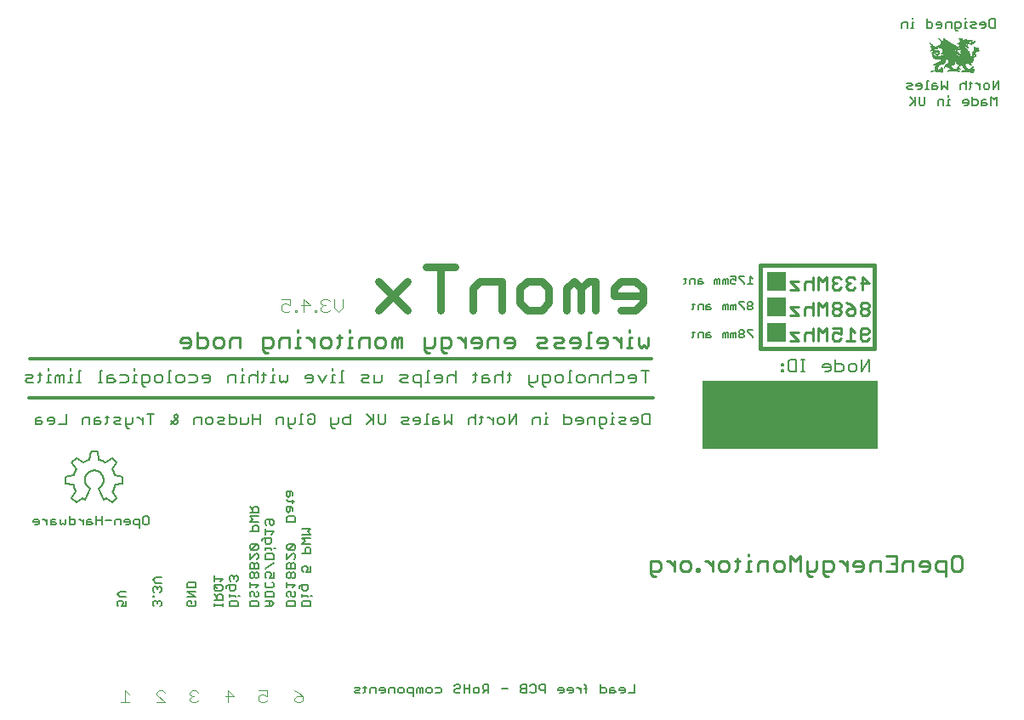
<source format=gbr>
G04 EAGLE Gerber RS-274X export*
G75*
%MOMM*%
%FSLAX34Y34*%
%LPD*%
%INSilkscreen Bottom*%
%IPPOS*%
%AMOC8*
5,1,8,0,0,1.08239X$1,22.5*%
G01*
%ADD10C,0.279400*%
%ADD11C,0.228600*%
%ADD12R,1.905000X1.905000*%
%ADD13C,0.406400*%
%ADD14C,0.127000*%
%ADD15C,0.152400*%
%ADD16R,0.006300X0.006400*%
%ADD17R,0.012700X0.006300*%
%ADD18R,0.019100X0.006400*%
%ADD19R,0.025400X0.006300*%
%ADD20R,0.057200X0.006300*%
%ADD21R,0.025400X0.006400*%
%ADD22R,0.088900X0.006400*%
%ADD23R,0.038100X0.006300*%
%ADD24R,0.107900X0.006300*%
%ADD25R,0.044500X0.006400*%
%ADD26R,0.127000X0.006400*%
%ADD27R,0.050800X0.006300*%
%ADD28R,0.139700X0.006300*%
%ADD29R,0.006300X0.006300*%
%ADD30R,0.050800X0.006400*%
%ADD31R,0.152400X0.006400*%
%ADD32R,0.063500X0.006300*%
%ADD33R,0.171500X0.006300*%
%ADD34R,0.069800X0.006400*%
%ADD35R,0.184100X0.006400*%
%ADD36R,0.012700X0.006400*%
%ADD37R,0.082500X0.006300*%
%ADD38R,0.196800X0.006300*%
%ADD39R,0.019000X0.006300*%
%ADD40R,0.082600X0.006300*%
%ADD41R,0.209600X0.006400*%
%ADD42R,0.019000X0.006400*%
%ADD43R,0.114300X0.006400*%
%ADD44R,0.304800X0.006300*%
%ADD45R,0.069800X0.006300*%
%ADD46R,0.031800X0.006300*%
%ADD47R,0.031700X0.006300*%
%ADD48R,0.146000X0.006300*%
%ADD49R,0.152400X0.006300*%
%ADD50R,0.006400X0.006300*%
%ADD51R,0.311100X0.006400*%
%ADD52R,0.082600X0.006400*%
%ADD53R,0.038100X0.006400*%
%ADD54R,0.044400X0.006400*%
%ADD55R,0.165100X0.006400*%
%ADD56R,0.209500X0.006400*%
%ADD57R,0.311200X0.006300*%
%ADD58R,0.165100X0.006300*%
%ADD59R,0.088900X0.006300*%
%ADD60R,0.044500X0.006300*%
%ADD61R,0.247600X0.006300*%
%ADD62R,0.266700X0.006300*%
%ADD63R,0.317500X0.006400*%
%ADD64R,0.254000X0.006400*%
%ADD65R,0.101600X0.006400*%
%ADD66R,0.057100X0.006400*%
%ADD67R,0.298500X0.006400*%
%ADD68R,0.031800X0.006400*%
%ADD69R,0.336600X0.006300*%
%ADD70R,0.120700X0.006300*%
%ADD71R,0.260400X0.006300*%
%ADD72R,0.323900X0.006300*%
%ADD73R,0.095200X0.006300*%
%ADD74R,0.698500X0.006400*%
%ADD75R,0.228600X0.006400*%
%ADD76R,0.279400X0.006400*%
%ADD77R,0.355600X0.006400*%
%ADD78R,0.177800X0.006400*%
%ADD79R,0.704800X0.006300*%
%ADD80R,0.241300X0.006300*%
%ADD81R,0.298500X0.006300*%
%ADD82R,0.406400X0.006300*%
%ADD83R,0.184200X0.006300*%
%ADD84R,0.723900X0.006400*%
%ADD85R,0.717500X0.006400*%
%ADD86R,0.190500X0.006400*%
%ADD87R,0.736600X0.006300*%
%ADD88R,0.019100X0.006300*%
%ADD89R,0.723900X0.006300*%
%ADD90R,0.203200X0.006300*%
%ADD91R,0.762000X0.006400*%
%ADD92R,0.063500X0.006400*%
%ADD93R,0.215900X0.006400*%
%ADD94R,1.168400X0.006300*%
%ADD95R,0.222300X0.006300*%
%ADD96R,1.162100X0.006400*%
%ADD97R,0.222200X0.006400*%
%ADD98R,1.155700X0.006300*%
%ADD99R,0.196900X0.006300*%
%ADD100R,0.228600X0.006300*%
%ADD101R,1.136600X0.006400*%
%ADD102R,0.203200X0.006400*%
%ADD103R,1.124000X0.006300*%
%ADD104R,0.209600X0.006300*%
%ADD105R,0.044400X0.006300*%
%ADD106R,0.717600X0.006300*%
%ADD107R,0.235000X0.006300*%
%ADD108R,1.117600X0.006400*%
%ADD109R,0.711200X0.006400*%
%ADD110R,0.241300X0.006400*%
%ADD111R,1.104900X0.006300*%
%ADD112R,0.215900X0.006300*%
%ADD113R,0.190500X0.006300*%
%ADD114R,0.114300X0.006300*%
%ADD115R,1.016000X0.006300*%
%ADD116R,1.079500X0.006400*%
%ADD117R,0.260300X0.006400*%
%ADD118R,0.901700X0.006400*%
%ADD119R,1.054100X0.006300*%
%ADD120R,0.292100X0.006300*%
%ADD121R,0.273100X0.006300*%
%ADD122R,0.895300X0.006300*%
%ADD123R,1.009700X0.006400*%
%ADD124R,0.235000X0.006400*%
%ADD125R,0.323900X0.006400*%
%ADD126R,0.285800X0.006400*%
%ADD127R,0.895400X0.006400*%
%ADD128R,0.965200X0.006300*%
%ADD129R,0.615900X0.006300*%
%ADD130R,0.882700X0.006300*%
%ADD131R,0.641400X0.006400*%
%ADD132R,0.628700X0.006400*%
%ADD133R,0.336600X0.006400*%
%ADD134R,0.882600X0.006400*%
%ADD135R,0.577800X0.006300*%
%ADD136R,0.666700X0.006300*%
%ADD137R,0.400000X0.006300*%
%ADD138R,0.076200X0.006300*%
%ADD139R,0.698500X0.006300*%
%ADD140R,0.158800X0.006300*%
%ADD141R,0.495300X0.006400*%
%ADD142R,1.104900X0.006400*%
%ADD143R,0.774700X0.006400*%
%ADD144R,0.489000X0.006300*%
%ADD145R,1.098500X0.006300*%
%ADD146R,0.743000X0.006300*%
%ADD147R,0.501700X0.006400*%
%ADD148R,1.085900X0.006400*%
%ADD149R,0.743000X0.006400*%
%ADD150R,0.057100X0.006300*%
%ADD151R,0.533400X0.006300*%
%ADD152R,1.066800X0.006300*%
%ADD153R,0.825500X0.006300*%
%ADD154R,0.558800X0.006400*%
%ADD155R,1.054100X0.006400*%
%ADD156R,0.812800X0.006400*%
%ADD157R,0.622300X0.006300*%
%ADD158R,1.041400X0.006300*%
%ADD159R,0.812800X0.006300*%
%ADD160R,0.793800X0.006400*%
%ADD161R,0.806400X0.006400*%
%ADD162R,0.806400X0.006300*%
%ADD163R,0.952500X0.006300*%
%ADD164R,0.800100X0.006300*%
%ADD165R,0.819200X0.006400*%
%ADD166R,0.952500X0.006400*%
%ADD167R,0.800100X0.006400*%
%ADD168R,0.692200X0.006300*%
%ADD169R,0.831900X0.006400*%
%ADD170R,0.685800X0.006400*%
%ADD171R,0.463500X0.006400*%
%ADD172R,0.311200X0.006400*%
%ADD173R,0.838200X0.006300*%
%ADD174R,0.679400X0.006300*%
%ADD175R,0.946200X0.006400*%
%ADD176R,0.679400X0.006400*%
%ADD177R,0.273100X0.006400*%
%ADD178R,0.254000X0.006300*%
%ADD179R,0.704800X0.006400*%
%ADD180R,0.133400X0.006400*%
%ADD181R,0.958900X0.006400*%
%ADD182R,0.742900X0.006400*%
%ADD183R,0.076200X0.006400*%
%ADD184R,0.107900X0.006400*%
%ADD185R,0.958800X0.006300*%
%ADD186R,0.755600X0.006300*%
%ADD187R,0.108000X0.006300*%
%ADD188R,0.146100X0.006400*%
%ADD189R,0.787400X0.006300*%
%ADD190R,0.260300X0.006300*%
%ADD191R,0.171400X0.006400*%
%ADD192R,0.711200X0.006300*%
%ADD193R,0.819100X0.006300*%
%ADD194R,0.444500X0.006400*%
%ADD195R,0.831800X0.006400*%
%ADD196R,0.184100X0.006300*%
%ADD197R,0.400100X0.006300*%
%ADD198R,0.850900X0.006300*%
%ADD199R,0.177800X0.006300*%
%ADD200R,0.393700X0.006400*%
%ADD201R,0.400000X0.006400*%
%ADD202R,0.406400X0.006400*%
%ADD203R,0.381000X0.006300*%
%ADD204R,0.374700X0.006300*%
%ADD205R,0.393700X0.006300*%
%ADD206R,0.158700X0.006400*%
%ADD207R,0.374700X0.006400*%
%ADD208R,0.361900X0.006400*%
%ADD209R,0.368300X0.006400*%
%ADD210R,0.374600X0.006300*%
%ADD211R,0.361900X0.006300*%
%ADD212R,0.362000X0.006300*%
%ADD213R,0.171400X0.006300*%
%ADD214R,0.431800X0.006400*%
%ADD215R,0.362000X0.006400*%
%ADD216R,0.171500X0.006400*%
%ADD217R,0.368300X0.006300*%
%ADD218R,0.419100X0.006300*%
%ADD219R,0.355600X0.006300*%
%ADD220R,0.412800X0.006400*%
%ADD221R,0.381000X0.006400*%
%ADD222R,0.006400X0.006400*%
%ADD223R,0.158800X0.006400*%
%ADD224R,0.349200X0.006400*%
%ADD225R,0.209500X0.006300*%
%ADD226R,0.349300X0.006400*%
%ADD227R,0.158700X0.006300*%
%ADD228R,0.349200X0.006300*%
%ADD229R,0.196800X0.006400*%
%ADD230R,0.342900X0.006300*%
%ADD231R,0.342900X0.006400*%
%ADD232R,0.260400X0.006400*%
%ADD233R,0.146100X0.006300*%
%ADD234R,0.139700X0.006400*%
%ADD235R,0.120600X0.006400*%
%ADD236R,0.266700X0.006400*%
%ADD237R,0.133400X0.006300*%
%ADD238R,0.127000X0.006300*%
%ADD239R,0.336500X0.006300*%
%ADD240R,0.387300X0.006300*%
%ADD241R,0.330200X0.006400*%
%ADD242R,0.330200X0.006300*%
%ADD243R,0.069900X0.006300*%
%ADD244R,0.273000X0.006300*%
%ADD245R,0.069900X0.006400*%
%ADD246R,0.273000X0.006400*%
%ADD247R,0.425400X0.006400*%
%ADD248R,0.438100X0.006300*%
%ADD249R,0.057200X0.006400*%
%ADD250R,0.457200X0.006300*%
%ADD251R,0.279400X0.006300*%
%ADD252R,0.476200X0.006300*%
%ADD253R,0.336500X0.006400*%
%ADD254R,0.482600X0.006400*%
%ADD255R,0.508000X0.006300*%
%ADD256R,0.133300X0.006300*%
%ADD257R,0.285700X0.006300*%
%ADD258R,0.031700X0.006400*%
%ADD259R,0.692100X0.006400*%
%ADD260R,0.285700X0.006400*%
%ADD261R,0.692100X0.006300*%
%ADD262R,0.292100X0.006400*%
%ADD263R,0.679500X0.006300*%
%ADD264R,0.673100X0.006400*%
%ADD265R,0.673100X0.006300*%
%ADD266R,0.298400X0.006400*%
%ADD267R,0.660400X0.006300*%
%ADD268R,0.660400X0.006400*%
%ADD269R,0.304800X0.006400*%
%ADD270R,0.311100X0.006300*%
%ADD271R,0.095300X0.006300*%
%ADD272R,0.647700X0.006300*%
%ADD273R,0.323800X0.006300*%
%ADD274R,0.647700X0.006400*%
%ADD275R,0.101600X0.006300*%
%ADD276R,0.641300X0.006300*%
%ADD277R,0.108000X0.006400*%
%ADD278R,0.635000X0.006400*%
%ADD279R,0.628700X0.006300*%
%ADD280R,0.387300X0.006400*%
%ADD281R,0.622300X0.006400*%
%ADD282R,0.387400X0.006300*%
%ADD283R,0.616000X0.006400*%
%ADD284R,0.412700X0.006300*%
%ADD285R,0.616000X0.006300*%
%ADD286R,0.609600X0.006400*%
%ADD287R,0.374600X0.006400*%
%ADD288R,0.609600X0.006300*%
%ADD289R,0.400100X0.006400*%
%ADD290R,0.635000X0.006300*%
%ADD291R,0.774700X0.006300*%
%ADD292R,0.781100X0.006400*%
%ADD293R,0.577900X0.006400*%
%ADD294R,0.781100X0.006300*%
%ADD295R,0.781000X0.006400*%
%ADD296R,0.590500X0.006400*%
%ADD297R,0.641400X0.006300*%
%ADD298R,0.596900X0.006300*%
%ADD299R,0.787400X0.006400*%
%ADD300R,0.120600X0.006300*%
%ADD301R,0.793800X0.006300*%
%ADD302R,0.793700X0.006400*%
%ADD303R,0.730200X0.006300*%
%ADD304R,0.666800X0.006400*%
%ADD305R,0.730300X0.006400*%
%ADD306R,0.768300X0.006300*%
%ADD307R,0.146000X0.006400*%
%ADD308R,0.819100X0.006400*%
%ADD309R,0.781000X0.006300*%
%ADD310R,0.838200X0.006400*%
%ADD311R,0.793700X0.006300*%
%ADD312R,0.844600X0.006300*%
%ADD313R,0.857200X0.006400*%
%ADD314R,0.762000X0.006300*%
%ADD315R,0.863600X0.006300*%
%ADD316R,0.863600X0.006400*%
%ADD317R,0.869900X0.006300*%
%ADD318R,0.825500X0.006400*%
%ADD319R,0.749300X0.006400*%
%ADD320R,0.870000X0.006400*%
%ADD321R,0.831900X0.006300*%
%ADD322R,0.876300X0.006300*%
%ADD323R,0.736600X0.006400*%
%ADD324R,0.869900X0.006400*%
%ADD325R,0.844600X0.006400*%
%ADD326R,0.850900X0.006400*%
%ADD327R,0.857300X0.006300*%
%ADD328R,0.889000X0.006400*%
%ADD329R,0.844500X0.006400*%
%ADD330R,0.901700X0.006300*%
%ADD331R,0.920700X0.006400*%
%ADD332R,0.692200X0.006400*%
%ADD333R,0.927100X0.006300*%
%ADD334R,0.685800X0.006300*%
%ADD335R,0.412700X0.006400*%
%ADD336R,0.679500X0.006400*%
%ADD337R,0.425500X0.006300*%
%ADD338R,0.958900X0.006300*%
%ADD339R,0.438100X0.006400*%
%ADD340R,0.971500X0.006400*%
%ADD341R,0.450900X0.006300*%
%ADD342R,0.984300X0.006300*%
%ADD343R,0.742900X0.006300*%
%ADD344R,0.469900X0.006400*%
%ADD345R,0.996900X0.006400*%
%ADD346R,1.492200X0.006300*%
%ADD347R,0.654100X0.006300*%
%ADD348R,1.505000X0.006400*%
%ADD349R,0.654000X0.006400*%
%ADD350R,1.524000X0.006300*%
%ADD351R,0.654000X0.006300*%
%ADD352R,1.530300X0.006400*%
%ADD353R,1.543100X0.006300*%
%ADD354R,1.555700X0.006400*%
%ADD355R,1.574800X0.006300*%
%ADD356R,1.587500X0.006400*%
%ADD357R,1.600200X0.006300*%
%ADD358R,1.612900X0.006400*%
%ADD359R,0.654100X0.006400*%
%ADD360R,1.631900X0.006300*%
%ADD361R,1.638300X0.006400*%
%ADD362R,0.628600X0.006400*%
%ADD363R,1.651000X0.006300*%
%ADD364R,1.663700X0.006400*%
%ADD365R,1.682800X0.006300*%
%ADD366R,1.701800X0.006400*%
%ADD367R,1.720900X0.006300*%
%ADD368R,0.603200X0.006300*%
%ADD369R,1.739900X0.006400*%
%ADD370R,0.603200X0.006400*%
%ADD371R,1.752600X0.006300*%
%ADD372R,1.778000X0.006400*%
%ADD373R,0.596900X0.006400*%
%ADD374R,0.590600X0.006400*%
%ADD375R,1.809700X0.006300*%
%ADD376R,0.584200X0.006300*%
%ADD377R,2.419300X0.006400*%
%ADD378R,2.425700X0.006300*%
%ADD379R,0.571500X0.006300*%
%ADD380R,2.425700X0.006400*%
%ADD381R,0.565100X0.006400*%
%ADD382R,2.438400X0.006300*%
%ADD383R,0.565100X0.006300*%
%ADD384R,2.438400X0.006400*%
%ADD385R,2.444800X0.006300*%
%ADD386R,0.552400X0.006300*%
%ADD387R,2.444800X0.006400*%
%ADD388R,0.546100X0.006400*%
%ADD389R,2.457400X0.006300*%
%ADD390R,0.546100X0.006300*%
%ADD391R,2.457400X0.006400*%
%ADD392R,0.539800X0.006400*%
%ADD393R,2.463800X0.006400*%
%ADD394R,0.533400X0.006400*%
%ADD395R,2.470200X0.006300*%
%ADD396R,0.527100X0.006300*%
%ADD397R,2.476500X0.006400*%
%ADD398R,0.520700X0.006400*%
%ADD399R,2.482800X0.006300*%
%ADD400R,0.520700X0.006300*%
%ADD401R,2.482800X0.006400*%
%ADD402R,2.495600X0.006300*%
%ADD403R,2.495600X0.006400*%
%ADD404R,2.508200X0.006300*%
%ADD405R,2.514600X0.006400*%
%ADD406R,2.514600X0.006300*%
%ADD407R,2.527300X0.006400*%
%ADD408R,2.533700X0.006300*%
%ADD409R,2.546400X0.006400*%
%ADD410R,2.559000X0.006300*%
%ADD411R,2.565400X0.006400*%
%ADD412R,0.539700X0.006400*%
%ADD413R,2.571700X0.006300*%
%ADD414R,0.539700X0.006300*%
%ADD415R,2.584500X0.006400*%
%ADD416R,2.590800X0.006300*%
%ADD417R,0.552500X0.006300*%
%ADD418R,2.609800X0.006400*%
%ADD419R,2.622500X0.006300*%
%ADD420R,2.641600X0.006400*%
%ADD421R,0.584200X0.006400*%
%ADD422R,3.232200X0.006300*%
%ADD423R,3.232200X0.006400*%
%ADD424R,0.457200X0.006400*%
%ADD425R,0.514400X0.006300*%
%ADD426R,3.232100X0.006300*%
%ADD427R,3.867100X0.006400*%
%ADD428R,3.879800X0.006300*%
%ADD429R,3.892500X0.006400*%
%ADD430R,3.911600X0.006300*%
%ADD431R,3.918000X0.006400*%
%ADD432R,3.930700X0.006300*%
%ADD433R,3.937000X0.006400*%
%ADD434R,3.949700X0.006300*%
%ADD435R,3.962400X0.006400*%
%ADD436R,3.968700X0.006300*%
%ADD437R,3.975100X0.006400*%
%ADD438R,3.981400X0.006300*%
%ADD439R,4.000500X0.006400*%
%ADD440R,4.006900X0.006300*%
%ADD441R,4.013200X0.006400*%
%ADD442R,4.013200X0.006300*%
%ADD443R,4.019600X0.006400*%
%ADD444R,4.032200X0.006300*%
%ADD445R,4.038600X0.006400*%
%ADD446R,4.044900X0.006300*%
%ADD447R,4.044900X0.006400*%
%ADD448R,0.939800X0.006300*%
%ADD449R,3.111500X0.006300*%
%ADD450R,3.111500X0.006400*%
%ADD451R,0.946200X0.006300*%
%ADD452R,3.105100X0.006300*%
%ADD453R,0.958800X0.006400*%
%ADD454R,0.514400X0.006400*%
%ADD455R,0.527000X0.006300*%
%ADD456R,0.527000X0.006400*%
%ADD457R,3.105200X0.006400*%
%ADD458R,3.098800X0.006300*%
%ADD459R,3.105100X0.006400*%
%ADD460R,3.092400X0.006400*%
%ADD461R,3.092500X0.006300*%
%ADD462R,0.552500X0.006400*%
%ADD463R,2.457500X0.006400*%
%ADD464R,0.558800X0.006300*%
%ADD465R,0.082500X0.006400*%
%ADD466R,0.565200X0.006400*%
%ADD467R,2.381200X0.006400*%
%ADD468R,2.330500X0.006300*%
%ADD469R,0.133300X0.006400*%
%ADD470R,0.247600X0.006400*%
%ADD471R,2.279700X0.006400*%
%ADD472R,2.228900X0.006300*%
%ADD473R,2.089200X0.006400*%
%ADD474R,0.323800X0.006400*%
%ADD475R,0.234900X0.006300*%
%ADD476R,1.778000X0.006300*%
%ADD477R,1.701800X0.006300*%
%ADD478R,1.625600X0.006300*%
%ADD479R,1.593800X0.006400*%
%ADD480R,1.562100X0.006300*%
%ADD481R,1.536700X0.006400*%
%ADD482R,1.511300X0.006300*%
%ADD483R,1.492300X0.006400*%
%ADD484R,0.247700X0.006400*%
%ADD485R,0.920700X0.006300*%
%ADD486R,1.466900X0.006300*%
%ADD487R,1.003300X0.006400*%
%ADD488R,1.441400X0.006400*%
%ADD489R,1.073100X0.006300*%
%ADD490R,1.422400X0.006300*%
%ADD491R,1.098500X0.006400*%
%ADD492R,1.409700X0.006400*%
%ADD493R,1.123900X0.006300*%
%ADD494R,1.390700X0.006300*%
%ADD495R,1.143000X0.006400*%
%ADD496R,1.371600X0.006400*%
%ADD497R,0.234900X0.006400*%
%ADD498R,1.346200X0.006300*%
%ADD499R,1.174700X0.006400*%
%ADD500R,1.327200X0.006400*%
%ADD501R,1.187400X0.006300*%
%ADD502R,1.314400X0.006300*%
%ADD503R,1.200100X0.006400*%
%ADD504R,1.295400X0.006400*%
%ADD505R,1.206500X0.006300*%
%ADD506R,1.276300X0.006300*%
%ADD507R,1.219200X0.006400*%
%ADD508R,1.263600X0.006400*%
%ADD509R,1.225500X0.006300*%
%ADD510R,1.244600X0.006300*%
%ADD511R,1.231900X0.006400*%
%ADD512R,1.238200X0.006300*%
%ADD513R,1.238300X0.006400*%
%ADD514R,1.187500X0.006400*%
%ADD515R,0.387400X0.006400*%
%ADD516R,1.251000X0.006400*%
%ADD517R,1.149400X0.006400*%
%ADD518R,1.257300X0.006300*%
%ADD519R,1.136700X0.006300*%
%ADD520R,0.095200X0.006400*%
%ADD521R,1.257300X0.006400*%
%ADD522R,1.123900X0.006400*%
%ADD523R,1.263700X0.006300*%
%ADD524R,1.143000X0.006300*%
%ADD525R,0.095300X0.006400*%
%ADD526R,1.270000X0.006400*%
%ADD527R,0.419100X0.006400*%
%ADD528R,1.270000X0.006300*%
%ADD529R,1.301700X0.006300*%
%ADD530R,0.184200X0.006400*%
%ADD531R,1.276300X0.006400*%
%ADD532R,0.285800X0.006300*%
%ADD533R,1.282700X0.006300*%
%ADD534R,1.251000X0.006300*%
%ADD535R,1.282700X0.006400*%
%ADD536R,1.225600X0.006400*%
%ADD537R,0.908100X0.006400*%
%ADD538R,1.181100X0.006400*%
%ADD539R,1.162000X0.006300*%
%ADD540R,1.130300X0.006400*%
%ADD541R,1.111300X0.006300*%
%ADD542R,0.247700X0.006300*%
%ADD543R,1.060400X0.006300*%
%ADD544R,1.041400X0.006400*%
%ADD545R,1.022300X0.006300*%
%ADD546R,0.806500X0.006300*%
%ADD547R,0.806500X0.006400*%
%ADD548R,0.939800X0.006400*%
%ADD549R,0.920800X0.006300*%
%ADD550R,0.222300X0.006400*%
%ADD551R,0.717600X0.006400*%
%ADD552R,0.908000X0.006300*%
%ADD553R,0.222200X0.006300*%
%ADD554R,0.298400X0.006300*%
%ADD555R,0.889000X0.006300*%
%ADD556R,0.476300X0.006400*%
%ADD557R,0.495300X0.006300*%
%ADD558R,0.450900X0.006400*%
%ADD559R,0.831800X0.006300*%
%ADD560R,0.539800X0.006300*%
%ADD561R,0.590600X0.006300*%
%ADD562R,0.755700X0.006300*%
%ADD563R,0.349300X0.006300*%
%ADD564R,0.603300X0.006400*%
%ADD565R,0.514300X0.006400*%
%ADD566R,0.717500X0.006300*%
%ADD567R,0.908100X0.006300*%
%ADD568R,0.514300X0.006300*%
%ADD569R,1.066800X0.006400*%
%ADD570R,1.117600X0.006300*%
%ADD571R,0.571500X0.006400*%
%ADD572R,0.488900X0.006300*%
%ADD573R,0.552400X0.006400*%
%ADD574R,0.704900X0.006400*%
%ADD575R,1.162000X0.006400*%
%ADD576R,0.463500X0.006300*%
%ADD577R,1.149300X0.006400*%
%ADD578R,0.450800X0.006400*%
%ADD579R,1.111300X0.006400*%
%ADD580R,1.098600X0.006300*%
%ADD581R,1.028700X0.006400*%
%ADD582R,0.704900X0.006300*%
%ADD583R,0.997000X0.006400*%
%ADD584R,0.984200X0.006300*%
%ADD585R,0.965200X0.006400*%
%ADD586R,0.933400X0.006300*%
%ADD587R,0.920800X0.006400*%
%ADD588R,0.914400X0.006300*%
%ADD589R,0.730300X0.006300*%
%ADD590R,0.882700X0.006400*%
%ADD591R,0.857300X0.006400*%
%ADD592R,0.768300X0.006400*%
%ADD593R,0.749300X0.006300*%
%ADD594R,0.590500X0.006300*%
%ADD595R,0.476300X0.006300*%
%ADD596R,0.489000X0.006400*%
%ADD597R,0.317500X0.006300*%
%ADD598R,0.482600X0.006300*%
%ADD599R,0.476200X0.006400*%
%ADD600R,0.527100X0.006400*%
%ADD601R,0.431800X0.006300*%
%ADD602R,0.425400X0.006300*%
%ADD603R,0.438200X0.006400*%
%ADD604R,0.444500X0.006300*%
%ADD605R,0.997000X0.006300*%
%ADD606R,0.469900X0.006300*%
%ADD607R,1.212800X0.006300*%
%ADD608R,0.641300X0.006400*%
%ADD609R,0.501600X0.006400*%
%ADD610R,0.628600X0.006300*%
%ADD611R,1.276400X0.006400*%
%ADD612R,1.295400X0.006300*%
%ADD613R,1.314500X0.006400*%
%ADD614R,1.339800X0.006300*%
%ADD615R,1.358900X0.006400*%
%ADD616R,1.365200X0.006300*%
%ADD617R,1.289100X0.006400*%
%ADD618R,1.200100X0.006300*%
%ADD619R,0.508000X0.006400*%
%ADD620R,1.098600X0.006400*%
%ADD621R,0.501600X0.006300*%
%ADD622R,1.073200X0.006300*%
%ADD623R,1.047800X0.006400*%
%ADD624R,1.028700X0.006300*%
%ADD625R,1.009600X0.006400*%
%ADD626R,0.844500X0.006300*%
%ADD627R,0.730200X0.006400*%
%ADD628R,0.463600X0.006300*%
%ADD629R,0.463600X0.006400*%
%ADD630R,0.577800X0.006400*%
%ADD631R,0.120700X0.006400*%
%ADD632R,1.314500X0.006300*%
%ADD633R,1.352600X0.006400*%
%ADD634R,1.517700X0.006300*%
%ADD635R,0.438200X0.006300*%
%ADD636R,1.524000X0.006400*%
%ADD637R,1.047700X0.006400*%
%ADD638R,0.425500X0.006400*%
%ADD639R,0.006400X0.006400*%
%ADD640R,0.412800X0.006300*%
%ADD641R,0.450800X0.006300*%
%ADD642R,1.060500X0.006400*%
%ADD643C,0.101600*%
%ADD644C,0.304800*%
%ADD645C,0.762000*%
%ADD646C,0.203200*%
%ADD647R,17.526000X6.858000*%


D10*
X942334Y152286D02*
X947333Y152286D01*
X949833Y149786D01*
X949833Y139787D01*
X947333Y137287D01*
X942334Y137287D01*
X939834Y139787D01*
X939834Y149786D01*
X942334Y152286D01*
X933461Y147286D02*
X933461Y132287D01*
X933461Y147286D02*
X925962Y147286D01*
X923462Y144786D01*
X923462Y139787D01*
X925962Y137287D01*
X933461Y137287D01*
X914590Y137287D02*
X909590Y137287D01*
X914590Y137287D02*
X917090Y139787D01*
X917090Y144786D01*
X914590Y147286D01*
X909590Y147286D01*
X907091Y144786D01*
X907091Y142287D01*
X917090Y142287D01*
X900718Y137287D02*
X900718Y147286D01*
X893219Y147286D01*
X890719Y144786D01*
X890719Y137287D01*
X884347Y152286D02*
X874348Y152286D01*
X884347Y152286D02*
X884347Y137287D01*
X874348Y137287D01*
X879347Y144786D02*
X884347Y144786D01*
X867975Y147286D02*
X867975Y137287D01*
X867975Y147286D02*
X860476Y147286D01*
X857976Y144786D01*
X857976Y137287D01*
X849104Y137287D02*
X844104Y137287D01*
X849104Y137287D02*
X851604Y139787D01*
X851604Y144786D01*
X849104Y147286D01*
X844104Y147286D01*
X841604Y144786D01*
X841604Y142287D01*
X851604Y142287D01*
X835232Y137287D02*
X835232Y147286D01*
X835232Y142287D02*
X830232Y147286D01*
X827733Y147286D01*
X816590Y132287D02*
X814090Y132287D01*
X811590Y134787D01*
X811590Y147286D01*
X819089Y147286D01*
X821589Y144786D01*
X821589Y139787D01*
X819089Y137287D01*
X811590Y137287D01*
X805218Y139787D02*
X805218Y147286D01*
X805218Y139787D02*
X802718Y137287D01*
X795218Y137287D01*
X795218Y134787D02*
X795218Y147286D01*
X795218Y134787D02*
X797718Y132287D01*
X800218Y132287D01*
X788846Y137287D02*
X788846Y152286D01*
X783846Y147286D01*
X778847Y152286D01*
X778847Y137287D01*
X769975Y137287D02*
X764975Y137287D01*
X762475Y139787D01*
X762475Y144786D01*
X764975Y147286D01*
X769975Y147286D01*
X772474Y144786D01*
X772474Y139787D01*
X769975Y137287D01*
X756103Y137287D02*
X756103Y147286D01*
X748603Y147286D01*
X746104Y144786D01*
X746104Y137287D01*
X739731Y147286D02*
X737232Y147286D01*
X737232Y137287D01*
X739731Y137287D02*
X734732Y137287D01*
X737232Y152286D02*
X737232Y154786D01*
X726317Y149786D02*
X726317Y139787D01*
X723817Y137287D01*
X723817Y147286D02*
X728817Y147286D01*
X715403Y137287D02*
X710403Y137287D01*
X707903Y139787D01*
X707903Y144786D01*
X710403Y147286D01*
X715403Y147286D01*
X717903Y144786D01*
X717903Y139787D01*
X715403Y137287D01*
X701531Y137287D02*
X701531Y147286D01*
X701531Y142287D02*
X696531Y147286D01*
X694032Y147286D01*
X687888Y139787D02*
X687888Y137287D01*
X687888Y139787D02*
X685388Y139787D01*
X685388Y137287D01*
X687888Y137287D01*
X677202Y137287D02*
X672203Y137287D01*
X669703Y139787D01*
X669703Y144786D01*
X672203Y147286D01*
X677202Y147286D01*
X679702Y144786D01*
X679702Y139787D01*
X677202Y137287D01*
X663331Y137287D02*
X663331Y147286D01*
X663331Y142287D02*
X658331Y147286D01*
X655831Y147286D01*
X644688Y132287D02*
X642188Y132287D01*
X639689Y134787D01*
X639689Y147286D01*
X647188Y147286D01*
X649688Y144786D01*
X649688Y139787D01*
X647188Y137287D01*
X639689Y137287D01*
D11*
X850894Y417703D02*
X850894Y430668D01*
X857377Y424186D01*
X848734Y424186D01*
X843344Y428507D02*
X841183Y430668D01*
X836862Y430668D01*
X834701Y428507D01*
X834701Y426346D01*
X836862Y424186D01*
X839023Y424186D01*
X836862Y424186D02*
X834701Y422025D01*
X834701Y419864D01*
X836862Y417703D01*
X841183Y417703D01*
X843344Y419864D01*
X829311Y428507D02*
X827151Y430668D01*
X822829Y430668D01*
X820668Y428507D01*
X820668Y426346D01*
X822829Y424186D01*
X824990Y424186D01*
X822829Y424186D02*
X820668Y422025D01*
X820668Y419864D01*
X822829Y417703D01*
X827151Y417703D01*
X829311Y419864D01*
X815279Y417703D02*
X815279Y430668D01*
X810957Y426346D01*
X806635Y430668D01*
X806635Y417703D01*
X801246Y417703D02*
X801246Y430668D01*
X799085Y426346D02*
X801246Y424186D01*
X799085Y426346D02*
X794763Y426346D01*
X792603Y424186D01*
X792603Y417703D01*
X787213Y426346D02*
X778570Y426346D01*
X787213Y417703D01*
X778570Y417703D01*
X855216Y405268D02*
X857377Y403107D01*
X855216Y405268D02*
X850894Y405268D01*
X848734Y403107D01*
X848734Y400946D01*
X850894Y398786D01*
X848734Y396625D01*
X848734Y394464D01*
X850894Y392303D01*
X855216Y392303D01*
X857377Y394464D01*
X857377Y396625D01*
X855216Y398786D01*
X857377Y400946D01*
X857377Y403107D01*
X855216Y398786D02*
X850894Y398786D01*
X839023Y403107D02*
X834701Y405268D01*
X839023Y403107D02*
X843344Y398786D01*
X843344Y394464D01*
X841183Y392303D01*
X836862Y392303D01*
X834701Y394464D01*
X834701Y396625D01*
X836862Y398786D01*
X843344Y398786D01*
X829311Y403107D02*
X827151Y405268D01*
X822829Y405268D01*
X820668Y403107D01*
X820668Y400946D01*
X822829Y398786D01*
X820668Y396625D01*
X820668Y394464D01*
X822829Y392303D01*
X827151Y392303D01*
X829311Y394464D01*
X829311Y396625D01*
X827151Y398786D01*
X829311Y400946D01*
X829311Y403107D01*
X827151Y398786D02*
X822829Y398786D01*
X815279Y405268D02*
X815279Y392303D01*
X810957Y400946D02*
X815279Y405268D01*
X810957Y400946D02*
X806635Y405268D01*
X806635Y392303D01*
X801246Y392303D02*
X801246Y405268D01*
X799085Y400946D02*
X801246Y398786D01*
X799085Y400946D02*
X794763Y400946D01*
X792603Y398786D01*
X792603Y392303D01*
X787213Y400946D02*
X778570Y400946D01*
X787213Y392303D01*
X778570Y392303D01*
D12*
X765175Y400685D03*
X765175Y426085D03*
D13*
X749300Y441960D02*
X749300Y359410D01*
X862330Y359410D01*
X862330Y441960D01*
X749300Y441960D01*
D14*
X739774Y405772D02*
X741045Y404500D01*
X739774Y405772D02*
X737232Y405772D01*
X735961Y404500D01*
X735961Y403229D01*
X737232Y401958D01*
X735961Y400687D01*
X735961Y399416D01*
X737232Y398145D01*
X739774Y398145D01*
X741045Y399416D01*
X741045Y400687D01*
X739774Y401958D01*
X741045Y403229D01*
X741045Y404500D01*
X739774Y401958D02*
X737232Y401958D01*
X732859Y405772D02*
X727775Y405772D01*
X727775Y404500D01*
X732859Y399416D01*
X732859Y398145D01*
X724673Y398145D02*
X724673Y403229D01*
X723402Y403229D01*
X722131Y401958D01*
X722131Y398145D01*
X722131Y401958D02*
X720860Y403229D01*
X719589Y401958D01*
X719589Y398145D01*
X716488Y398145D02*
X716488Y403229D01*
X715217Y403229D01*
X713946Y401958D01*
X713946Y398145D01*
X713946Y401958D02*
X712674Y403229D01*
X711403Y401958D01*
X711403Y398145D01*
X698845Y403229D02*
X696303Y403229D01*
X695032Y401958D01*
X695032Y398145D01*
X698845Y398145D01*
X700116Y399416D01*
X698845Y400687D01*
X695032Y400687D01*
X691930Y398145D02*
X691930Y403229D01*
X688117Y403229D01*
X686846Y401958D01*
X686846Y398145D01*
X682473Y399416D02*
X682473Y404500D01*
X682473Y399416D02*
X681202Y398145D01*
X681202Y403229D02*
X683745Y403229D01*
X738503Y431172D02*
X741045Y428629D01*
X738503Y431172D02*
X738503Y423545D01*
X741045Y423545D02*
X735961Y423545D01*
X732859Y431172D02*
X727775Y431172D01*
X727775Y429900D01*
X732859Y424816D01*
X732859Y423545D01*
X724673Y431172D02*
X719589Y431172D01*
X724673Y431172D02*
X724673Y427358D01*
X722131Y428629D01*
X720860Y428629D01*
X719589Y427358D01*
X719589Y424816D01*
X720860Y423545D01*
X723402Y423545D01*
X724673Y424816D01*
X716488Y423545D02*
X716488Y428629D01*
X715217Y428629D01*
X713946Y427358D01*
X713946Y423545D01*
X713946Y427358D02*
X712674Y428629D01*
X711403Y427358D01*
X711403Y423545D01*
X708302Y423545D02*
X708302Y428629D01*
X707031Y428629D01*
X705760Y427358D01*
X705760Y423545D01*
X705760Y427358D02*
X704489Y428629D01*
X703218Y427358D01*
X703218Y423545D01*
X690659Y428629D02*
X688117Y428629D01*
X686846Y427358D01*
X686846Y423545D01*
X690659Y423545D01*
X691930Y424816D01*
X690659Y426087D01*
X686846Y426087D01*
X683745Y423545D02*
X683745Y428629D01*
X679931Y428629D01*
X678660Y427358D01*
X678660Y423545D01*
X674288Y424816D02*
X674288Y429900D01*
X674288Y424816D02*
X673017Y423545D01*
X673017Y428629D02*
X675559Y428629D01*
D15*
X138767Y192285D02*
X135886Y192285D01*
X138767Y192285D02*
X140208Y190845D01*
X140208Y185083D01*
X138767Y183642D01*
X135886Y183642D01*
X134446Y185083D01*
X134446Y190845D01*
X135886Y192285D01*
X130853Y189404D02*
X130853Y180761D01*
X130853Y189404D02*
X126531Y189404D01*
X125091Y187964D01*
X125091Y185083D01*
X126531Y183642D01*
X130853Y183642D01*
X120057Y183642D02*
X117176Y183642D01*
X120057Y183642D02*
X121498Y185083D01*
X121498Y187964D01*
X120057Y189404D01*
X117176Y189404D01*
X115735Y187964D01*
X115735Y186523D01*
X121498Y186523D01*
X112142Y183642D02*
X112142Y189404D01*
X107821Y189404D01*
X106380Y187964D01*
X106380Y183642D01*
X102787Y187964D02*
X97025Y187964D01*
X93432Y192285D02*
X93432Y183642D01*
X93432Y187964D02*
X87670Y187964D01*
X87670Y192285D02*
X87670Y183642D01*
X82636Y189404D02*
X79755Y189404D01*
X78315Y187964D01*
X78315Y183642D01*
X82636Y183642D01*
X84077Y185083D01*
X82636Y186523D01*
X78315Y186523D01*
X74722Y183642D02*
X74722Y189404D01*
X74722Y186523D02*
X71841Y189404D01*
X70400Y189404D01*
X61163Y192285D02*
X61163Y183642D01*
X65485Y183642D01*
X66926Y185083D01*
X66926Y187964D01*
X65485Y189404D01*
X61163Y189404D01*
X57571Y189404D02*
X57571Y185083D01*
X56130Y183642D01*
X54689Y185083D01*
X53249Y183642D01*
X51808Y185083D01*
X51808Y189404D01*
X46775Y189404D02*
X43894Y189404D01*
X42453Y187964D01*
X42453Y183642D01*
X46775Y183642D01*
X48215Y185083D01*
X46775Y186523D01*
X42453Y186523D01*
X38860Y183642D02*
X38860Y189404D01*
X38860Y186523D02*
X35979Y189404D01*
X34538Y189404D01*
X29624Y183642D02*
X26743Y183642D01*
X29624Y183642D02*
X31064Y185083D01*
X31064Y187964D01*
X29624Y189404D01*
X26743Y189404D01*
X25302Y187964D01*
X25302Y186523D01*
X31064Y186523D01*
X982751Y678731D02*
X982751Y687375D01*
X982751Y678731D02*
X978429Y678731D01*
X976988Y680172D01*
X976988Y685934D01*
X978429Y687375D01*
X982751Y687375D01*
X971955Y678731D02*
X969074Y678731D01*
X971955Y678731D02*
X973395Y680172D01*
X973395Y683053D01*
X971955Y684493D01*
X969074Y684493D01*
X967633Y683053D01*
X967633Y681612D01*
X973395Y681612D01*
X964040Y678731D02*
X959719Y678731D01*
X958278Y680172D01*
X959719Y681612D01*
X962600Y681612D01*
X964040Y683053D01*
X962600Y684493D01*
X958278Y684493D01*
X954685Y684493D02*
X953244Y684493D01*
X953244Y678731D01*
X951804Y678731D02*
X954685Y678731D01*
X953244Y687375D02*
X953244Y688815D01*
X945567Y675850D02*
X944127Y675850D01*
X942686Y677291D01*
X942686Y684493D01*
X947008Y684493D01*
X948448Y683053D01*
X948448Y680172D01*
X947008Y678731D01*
X942686Y678731D01*
X939093Y678731D02*
X939093Y684493D01*
X934771Y684493D01*
X933331Y683053D01*
X933331Y678731D01*
X928297Y678731D02*
X925416Y678731D01*
X928297Y678731D02*
X929738Y680172D01*
X929738Y683053D01*
X928297Y684493D01*
X925416Y684493D01*
X923976Y683053D01*
X923976Y681612D01*
X929738Y681612D01*
X914620Y678731D02*
X914620Y687375D01*
X914620Y678731D02*
X918942Y678731D01*
X920383Y680172D01*
X920383Y683053D01*
X918942Y684493D01*
X914620Y684493D01*
X901672Y684493D02*
X900232Y684493D01*
X900232Y678731D01*
X901672Y678731D02*
X898791Y678731D01*
X900232Y687375D02*
X900232Y688815D01*
X895436Y684493D02*
X895436Y678731D01*
X895436Y684493D02*
X891114Y684493D01*
X889673Y683053D01*
X889673Y678731D01*
X986396Y626383D02*
X986396Y617739D01*
X980633Y617739D02*
X986396Y626383D01*
X980633Y626383D02*
X980633Y617739D01*
X975600Y617739D02*
X972719Y617739D01*
X971278Y619180D01*
X971278Y622061D01*
X972719Y623501D01*
X975600Y623501D01*
X977040Y622061D01*
X977040Y619180D01*
X975600Y617739D01*
X967685Y617739D02*
X967685Y623501D01*
X967685Y620620D02*
X964804Y623501D01*
X963364Y623501D01*
X958449Y624942D02*
X958449Y619180D01*
X957008Y617739D01*
X957008Y623501D02*
X959889Y623501D01*
X953652Y626383D02*
X953652Y617739D01*
X953652Y622061D02*
X952212Y623501D01*
X949331Y623501D01*
X947890Y622061D01*
X947890Y617739D01*
X934942Y617739D02*
X934942Y626383D01*
X932061Y620620D02*
X934942Y617739D01*
X932061Y620620D02*
X929180Y617739D01*
X929180Y626383D01*
X924146Y623501D02*
X921265Y623501D01*
X919825Y622061D01*
X919825Y617739D01*
X924146Y617739D01*
X925587Y619180D01*
X924146Y620620D01*
X919825Y620620D01*
X916232Y626383D02*
X914791Y626383D01*
X914791Y617739D01*
X913351Y617739D02*
X916232Y617739D01*
X908554Y617739D02*
X905673Y617739D01*
X908554Y617739D02*
X909995Y619180D01*
X909995Y622061D01*
X908554Y623501D01*
X905673Y623501D01*
X904233Y622061D01*
X904233Y620620D01*
X909995Y620620D01*
X900640Y617739D02*
X896318Y617739D01*
X894878Y619180D01*
X896318Y620620D01*
X899199Y620620D01*
X900640Y622061D01*
X899199Y623501D01*
X894878Y623501D01*
X984414Y609899D02*
X984414Y601255D01*
X981532Y607017D02*
X984414Y609899D01*
X981532Y607017D02*
X978651Y609899D01*
X978651Y601255D01*
X973618Y607017D02*
X970737Y607017D01*
X969296Y605577D01*
X969296Y601255D01*
X973618Y601255D01*
X975058Y602696D01*
X973618Y604136D01*
X969296Y604136D01*
X959941Y601255D02*
X959941Y609899D01*
X959941Y601255D02*
X964263Y601255D01*
X965703Y602696D01*
X965703Y605577D01*
X964263Y607017D01*
X959941Y607017D01*
X954907Y601255D02*
X952026Y601255D01*
X954907Y601255D02*
X956348Y602696D01*
X956348Y605577D01*
X954907Y607017D01*
X952026Y607017D01*
X950586Y605577D01*
X950586Y604136D01*
X956348Y604136D01*
X937638Y607017D02*
X936197Y607017D01*
X936197Y601255D01*
X934757Y601255D02*
X937638Y601255D01*
X936197Y609899D02*
X936197Y611339D01*
X931401Y607017D02*
X931401Y601255D01*
X931401Y607017D02*
X927079Y607017D01*
X925639Y605577D01*
X925639Y601255D01*
X912691Y602696D02*
X912691Y609899D01*
X912691Y602696D02*
X911250Y601255D01*
X908369Y601255D01*
X906928Y602696D01*
X906928Y609899D01*
X903335Y609899D02*
X903335Y601255D01*
X903335Y604136D02*
X897573Y609899D01*
X901895Y605577D02*
X897573Y601255D01*
D16*
X961202Y633329D03*
D17*
X961234Y633393D03*
D18*
X961202Y633456D03*
D19*
X961234Y633520D03*
D20*
X959234Y633520D03*
D21*
X961234Y633583D03*
D22*
X959265Y633583D03*
D23*
X961234Y633647D03*
D24*
X959297Y633647D03*
D25*
X961202Y633710D03*
D26*
X959329Y633710D03*
D27*
X961171Y633774D03*
D28*
X959329Y633774D03*
D29*
X930214Y633774D03*
D30*
X961171Y633837D03*
D31*
X959393Y633837D03*
D16*
X930214Y633837D03*
D32*
X961170Y633901D03*
D33*
X959424Y633901D03*
D17*
X930246Y633901D03*
D34*
X961139Y633964D03*
D35*
X959424Y633964D03*
D36*
X930246Y633964D03*
D37*
X961075Y634028D03*
D38*
X959488Y634028D03*
D29*
X951296Y634028D03*
X949645Y634028D03*
D39*
X930278Y634028D03*
D40*
X928754Y634028D03*
D22*
X961043Y634091D03*
D41*
X959488Y634091D03*
D30*
X951265Y634091D03*
D42*
X949709Y634091D03*
D21*
X930246Y634091D03*
D43*
X928722Y634091D03*
D44*
X959964Y634155D03*
D45*
X951233Y634155D03*
D46*
X949709Y634155D03*
D47*
X930214Y634155D03*
D48*
X928754Y634155D03*
D49*
X925039Y634155D03*
D50*
X919356Y634155D03*
D51*
X959932Y634218D03*
D52*
X951233Y634218D03*
D53*
X949740Y634218D03*
D54*
X930151Y634218D03*
D55*
X928785Y634218D03*
D56*
X925007Y634218D03*
D36*
X919387Y634218D03*
D57*
X959869Y634282D03*
D58*
X956027Y634282D03*
D59*
X951201Y634282D03*
D60*
X949772Y634282D03*
D61*
X929135Y634282D03*
D62*
X925039Y634282D03*
D39*
X919356Y634282D03*
D63*
X959837Y634345D03*
D64*
X956091Y634345D03*
D65*
X951201Y634345D03*
D66*
X949772Y634345D03*
D64*
X929040Y634345D03*
D67*
X925007Y634345D03*
D68*
X920499Y634345D03*
D21*
X919388Y634345D03*
D69*
X959742Y634409D03*
D57*
X956186Y634409D03*
D70*
X951169Y634409D03*
D45*
X949836Y634409D03*
D71*
X929008Y634409D03*
D72*
X925007Y634409D03*
D73*
X920372Y634409D03*
D19*
X919388Y634409D03*
D74*
X957932Y634472D03*
D75*
X950630Y634472D03*
D76*
X928913Y634472D03*
D77*
X925039Y634472D03*
D78*
X920086Y634472D03*
D79*
X957837Y634536D03*
D80*
X950693Y634536D03*
D50*
X947423Y634536D03*
D81*
X928817Y634536D03*
D82*
X925230Y634536D03*
D83*
X920118Y634536D03*
D84*
X957741Y634599D03*
D64*
X950757Y634599D03*
D36*
X947391Y634599D03*
D85*
X926658Y634599D03*
D86*
X920149Y634599D03*
D87*
X957615Y634663D03*
D62*
X950820Y634663D03*
D88*
X947359Y634663D03*
X946216Y634663D03*
D89*
X926626Y634663D03*
D90*
X920213Y634663D03*
D91*
X957488Y634726D03*
D76*
X950947Y634726D03*
D21*
X947328Y634726D03*
D92*
X946184Y634726D03*
D36*
X936278Y634726D03*
D84*
X926563Y634726D03*
D93*
X920276Y634726D03*
D94*
X955392Y634790D03*
D46*
X947296Y634790D03*
D59*
X946184Y634790D03*
D39*
X936247Y634790D03*
D89*
X926499Y634790D03*
D95*
X920308Y634790D03*
D96*
X955360Y634853D03*
D66*
X947232Y634853D03*
D43*
X946184Y634853D03*
D21*
X936215Y634853D03*
D84*
X926436Y634853D03*
D97*
X920372Y634853D03*
D98*
X955328Y634917D03*
D99*
X946470Y634917D03*
D46*
X936247Y634917D03*
D89*
X926372Y634917D03*
D100*
X920404Y634917D03*
D101*
X955297Y634980D03*
D102*
X946439Y634980D03*
D53*
X936215Y634980D03*
D84*
X926309Y634980D03*
D75*
X920467Y634980D03*
D103*
X955297Y635044D03*
D104*
X946407Y635044D03*
D39*
X943105Y635044D03*
D20*
X937517Y635044D03*
D105*
X936247Y635044D03*
D106*
X926214Y635044D03*
D107*
X920499Y635044D03*
D108*
X955265Y635107D03*
D93*
X946375Y635107D03*
D26*
X942946Y635107D03*
D22*
X937548Y635107D03*
D54*
X936247Y635107D03*
D109*
X926119Y635107D03*
D110*
X920594Y635107D03*
D111*
X955265Y635171D03*
D112*
X946311Y635171D03*
D113*
X942819Y635171D03*
D114*
X937548Y635171D03*
D32*
X936342Y635171D03*
D115*
X924468Y635171D03*
D116*
X955201Y635234D03*
D97*
X946280Y635234D03*
D117*
X942914Y635234D03*
D110*
X937167Y635234D03*
D36*
X929293Y635234D03*
X928722Y635234D03*
D118*
X923959Y635234D03*
D119*
X955138Y635298D03*
D100*
X946185Y635298D03*
D120*
X942946Y635298D03*
D121*
X937326Y635298D03*
D122*
X923991Y635298D03*
D123*
X954979Y635361D03*
D124*
X946153Y635361D03*
D125*
X942914Y635361D03*
D126*
X937390Y635361D03*
D16*
X931357Y635361D03*
D127*
X924055Y635361D03*
D128*
X954884Y635425D03*
D129*
X944184Y635425D03*
D81*
X937453Y635425D03*
D17*
X931325Y635425D03*
D130*
X924118Y635425D03*
D131*
X956186Y635488D03*
D64*
X951392Y635488D03*
D132*
X944057Y635488D03*
D133*
X937644Y635488D03*
D42*
X931294Y635488D03*
D21*
X929675Y635488D03*
D134*
X924182Y635488D03*
D135*
X956186Y635552D03*
D90*
X951265Y635552D03*
D136*
X943803Y635552D03*
D137*
X938025Y635552D03*
D19*
X931262Y635552D03*
D138*
X929611Y635552D03*
D139*
X925293Y635552D03*
D140*
X920753Y635552D03*
D141*
X955963Y635615D03*
D55*
X951201Y635615D03*
D142*
X941549Y635615D03*
D68*
X931167Y635615D03*
D143*
X926182Y635615D03*
D65*
X920721Y635615D03*
D29*
X962472Y635679D03*
D144*
X955932Y635679D03*
D70*
X951169Y635679D03*
D145*
X941517Y635679D03*
D60*
X931103Y635679D03*
D146*
X926468Y635679D03*
D36*
X962440Y635742D03*
D147*
X955995Y635742D03*
D25*
X951169Y635742D03*
D148*
X941517Y635742D03*
D30*
X931008Y635742D03*
D149*
X926595Y635742D03*
D17*
X962377Y635806D03*
D150*
X960694Y635806D03*
D151*
X956091Y635806D03*
D152*
X941486Y635806D03*
D153*
X927134Y635806D03*
D18*
X962345Y635869D03*
D52*
X960631Y635869D03*
D154*
X956154Y635869D03*
D155*
X941485Y635869D03*
D156*
X927135Y635869D03*
D19*
X962314Y635933D03*
D24*
X960567Y635933D03*
D157*
X956408Y635933D03*
D158*
X941486Y635933D03*
D159*
X927135Y635933D03*
D68*
X962282Y635996D03*
D160*
X957202Y635996D03*
D123*
X941390Y635996D03*
D161*
X927103Y635996D03*
D23*
X962250Y636060D03*
D162*
X957202Y636060D03*
D163*
X941168Y636060D03*
D164*
X927071Y636060D03*
D25*
X962218Y636123D03*
D165*
X957202Y636123D03*
D166*
X941231Y636123D03*
D167*
X927007Y636123D03*
D27*
X962123Y636187D03*
D153*
X957170Y636187D03*
D168*
X942724Y636187D03*
D90*
X937549Y636187D03*
D164*
X927007Y636187D03*
D92*
X962059Y636250D03*
D169*
X957138Y636250D03*
D170*
X942946Y636250D03*
D31*
X937485Y636250D03*
D171*
X928563Y636250D03*
D172*
X924563Y636250D03*
D37*
X961964Y636314D03*
D173*
X957107Y636314D03*
D174*
X943105Y636314D03*
D114*
X937421Y636314D03*
D90*
X929865Y636314D03*
D83*
X927611Y636314D03*
D120*
X924467Y636314D03*
D175*
X957583Y636377D03*
D176*
X943232Y636377D03*
D52*
X937390Y636377D03*
D78*
X929865Y636377D03*
D31*
X927706Y636377D03*
D177*
X924372Y636377D03*
D163*
X957551Y636441D03*
D168*
X943232Y636441D03*
D60*
X937453Y636441D03*
D58*
X929865Y636441D03*
D28*
X927769Y636441D03*
D178*
X924277Y636441D03*
D166*
X957487Y636504D03*
D179*
X943232Y636504D03*
D180*
X929897Y636504D03*
D26*
X927833Y636504D03*
D64*
X924277Y636504D03*
D163*
X957424Y636568D03*
D89*
X943200Y636568D03*
D24*
X929960Y636568D03*
D114*
X927896Y636568D03*
D178*
X924277Y636568D03*
D181*
X957392Y636631D03*
D182*
X943168Y636631D03*
D183*
X929992Y636631D03*
D184*
X927928Y636631D03*
D64*
X924277Y636631D03*
D185*
X957329Y636695D03*
D186*
X943105Y636695D03*
D187*
X927992Y636695D03*
D178*
X924277Y636695D03*
D181*
X957265Y636758D03*
D143*
X943073Y636758D03*
D188*
X928309Y636758D03*
D117*
X924245Y636758D03*
D163*
X957170Y636822D03*
D189*
X943010Y636822D03*
D58*
X928404Y636822D03*
D190*
X924245Y636822D03*
D166*
X957106Y636885D03*
D161*
X942978Y636885D03*
D191*
X928500Y636885D03*
D117*
X924245Y636885D03*
D112*
X960726Y636949D03*
D192*
X955900Y636949D03*
D50*
X948312Y636949D03*
D193*
X942914Y636949D03*
D33*
X928563Y636949D03*
D190*
X924245Y636949D03*
D78*
X960790Y637012D03*
D41*
X958345Y637012D03*
D194*
X954503Y637012D03*
D18*
X948248Y637012D03*
D195*
X942851Y637012D03*
D78*
X928659Y637012D03*
D117*
X924245Y637012D03*
D28*
X960853Y637076D03*
D196*
X958408Y637076D03*
D197*
X954217Y637076D03*
D19*
X948217Y637076D03*
D198*
X942819Y637076D03*
D199*
X928722Y637076D03*
D190*
X924245Y637076D03*
D22*
X960916Y637139D03*
D191*
X958472Y637139D03*
D200*
X954122Y637139D03*
D68*
X948185Y637139D03*
D201*
X945137Y637139D03*
D202*
X940470Y637139D03*
D78*
X928786Y637139D03*
D117*
X924245Y637139D03*
D46*
X960885Y637203D03*
D58*
X958567Y637203D03*
D203*
X954059Y637203D03*
D23*
X948089Y637203D03*
D204*
X945327Y637203D03*
D205*
X940279Y637203D03*
D199*
X928786Y637203D03*
D190*
X924245Y637203D03*
D206*
X958662Y637266D03*
D207*
X953963Y637266D03*
D54*
X948058Y637266D03*
D208*
X945454Y637266D03*
D209*
X940088Y637266D03*
D78*
X928849Y637266D03*
D117*
X924245Y637266D03*
D58*
X958757Y637330D03*
D210*
X953900Y637330D03*
D27*
X947963Y637330D03*
D211*
X945581Y637330D03*
D212*
X939930Y637330D03*
D213*
X928881Y637330D03*
D190*
X924245Y637330D03*
D55*
X958884Y637393D03*
D207*
X953836Y637393D03*
D214*
X945994Y637393D03*
D215*
X939803Y637393D03*
D216*
X928944Y637393D03*
D117*
X924245Y637393D03*
D213*
X958980Y637457D03*
D217*
X953804Y637457D03*
D218*
X946057Y637457D03*
D219*
X939644Y637457D03*
D58*
X928976Y637457D03*
D190*
X924245Y637457D03*
D55*
X959075Y637520D03*
D208*
X953709Y637520D03*
D220*
X946026Y637520D03*
D77*
X939517Y637520D03*
D55*
X929039Y637520D03*
D117*
X924245Y637520D03*
D58*
X959138Y637584D03*
D212*
X953646Y637584D03*
D137*
X946026Y637584D03*
D219*
X939454Y637584D03*
D58*
X929103Y637584D03*
D190*
X924245Y637584D03*
D55*
X959202Y637647D03*
D208*
X953582Y637647D03*
D221*
X945994Y637647D03*
D77*
X939327Y637647D03*
D222*
X930659Y637647D03*
D223*
X929135Y637647D03*
D117*
X924245Y637647D03*
D58*
X959265Y637711D03*
D219*
X953551Y637711D03*
D217*
X945930Y637711D03*
D219*
X939200Y637711D03*
D88*
X930595Y637711D03*
D58*
X929230Y637711D03*
D190*
X924245Y637711D03*
D55*
X959329Y637774D03*
D77*
X953487Y637774D03*
D224*
X945899Y637774D03*
D77*
X939136Y637774D03*
D68*
X930532Y637774D03*
D78*
X929357Y637774D03*
D117*
X924245Y637774D03*
D140*
X959361Y637838D03*
D219*
X953424Y637838D03*
D32*
X946946Y637838D03*
D90*
X945169Y637838D03*
D219*
X939009Y637838D03*
D225*
X929579Y637838D03*
D190*
X924245Y637838D03*
D55*
X959392Y637901D03*
D226*
X953328Y637901D03*
D86*
X945168Y637901D03*
D215*
X938914Y637901D03*
D16*
X932881Y637901D03*
D102*
X929611Y637901D03*
D117*
X924245Y637901D03*
D227*
X959424Y637965D03*
D228*
X953265Y637965D03*
D99*
X945200Y637965D03*
D219*
X938819Y637965D03*
D17*
X932849Y637965D03*
D38*
X929643Y637965D03*
D190*
X924245Y637965D03*
D31*
X959456Y638028D03*
D226*
X953201Y638028D03*
D229*
X945264Y638028D03*
D77*
X938692Y638028D03*
D42*
X932818Y638028D03*
D35*
X929579Y638028D03*
D64*
X924277Y638028D03*
D49*
X959456Y638092D03*
D230*
X953169Y638092D03*
D38*
X945264Y638092D03*
D219*
X938628Y638092D03*
D19*
X932786Y638092D03*
D58*
X929611Y638092D03*
D71*
X924309Y638092D03*
D31*
X959520Y638155D03*
D231*
X953106Y638155D03*
D86*
X945295Y638155D03*
D215*
X938533Y638155D03*
D21*
X932786Y638155D03*
D31*
X929611Y638155D03*
D232*
X924309Y638155D03*
D233*
X959551Y638219D03*
D230*
X953042Y638219D03*
D196*
X945327Y638219D03*
D211*
X938469Y638219D03*
D46*
X932818Y638219D03*
D28*
X929611Y638219D03*
D71*
X924309Y638219D03*
D234*
X959583Y638282D03*
D231*
X952979Y638282D03*
D35*
X945327Y638282D03*
D209*
X938374Y638282D03*
D53*
X932786Y638282D03*
D235*
X929643Y638282D03*
D232*
X924309Y638282D03*
D17*
X961678Y638346D03*
D28*
X959583Y638346D03*
D230*
X952915Y638346D03*
D199*
X945359Y638346D03*
D210*
X938279Y638346D03*
D23*
X932786Y638346D03*
D138*
X929611Y638346D03*
D62*
X924340Y638346D03*
D21*
X961615Y638409D03*
D180*
X959615Y638409D03*
D231*
X952852Y638409D03*
D78*
X945359Y638409D03*
D209*
X938183Y638409D03*
D25*
X932754Y638409D03*
D53*
X929674Y638409D03*
D236*
X924340Y638409D03*
D46*
X961520Y638473D03*
D237*
X959615Y638473D03*
D230*
X952788Y638473D03*
D213*
X945391Y638473D03*
D204*
X938088Y638473D03*
D60*
X932754Y638473D03*
D62*
X924340Y638473D03*
D25*
X961456Y638536D03*
D180*
X959615Y638536D03*
D133*
X952757Y638536D03*
D216*
X945454Y638536D03*
D221*
X938057Y638536D03*
D30*
X932786Y638536D03*
D236*
X924340Y638536D03*
D32*
X961297Y638600D03*
D238*
X959647Y638600D03*
D239*
X952693Y638600D03*
D58*
X945486Y638600D03*
D240*
X937961Y638600D03*
D150*
X932754Y638600D03*
D62*
X924340Y638600D03*
D64*
X960282Y638663D03*
D241*
X952662Y638663D03*
D16*
X947105Y638663D03*
D55*
X945486Y638663D03*
D200*
X937866Y638663D03*
D66*
X932754Y638663D03*
D177*
X924372Y638663D03*
D107*
X960250Y638727D03*
D69*
X952630Y638727D03*
D17*
X947010Y638727D03*
D33*
X945581Y638727D03*
D205*
X937802Y638727D03*
D150*
X932754Y638727D03*
D62*
X924404Y638727D03*
D97*
X960250Y638790D03*
D241*
X952598Y638790D03*
D21*
X946883Y638790D03*
D78*
X945740Y638790D03*
D200*
X937739Y638790D03*
D92*
X932786Y638790D03*
D236*
X924404Y638790D03*
D104*
X960250Y638854D03*
D242*
X952535Y638854D03*
D99*
X945962Y638854D03*
D137*
X937644Y638854D03*
D243*
X932754Y638854D03*
D244*
X924436Y638854D03*
D86*
X960218Y638917D03*
D133*
X952503Y638917D03*
D78*
X945931Y638917D03*
D202*
X937612Y638917D03*
D245*
X932754Y638917D03*
D246*
X924436Y638917D03*
D213*
X960250Y638981D03*
D242*
X952471Y638981D03*
D227*
X945962Y638981D03*
D218*
X937485Y638981D03*
D138*
X932786Y638981D03*
D244*
X924436Y638981D03*
D31*
X960218Y639044D03*
D241*
X952408Y639044D03*
D234*
X945930Y639044D03*
D247*
X937390Y639044D03*
D183*
X932786Y639044D03*
D76*
X924468Y639044D03*
D187*
X960250Y639108D03*
D69*
X952376Y639108D03*
D70*
X945962Y639108D03*
D248*
X937326Y639108D03*
D40*
X932818Y639108D03*
D121*
X924499Y639108D03*
D66*
X960313Y639171D03*
D241*
X952344Y639171D03*
D249*
X945899Y639171D03*
D194*
X937231Y639171D03*
D52*
X932818Y639171D03*
D177*
X924499Y639171D03*
D242*
X952281Y639235D03*
D250*
X937168Y639235D03*
D73*
X932818Y639235D03*
D251*
X924531Y639235D03*
D241*
X952281Y639298D03*
D16*
X947359Y639298D03*
D171*
X937072Y639298D03*
D65*
X932850Y639298D03*
D76*
X924531Y639298D03*
D242*
X952217Y639362D03*
D39*
X947296Y639362D03*
D252*
X937009Y639362D03*
D24*
X932881Y639362D03*
D251*
X924595Y639362D03*
D253*
X952185Y639425D03*
D21*
X947264Y639425D03*
D254*
X936914Y639425D03*
D43*
X932913Y639425D03*
D76*
X924595Y639425D03*
D242*
X952154Y639489D03*
D47*
X947232Y639489D03*
D255*
X936787Y639489D03*
D256*
X933008Y639489D03*
D257*
X924626Y639489D03*
D133*
X952122Y639552D03*
D258*
X947232Y639552D03*
D259*
X935802Y639552D03*
D260*
X924626Y639552D03*
D239*
X952058Y639616D03*
D23*
X947200Y639616D03*
D261*
X935802Y639616D03*
D120*
X924658Y639616D03*
D253*
X952058Y639679D03*
D30*
X947201Y639679D03*
D170*
X935771Y639679D03*
D262*
X924658Y639679D03*
D69*
X951995Y639743D03*
D27*
X947201Y639743D03*
D263*
X935802Y639743D03*
D120*
X924721Y639743D03*
D231*
X951963Y639806D03*
D249*
X947169Y639806D03*
D264*
X935770Y639806D03*
D67*
X924753Y639806D03*
D230*
X951899Y639870D03*
D32*
X947200Y639870D03*
D265*
X935770Y639870D03*
D81*
X924753Y639870D03*
D231*
X951899Y639933D03*
D34*
X947169Y639933D03*
D264*
X935770Y639933D03*
D266*
X924817Y639933D03*
D230*
X951836Y639997D03*
D138*
X947201Y639997D03*
D267*
X935771Y639997D03*
D44*
X924849Y639997D03*
D226*
X951804Y640060D03*
D183*
X947201Y640060D03*
D268*
X935771Y640060D03*
D269*
X924849Y640060D03*
D228*
X951741Y640124D03*
D37*
X947232Y640124D03*
D267*
X935771Y640124D03*
D270*
X924880Y640124D03*
D77*
X951709Y640187D03*
D22*
X947200Y640187D03*
D268*
X935771Y640187D03*
D63*
X924912Y640187D03*
D219*
X951646Y640251D03*
D271*
X947232Y640251D03*
D272*
X935770Y640251D03*
D273*
X924944Y640251D03*
D215*
X951614Y640314D03*
D65*
X947264Y640314D03*
D274*
X935770Y640314D03*
D241*
X924976Y640314D03*
D217*
X951582Y640378D03*
D275*
X947264Y640378D03*
D276*
X935802Y640378D03*
D242*
X925039Y640378D03*
D209*
X951518Y640441D03*
D277*
X947296Y640441D03*
D278*
X935834Y640441D03*
D133*
X925071Y640441D03*
D210*
X951487Y640505D03*
D114*
X947327Y640505D03*
D279*
X935802Y640505D03*
D230*
X925102Y640505D03*
D280*
X951423Y640568D03*
D26*
X947391Y640568D03*
D281*
X935834Y640568D03*
D231*
X925166Y640568D03*
D282*
X951360Y640632D03*
D237*
X947423Y640632D03*
D157*
X935834Y640632D03*
D228*
X925198Y640632D03*
D202*
X951265Y640695D03*
D31*
X947518Y640695D03*
D283*
X935866Y640695D03*
D208*
X925261Y640695D03*
D284*
X951169Y640759D03*
D33*
X947613Y640759D03*
D285*
X935866Y640759D03*
D217*
X925293Y640759D03*
D274*
X949994Y640822D03*
D286*
X935898Y640822D03*
D287*
X925325Y640822D03*
D272*
X949994Y640886D03*
D45*
X939803Y640886D03*
D288*
X935898Y640886D03*
D203*
X925357Y640886D03*
D17*
X921864Y640886D03*
D274*
X949994Y640949D03*
D91*
X936723Y640949D03*
D289*
X925388Y640949D03*
D53*
X921991Y640949D03*
D105*
X959107Y641013D03*
D290*
X949995Y641013D03*
D291*
X936850Y641013D03*
D218*
X925420Y641013D03*
D20*
X922150Y641013D03*
D65*
X958885Y641076D03*
D278*
X949995Y641076D03*
D292*
X936945Y641076D03*
D293*
X924753Y641076D03*
D187*
X958726Y641140D03*
D290*
X949995Y641140D03*
D294*
X937072Y641140D03*
D135*
X924817Y641140D03*
D43*
X958630Y641203D03*
D278*
X949995Y641203D03*
D295*
X937136Y641203D03*
D296*
X924880Y641203D03*
D70*
X958535Y641267D03*
D297*
X949963Y641267D03*
D189*
X937231Y641267D03*
D298*
X924975Y641267D03*
D235*
X958472Y641330D03*
D268*
X949868Y641330D03*
D299*
X937295Y641330D03*
D286*
X925039Y641330D03*
D300*
X958345Y641394D03*
D265*
X949740Y641394D03*
D301*
X937390Y641394D03*
D288*
X925103Y641394D03*
D26*
X958250Y641457D03*
D259*
X949645Y641457D03*
D302*
X937453Y641457D03*
D283*
X925198Y641457D03*
D238*
X958186Y641521D03*
D79*
X949582Y641521D03*
D301*
X937517Y641521D03*
D279*
X925261Y641521D03*
D180*
X958091Y641584D03*
D85*
X949518Y641584D03*
D299*
X937612Y641584D03*
D278*
X925357Y641584D03*
D256*
X958027Y641648D03*
D303*
X949455Y641648D03*
D189*
X937676Y641648D03*
D297*
X925452Y641648D03*
D234*
X957995Y641711D03*
D182*
X949391Y641711D03*
D299*
X937739Y641711D03*
D304*
X925579Y641711D03*
D28*
X957932Y641775D03*
D186*
X949328Y641775D03*
D189*
X937803Y641775D03*
D139*
X925801Y641775D03*
D188*
X957900Y641838D03*
D91*
X949296Y641838D03*
D299*
X937866Y641838D03*
D305*
X926023Y641838D03*
D28*
X957868Y641902D03*
D306*
X949264Y641902D03*
D189*
X937930Y641902D03*
D291*
X926309Y641902D03*
D307*
X957837Y641965D03*
D143*
X949232Y641965D03*
D299*
X937993Y641965D03*
D308*
X926531Y641965D03*
D49*
X957805Y642029D03*
D309*
X949201Y642029D03*
D294*
X938088Y642029D03*
D153*
X926626Y642029D03*
D188*
X957773Y642092D03*
D299*
X949169Y642092D03*
D295*
X938152Y642092D03*
D310*
X926754Y642092D03*
D49*
X957742Y642156D03*
D311*
X949137Y642156D03*
D294*
X938215Y642156D03*
D312*
X926849Y642156D03*
D31*
X957742Y642219D03*
D161*
X949074Y642219D03*
D143*
X938247Y642219D03*
D313*
X926976Y642219D03*
D140*
X957710Y642283D03*
D162*
X949074Y642283D03*
D314*
X938311Y642283D03*
D315*
X927071Y642283D03*
D223*
X957710Y642346D03*
D156*
X949042Y642346D03*
D91*
X938374Y642346D03*
D316*
X927198Y642346D03*
D58*
X957678Y642410D03*
D193*
X949010Y642410D03*
D186*
X938406Y642410D03*
D317*
X927293Y642410D03*
D216*
X957646Y642473D03*
D318*
X948978Y642473D03*
D319*
X938501Y642473D03*
D320*
X927357Y642473D03*
D33*
X957646Y642537D03*
D321*
X949010Y642537D03*
D146*
X938533Y642537D03*
D322*
X927452Y642537D03*
D35*
X957646Y642600D03*
D310*
X948979Y642600D03*
D323*
X938628Y642600D03*
D324*
X927547Y642600D03*
D196*
X957646Y642664D03*
D312*
X948947Y642664D03*
D303*
X938660Y642664D03*
D317*
X927674Y642664D03*
D76*
X957170Y642727D03*
D325*
X948947Y642727D03*
D84*
X938755Y642727D03*
D316*
X927770Y642727D03*
D44*
X957043Y642791D03*
D198*
X948915Y642791D03*
D106*
X938787Y642791D03*
D315*
X927897Y642791D03*
D241*
X956980Y642854D03*
D326*
X948915Y642854D03*
D85*
X938850Y642854D03*
D316*
X927960Y642854D03*
D230*
X956916Y642918D03*
D315*
X948979Y642918D03*
D192*
X938882Y642918D03*
D327*
X928055Y642918D03*
D209*
X956852Y642981D03*
D328*
X949042Y642981D03*
D179*
X938914Y642981D03*
D329*
X928182Y642981D03*
D203*
X956789Y643045D03*
D330*
X949105Y643045D03*
D261*
X938977Y643045D03*
D173*
X928278Y643045D03*
D200*
X956789Y643108D03*
D331*
X949137Y643108D03*
D332*
X939041Y643108D03*
D318*
X928404Y643108D03*
D82*
X956789Y643172D03*
D333*
X949169Y643172D03*
D334*
X939073Y643172D03*
D159*
X928532Y643172D03*
D335*
X956757Y643235D03*
D175*
X949201Y643235D03*
D336*
X939104Y643235D03*
D299*
X928659Y643235D03*
D337*
X956757Y643299D03*
D338*
X949264Y643299D03*
D265*
X939136Y643299D03*
D291*
X928785Y643299D03*
D339*
X956757Y643362D03*
D340*
X949264Y643362D03*
D304*
X939168Y643362D03*
D91*
X928913Y643362D03*
D341*
X956757Y643426D03*
D342*
X949264Y643426D03*
D267*
X939200Y643426D03*
D343*
X929071Y643426D03*
D344*
X956789Y643489D03*
D345*
X949264Y643489D03*
D268*
X939200Y643489D03*
D323*
X929167Y643489D03*
D346*
X951741Y643553D03*
D347*
X939231Y643553D03*
D89*
X929230Y643553D03*
D348*
X951741Y643616D03*
D349*
X939295Y643616D03*
D85*
X929325Y643616D03*
D350*
X951773Y643680D03*
D351*
X939295Y643680D03*
D79*
X929389Y643680D03*
D352*
X951804Y643743D03*
D274*
X939326Y643743D03*
D74*
X929484Y643743D03*
D353*
X951804Y643807D03*
D272*
X939326Y643807D03*
D261*
X929579Y643807D03*
D354*
X951804Y643870D03*
D131*
X939295Y643870D03*
D176*
X929643Y643870D03*
D355*
X951836Y643934D03*
D290*
X939327Y643934D03*
D265*
X929738Y643934D03*
D356*
X951836Y643997D03*
D278*
X939327Y643997D03*
D304*
X929770Y643997D03*
D357*
X951836Y644061D03*
D290*
X939327Y644061D03*
D267*
X929865Y644061D03*
D358*
X951836Y644124D03*
D281*
X939326Y644124D03*
D359*
X929960Y644124D03*
D360*
X951804Y644188D03*
D157*
X939326Y644188D03*
D297*
X930024Y644188D03*
D361*
X951772Y644251D03*
D281*
X939326Y644251D03*
D362*
X930151Y644251D03*
D363*
X951773Y644315D03*
D157*
X939326Y644315D03*
X930182Y644315D03*
D364*
X951772Y644378D03*
D286*
X939327Y644378D03*
D281*
X930246Y644378D03*
D365*
X951741Y644442D03*
D288*
X939327Y644442D03*
D285*
X930278Y644442D03*
D366*
X951709Y644505D03*
D286*
X939327Y644505D03*
X930373Y644505D03*
D367*
X951677Y644569D03*
D368*
X939295Y644569D03*
X930405Y644569D03*
D369*
X951645Y644632D03*
D370*
X939295Y644632D03*
D296*
X930468Y644632D03*
D371*
X951582Y644696D03*
D298*
X939263Y644696D03*
X930500Y644696D03*
D372*
X951519Y644759D03*
D373*
X939263Y644759D03*
D374*
X930532Y644759D03*
D375*
X951423Y644823D03*
D298*
X939263Y644823D03*
D376*
X930564Y644823D03*
D377*
X948375Y644886D03*
D293*
X930595Y644886D03*
D378*
X948407Y644950D03*
D379*
X930690Y644950D03*
D380*
X948407Y645013D03*
D381*
X930722Y645013D03*
D382*
X948407Y645077D03*
D383*
X930722Y645077D03*
D384*
X948407Y645140D03*
D154*
X930754Y645140D03*
D385*
X948439Y645204D03*
D386*
X930786Y645204D03*
D387*
X948439Y645267D03*
D388*
X930817Y645267D03*
D389*
X948439Y645331D03*
D390*
X930881Y645331D03*
D391*
X948439Y645394D03*
D392*
X930913Y645394D03*
D389*
X948439Y645458D03*
D151*
X930945Y645458D03*
D393*
X948471Y645521D03*
D394*
X930945Y645521D03*
D395*
X948439Y645585D03*
D396*
X930976Y645585D03*
D397*
X948470Y645648D03*
D398*
X931008Y645648D03*
D399*
X948439Y645712D03*
D400*
X931071Y645712D03*
D401*
X948439Y645775D03*
D398*
X931071Y645775D03*
D402*
X948439Y645839D03*
D400*
X931135Y645839D03*
D403*
X948439Y645902D03*
D398*
X931135Y645902D03*
D404*
X948439Y645966D03*
D400*
X931198Y645966D03*
D405*
X948407Y646029D03*
D398*
X931262Y646029D03*
D406*
X948407Y646093D03*
D400*
X931262Y646093D03*
D407*
X948407Y646156D03*
D398*
X931325Y646156D03*
D408*
X948375Y646220D03*
D396*
X931357Y646220D03*
D409*
X948312Y646283D03*
D394*
X931389Y646283D03*
D410*
X948312Y646347D03*
D151*
X931453Y646347D03*
D411*
X948280Y646410D03*
D412*
X931484Y646410D03*
D413*
X948248Y646474D03*
D414*
X931484Y646474D03*
D415*
X948248Y646537D03*
D388*
X931579Y646537D03*
D416*
X948217Y646601D03*
D417*
X931611Y646601D03*
D418*
X948185Y646664D03*
D154*
X931707Y646664D03*
D419*
X948121Y646728D03*
D379*
X931770Y646728D03*
D107*
X925325Y646728D03*
D420*
X948026Y646791D03*
D421*
X931834Y646791D03*
D125*
X925388Y646791D03*
D422*
X945137Y646855D03*
D205*
X925483Y646855D03*
D423*
X945137Y646918D03*
D424*
X925611Y646918D03*
D422*
X945137Y646982D03*
D425*
X925706Y646982D03*
D423*
X945137Y647045D03*
D381*
X925769Y647045D03*
D426*
X945200Y647109D03*
D368*
X925833Y647109D03*
D427*
X942025Y647172D03*
D428*
X941962Y647236D03*
D429*
X941898Y647299D03*
D430*
X941867Y647363D03*
D431*
X941835Y647426D03*
D432*
X941771Y647490D03*
D433*
X941740Y647553D03*
D434*
X941676Y647617D03*
D435*
X941676Y647680D03*
D436*
X941644Y647744D03*
D437*
X941612Y647807D03*
D438*
X941581Y647871D03*
D439*
X941549Y647934D03*
D440*
X941517Y647998D03*
D441*
X941486Y648061D03*
D442*
X941486Y648125D03*
D443*
X941454Y648188D03*
D444*
X941454Y648252D03*
D445*
X941422Y648315D03*
D446*
X941390Y648379D03*
D447*
X941390Y648442D03*
D448*
X956980Y648506D03*
D449*
X936659Y648506D03*
D175*
X956948Y648569D03*
D450*
X936596Y648569D03*
D451*
X956948Y648633D03*
D452*
X936564Y648633D03*
D175*
X956948Y648696D03*
D450*
X936532Y648696D03*
D451*
X956948Y648760D03*
D449*
X936469Y648760D03*
D453*
X956948Y648823D03*
D450*
X936469Y648823D03*
D185*
X956948Y648887D03*
D449*
X936405Y648887D03*
D453*
X956948Y648950D03*
D450*
X936342Y648950D03*
D218*
X959646Y649014D03*
D425*
X954662Y649014D03*
D449*
X936342Y649014D03*
D221*
X959837Y649077D03*
D454*
X954662Y649077D03*
D450*
X936278Y649077D03*
D211*
X959932Y649141D03*
D425*
X954662Y649141D03*
D449*
X936278Y649141D03*
D231*
X960027Y649204D03*
D398*
X954630Y649204D03*
D450*
X936215Y649204D03*
D69*
X960123Y649268D03*
D455*
X954662Y649268D03*
D452*
X936183Y649268D03*
D125*
X960186Y649331D03*
D456*
X954662Y649331D03*
D457*
X936120Y649331D03*
D57*
X960250Y649395D03*
D151*
X954630Y649395D03*
D458*
X936088Y649395D03*
D269*
X960282Y649458D03*
D394*
X954630Y649458D03*
D459*
X936056Y649458D03*
D120*
X960345Y649522D03*
D390*
X954630Y649522D03*
D458*
X936025Y649522D03*
D126*
X960377Y649585D03*
D388*
X954630Y649585D03*
D460*
X935993Y649585D03*
D251*
X960409Y649649D03*
D417*
X954598Y649649D03*
D461*
X935929Y649649D03*
D236*
X960472Y649712D03*
D462*
X954598Y649712D03*
D463*
X938977Y649712D03*
D202*
X922499Y649712D03*
D46*
X963298Y649776D03*
D71*
X960504Y649776D03*
D464*
X954567Y649776D03*
D378*
X939072Y649776D03*
D205*
X922372Y649776D03*
D465*
X963361Y649839D03*
D64*
X960536Y649839D03*
D466*
X954535Y649839D03*
D467*
X939168Y649839D03*
D221*
X922309Y649839D03*
D114*
X963393Y649903D03*
D178*
X960599Y649903D03*
D135*
X954535Y649903D03*
D468*
X939231Y649903D03*
D217*
X922181Y649903D03*
D469*
X963361Y649966D03*
D470*
X960631Y649966D03*
D296*
X954471Y649966D03*
D471*
X939231Y649966D03*
D226*
X922086Y649966D03*
D49*
X963393Y650030D03*
D80*
X960662Y650030D03*
D298*
X954439Y650030D03*
D472*
X939231Y650030D03*
D242*
X921991Y650030D03*
D55*
X963393Y650093D03*
D110*
X960662Y650093D03*
D370*
X954408Y650093D03*
D473*
X938787Y650093D03*
D474*
X921896Y650093D03*
D196*
X963361Y650157D03*
D475*
X960694Y650157D03*
D129*
X954344Y650157D03*
D476*
X937422Y650157D03*
D270*
X921832Y650157D03*
D86*
X963393Y650220D03*
D75*
X960726Y650220D03*
D362*
X954281Y650220D03*
D369*
X937485Y650220D03*
D266*
X921769Y650220D03*
D90*
X963393Y650284D03*
D100*
X960726Y650284D03*
D290*
X954249Y650284D03*
D477*
X937485Y650284D03*
D120*
X921673Y650284D03*
D102*
X963393Y650347D03*
D97*
X960758Y650347D03*
D274*
X954185Y650347D03*
D364*
X937485Y650347D03*
D76*
X921610Y650347D03*
D23*
X964282Y650411D03*
D256*
X962980Y650411D03*
D112*
X960789Y650411D03*
D267*
X954122Y650411D03*
D478*
X937422Y650411D03*
D121*
X921578Y650411D03*
D222*
X964441Y650474D03*
D26*
X962949Y650474D03*
D93*
X960789Y650474D03*
D170*
X953995Y650474D03*
D479*
X937390Y650474D03*
D246*
X921515Y650474D03*
D238*
X962949Y650538D03*
D112*
X960789Y650538D03*
D192*
X953868Y650538D03*
D480*
X937421Y650538D03*
D62*
X921483Y650538D03*
D469*
X962980Y650601D03*
D56*
X960821Y650601D03*
D319*
X953677Y650601D03*
D481*
X937421Y650601D03*
D117*
X921451Y650601D03*
D28*
X963012Y650665D03*
D225*
X960821Y650665D03*
D193*
X953328Y650665D03*
D482*
X937421Y650665D03*
D71*
X921388Y650665D03*
D234*
X963012Y650728D03*
D56*
X960821Y650728D03*
D316*
X953106Y650728D03*
D483*
X937453Y650728D03*
D277*
X924817Y650728D03*
D484*
X921324Y650728D03*
D48*
X963044Y650792D03*
D225*
X960821Y650792D03*
D485*
X952820Y650792D03*
D486*
X937453Y650792D03*
D213*
X924817Y650792D03*
D80*
X921292Y650792D03*
D307*
X963044Y650855D03*
D56*
X960821Y650855D03*
D487*
X952407Y650855D03*
D488*
X937517Y650855D03*
D41*
X924817Y650855D03*
D124*
X921261Y650855D03*
D48*
X963044Y650919D03*
D90*
X960853Y650919D03*
D489*
X952058Y650919D03*
D490*
X937549Y650919D03*
D80*
X924912Y650919D03*
X921229Y650919D03*
D31*
X963076Y650982D03*
D102*
X960853Y650982D03*
D491*
X951931Y650982D03*
D492*
X937548Y650982D03*
D117*
X924880Y650982D03*
D110*
X921229Y650982D03*
D49*
X963076Y651046D03*
D90*
X960853Y651046D03*
D493*
X951804Y651046D03*
D494*
X937580Y651046D03*
D251*
X924912Y651046D03*
D475*
X921197Y651046D03*
D31*
X963012Y651109D03*
D102*
X960853Y651109D03*
D495*
X951709Y651109D03*
D496*
X937612Y651109D03*
D266*
X924944Y651109D03*
D497*
X921197Y651109D03*
D49*
X963012Y651173D03*
D90*
X960853Y651173D03*
D98*
X951645Y651173D03*
D498*
X937612Y651173D03*
D57*
X924944Y651173D03*
D475*
X921197Y651173D03*
D31*
X963012Y651236D03*
D229*
X960885Y651236D03*
D499*
X951550Y651236D03*
D500*
X937644Y651236D03*
D241*
X924976Y651236D03*
D75*
X921166Y651236D03*
D233*
X962980Y651300D03*
D38*
X960885Y651300D03*
D501*
X951487Y651300D03*
D502*
X937644Y651300D03*
D239*
X925007Y651300D03*
D107*
X921134Y651300D03*
D188*
X962980Y651363D03*
D86*
X960853Y651363D03*
D503*
X951423Y651363D03*
D504*
X937676Y651363D03*
D226*
X925007Y651363D03*
D124*
X921134Y651363D03*
D28*
X962948Y651427D03*
D113*
X960853Y651427D03*
D505*
X951391Y651427D03*
D506*
X937707Y651427D03*
D219*
X925039Y651427D03*
D107*
X921134Y651427D03*
D234*
X962885Y651490D03*
D86*
X960853Y651490D03*
D507*
X951328Y651490D03*
D508*
X937771Y651490D03*
D208*
X925007Y651490D03*
D124*
X921134Y651490D03*
D256*
X962853Y651554D03*
D113*
X960853Y651554D03*
D509*
X951296Y651554D03*
D510*
X937803Y651554D03*
D217*
X925039Y651554D03*
D107*
X921134Y651554D03*
D235*
X962790Y651617D03*
D86*
X960853Y651617D03*
D511*
X951264Y651617D03*
D507*
X937866Y651617D03*
D221*
X925039Y651617D03*
D75*
X921102Y651617D03*
D114*
X962758Y651681D03*
D113*
X960853Y651681D03*
D512*
X951233Y651681D03*
D505*
X937929Y651681D03*
D282*
X925071Y651681D03*
D475*
X921070Y651681D03*
D43*
X962694Y651744D03*
D86*
X960853Y651744D03*
D513*
X951169Y651744D03*
D514*
X937961Y651744D03*
D515*
X925071Y651744D03*
D497*
X921070Y651744D03*
D187*
X962663Y651808D03*
D113*
X960853Y651808D03*
D510*
X951138Y651808D03*
D94*
X937993Y651808D03*
D137*
X925071Y651808D03*
D475*
X921070Y651808D03*
D65*
X962631Y651871D03*
D86*
X960853Y651871D03*
D516*
X951106Y651871D03*
D517*
X938025Y651871D03*
D201*
X925071Y651871D03*
D497*
X921070Y651871D03*
D275*
X962568Y651935D03*
D113*
X960853Y651935D03*
D518*
X951074Y651935D03*
D519*
X938088Y651935D03*
D82*
X925103Y651935D03*
D475*
X921070Y651935D03*
D520*
X962536Y651998D03*
D86*
X960853Y651998D03*
D521*
X951074Y651998D03*
D522*
X938088Y651998D03*
D36*
X930119Y651998D03*
D202*
X925103Y651998D03*
D497*
X921070Y651998D03*
D271*
X962472Y652062D03*
D113*
X960853Y652062D03*
D523*
X951042Y652062D03*
D524*
X937993Y652062D03*
D20*
X930532Y652062D03*
D284*
X925134Y652062D03*
D475*
X921070Y652062D03*
D525*
X962472Y652125D03*
D86*
X960853Y652125D03*
D526*
X951011Y652125D03*
D500*
X937009Y652125D03*
D527*
X925166Y652125D03*
D497*
X921070Y652125D03*
D73*
X962409Y652189D03*
D83*
X960885Y652189D03*
D528*
X950947Y652189D03*
D529*
X937072Y652189D03*
D337*
X925134Y652189D03*
D80*
X921102Y652189D03*
D65*
X962377Y652252D03*
D530*
X960885Y652252D03*
D531*
X950915Y652252D03*
X937199Y652252D03*
D124*
X926087Y652252D03*
D78*
X923896Y652252D03*
D110*
X921102Y652252D03*
D532*
X961393Y652316D03*
D533*
X950883Y652316D03*
D534*
X937263Y652316D03*
D104*
X926214Y652316D03*
D48*
X923801Y652316D03*
D80*
X921102Y652316D03*
D126*
X961393Y652379D03*
D535*
X950883Y652379D03*
D536*
X937390Y652379D03*
D36*
X929293Y652379D03*
D102*
X926309Y652379D03*
D469*
X923737Y652379D03*
D110*
X921102Y652379D03*
D532*
X961393Y652443D03*
D448*
X952598Y652443D03*
D273*
X946026Y652443D03*
D505*
X937485Y652443D03*
D47*
X929452Y652443D03*
D38*
X926341Y652443D03*
D300*
X923674Y652443D03*
D61*
X921134Y652443D03*
D76*
X961361Y652506D03*
D537*
X952693Y652506D03*
D76*
X945740Y652506D03*
D538*
X937548Y652506D03*
D25*
X929579Y652506D03*
D35*
X926404Y652506D03*
D43*
X923642Y652506D03*
D110*
X921165Y652506D03*
D251*
X961361Y652570D03*
D130*
X952820Y652570D03*
D121*
X945708Y652570D03*
D539*
X937644Y652570D03*
D150*
X929706Y652570D03*
D83*
X926468Y652570D03*
D275*
X923642Y652570D03*
D80*
X921165Y652570D03*
D76*
X961361Y652633D03*
D320*
X952884Y652633D03*
D236*
X945613Y652633D03*
D540*
X937739Y652633D03*
D245*
X929833Y652633D03*
D78*
X926500Y652633D03*
D525*
X923610Y652633D03*
D484*
X921197Y652633D03*
D251*
X961361Y652697D03*
D327*
X952947Y652697D03*
D62*
X945549Y652697D03*
D541*
X937834Y652697D03*
D243*
X929960Y652697D03*
D33*
X926531Y652697D03*
D37*
X923610Y652697D03*
D542*
X921197Y652697D03*
D76*
X961361Y652760D03*
D326*
X952979Y652760D03*
D64*
X945486Y652760D03*
D116*
X937929Y652760D03*
D465*
X930087Y652760D03*
D191*
X926595Y652760D03*
D183*
X923579Y652760D03*
D64*
X921229Y652760D03*
D251*
X961361Y652824D03*
D173*
X952979Y652824D03*
D178*
X945423Y652824D03*
D543*
X938025Y652824D03*
D275*
X930246Y652824D03*
D58*
X926626Y652824D03*
D32*
X923578Y652824D03*
D61*
X921261Y652824D03*
D76*
X961361Y652887D03*
D195*
X953011Y652887D03*
D470*
X945391Y652887D03*
D544*
X938120Y652887D03*
D43*
X930373Y652887D03*
D55*
X926626Y652887D03*
D249*
X923547Y652887D03*
D64*
X921293Y652887D03*
D251*
X961361Y652951D03*
D153*
X953042Y652951D03*
D542*
X945327Y652951D03*
D545*
X938215Y652951D03*
D238*
X930500Y652951D03*
D227*
X926658Y652951D03*
D27*
X923579Y652951D03*
D178*
X921293Y652951D03*
D126*
X961393Y653014D03*
D308*
X953074Y653014D03*
D110*
X945295Y653014D03*
D345*
X938342Y653014D03*
D234*
X930627Y653014D03*
D206*
X926658Y653014D03*
D53*
X923578Y653014D03*
D117*
X921324Y653014D03*
D532*
X961393Y653078D03*
D546*
X953074Y653078D03*
D107*
X945264Y653078D03*
D128*
X938438Y653078D03*
D49*
X930754Y653078D03*
D227*
X926658Y653078D03*
D47*
X923610Y653078D03*
D178*
X921356Y653078D03*
D126*
X961393Y653141D03*
D547*
X953074Y653141D03*
D497*
X945200Y653141D03*
D548*
X938565Y653141D03*
D191*
X930913Y653141D03*
D206*
X926658Y653141D03*
D21*
X923642Y653141D03*
D232*
X921388Y653141D03*
D120*
X961424Y653205D03*
D164*
X953106Y653205D03*
D475*
X945200Y653205D03*
D549*
X938660Y653205D03*
D113*
X931008Y653205D03*
D58*
X926690Y653205D03*
D17*
X923642Y653205D03*
D190*
X921451Y653205D03*
D262*
X961424Y653268D03*
D167*
X953106Y653268D03*
D75*
X945169Y653268D03*
D127*
X938787Y653268D03*
D41*
X931167Y653268D03*
D55*
X926690Y653268D03*
D236*
X921483Y653268D03*
D44*
X961488Y653332D03*
D311*
X953074Y653332D03*
D100*
X945169Y653332D03*
D315*
X938882Y653332D03*
D100*
X931326Y653332D03*
D58*
X926690Y653332D03*
D62*
X921546Y653332D03*
D63*
X961551Y653395D03*
D299*
X953106Y653395D03*
D97*
X945137Y653395D03*
D310*
X939009Y653395D03*
D470*
X931421Y653395D03*
D55*
X926690Y653395D03*
D177*
X921578Y653395D03*
D273*
X961647Y653459D03*
D189*
X953106Y653459D03*
D100*
X945105Y653459D03*
D162*
X939168Y653459D03*
D71*
X931548Y653459D03*
D58*
X926690Y653459D03*
D121*
X921578Y653459D03*
D253*
X961710Y653522D03*
D292*
X953074Y653522D03*
D550*
X945073Y653522D03*
D143*
X939326Y653522D03*
D262*
X931706Y653522D03*
D55*
X926690Y653522D03*
D246*
X921642Y653522D03*
D228*
X961774Y653586D03*
D546*
X952947Y653586D03*
D95*
X945073Y653586D03*
D146*
X939422Y653586D03*
D270*
X931865Y653586D03*
D33*
X926658Y653586D03*
D251*
X921674Y653586D03*
D77*
X961806Y653649D03*
D308*
X952820Y653649D03*
D550*
X945073Y653649D03*
D551*
X939549Y653649D03*
D253*
X931992Y653649D03*
D55*
X926626Y653649D03*
D126*
X921769Y653649D03*
D211*
X961837Y653713D03*
D552*
X952376Y653713D03*
D112*
X945041Y653713D03*
D334*
X939708Y653713D03*
D219*
X932151Y653713D03*
D213*
X926595Y653713D03*
D120*
X921800Y653713D03*
D77*
X961869Y653776D03*
D118*
X952344Y653776D03*
D97*
X945010Y653776D03*
D268*
X939835Y653776D03*
D515*
X932310Y653776D03*
D78*
X926563Y653776D03*
D262*
X921864Y653776D03*
D212*
X961901Y653840D03*
D330*
X952344Y653840D03*
D553*
X945010Y653840D03*
D279*
X939993Y653840D03*
D137*
X932437Y653840D03*
D199*
X926563Y653840D03*
D554*
X921896Y653840D03*
D209*
X961932Y653903D03*
D127*
X952376Y653903D03*
D97*
X945010Y653903D03*
D296*
X940120Y653903D03*
D247*
X932564Y653903D03*
D35*
X926531Y653903D03*
D67*
X921959Y653903D03*
D211*
X961964Y653967D03*
D555*
X952344Y653967D03*
D553*
X945010Y653967D03*
D464*
X940279Y653967D03*
D341*
X932754Y653967D03*
D113*
X926499Y653967D03*
D270*
X922086Y653967D03*
D209*
X961996Y654030D03*
D134*
X952376Y654030D03*
D97*
X945010Y654030D03*
D394*
X940406Y654030D03*
D556*
X932881Y654030D03*
D86*
X926499Y654030D03*
D474*
X922150Y654030D03*
D217*
X962059Y654094D03*
D315*
X952408Y654094D03*
D553*
X945010Y654094D03*
D255*
X940533Y654094D03*
D557*
X933040Y654094D03*
D113*
X926436Y654094D03*
D69*
X922277Y654094D03*
D209*
X962059Y654157D03*
D326*
X952407Y654157D03*
D97*
X945010Y654157D03*
D558*
X940755Y654157D03*
D398*
X933167Y654157D03*
D102*
X926373Y654157D03*
D226*
X922340Y654157D03*
D217*
X962123Y654221D03*
D559*
X952503Y654221D03*
D553*
X945010Y654221D03*
D197*
X941009Y654221D03*
D560*
X933326Y654221D03*
D225*
X926277Y654221D03*
D211*
X922467Y654221D03*
D209*
X962123Y654284D03*
D156*
X952535Y654284D03*
D75*
X944978Y654284D03*
D226*
X941263Y654284D03*
D466*
X933453Y654284D03*
D64*
X926055Y654284D03*
D16*
X924626Y654284D03*
D221*
X922626Y654284D03*
D217*
X962186Y654348D03*
D164*
X952598Y654348D03*
D100*
X944978Y654348D03*
D44*
X941486Y654348D03*
D561*
X933580Y654348D03*
D351*
X924055Y654348D03*
D208*
X962218Y654411D03*
D295*
X952630Y654411D03*
D75*
X944978Y654411D03*
D236*
X941676Y654411D03*
D132*
X933770Y654411D03*
D131*
X924055Y654411D03*
D29*
X965139Y654475D03*
D212*
X962282Y654475D03*
D562*
X952693Y654475D03*
D100*
X944978Y654475D03*
D553*
X941835Y654475D03*
D351*
X933961Y654475D03*
D290*
X924087Y654475D03*
D29*
X919038Y654475D03*
D183*
X964981Y654538D03*
D77*
X962314Y654538D03*
D149*
X952757Y654538D03*
D75*
X944978Y654538D03*
D78*
X942057Y654538D03*
D170*
X934120Y654538D03*
D281*
X924086Y654538D03*
D36*
X919070Y654538D03*
D187*
X964949Y654602D03*
D563*
X962345Y654602D03*
D89*
X952788Y654602D03*
D100*
X944978Y654602D03*
D70*
X942279Y654602D03*
D192*
X934247Y654602D03*
D129*
X924118Y654602D03*
D39*
X919102Y654602D03*
D16*
X966790Y654665D03*
D469*
X965012Y654665D03*
D224*
X962409Y654665D03*
D84*
X952788Y654665D03*
D75*
X944978Y654665D03*
D66*
X942533Y654665D03*
D149*
X934469Y654665D03*
D564*
X924118Y654665D03*
D21*
X919134Y654665D03*
D17*
X966822Y654729D03*
D227*
X965012Y654729D03*
D230*
X962440Y654729D03*
D106*
X952757Y654729D03*
D100*
X944978Y654729D03*
D294*
X934659Y654729D03*
D298*
X924150Y654729D03*
D23*
X919197Y654729D03*
D36*
X966822Y654792D03*
D565*
X963361Y654792D03*
D85*
X952693Y654792D03*
D75*
X944978Y654792D03*
D156*
X934818Y654792D03*
D421*
X924150Y654792D03*
D54*
X919229Y654792D03*
D17*
X966885Y654856D03*
D400*
X963456Y654856D03*
D89*
X952661Y654856D03*
D475*
X944946Y654856D03*
D312*
X934977Y654856D03*
D379*
X924150Y654856D03*
D27*
X919261Y654856D03*
D36*
X966885Y654919D03*
D398*
X963520Y654919D03*
D551*
X952630Y654919D03*
D497*
X944946Y654919D03*
D320*
X935104Y654919D03*
D154*
X924150Y654919D03*
D92*
X919324Y654919D03*
D19*
X966886Y654983D03*
D400*
X963583Y654983D03*
D566*
X952566Y654983D03*
D475*
X944946Y654983D03*
D567*
X935294Y654983D03*
D390*
X924213Y654983D03*
D32*
X919324Y654983D03*
D68*
X966854Y655046D03*
D398*
X963647Y655046D03*
D109*
X952535Y655046D03*
D497*
X944946Y655046D03*
D453*
X935612Y655046D03*
D394*
X924214Y655046D03*
D34*
X919356Y655046D03*
D23*
X966822Y655110D03*
D568*
X963742Y655110D03*
D106*
X952503Y655110D03*
D475*
X944946Y655110D03*
D115*
X935898Y655110D03*
D400*
X924213Y655110D03*
D243*
X919419Y655110D03*
D53*
X966822Y655173D03*
D454*
X963806Y655173D03*
D85*
X952439Y655173D03*
D497*
X944946Y655173D03*
D569*
X936152Y655173D03*
D454*
X924182Y655173D03*
D183*
X919451Y655173D03*
D60*
X966790Y655237D03*
D568*
X963869Y655237D03*
D192*
X952408Y655237D03*
D475*
X944946Y655237D03*
D570*
X936406Y655237D03*
D255*
X924150Y655237D03*
D40*
X919483Y655237D03*
D571*
X964218Y655300D03*
D109*
X952408Y655300D03*
D497*
X944946Y655300D03*
D495*
X936533Y655300D03*
D147*
X924118Y655300D03*
D22*
X919514Y655300D03*
D383*
X964250Y655364D03*
D192*
X952344Y655364D03*
D475*
X944946Y655364D03*
D98*
X936596Y655364D03*
D572*
X924118Y655364D03*
D271*
X919546Y655364D03*
D573*
X964314Y655427D03*
D574*
X952312Y655427D03*
D110*
X944914Y655427D03*
D575*
X936628Y655427D03*
D254*
X924087Y655427D03*
D65*
X919578Y655427D03*
D273*
X965457Y655491D03*
D99*
X962599Y655491D03*
D139*
X952280Y655491D03*
D80*
X944914Y655491D03*
D539*
X936628Y655491D03*
D252*
X924055Y655491D03*
D187*
X919610Y655491D03*
D51*
X965520Y655554D03*
D35*
X962599Y655554D03*
D179*
X952249Y655554D03*
D110*
X944914Y655554D03*
D575*
X936628Y655554D03*
D344*
X924023Y655554D03*
D277*
X919610Y655554D03*
D554*
X965584Y655618D03*
D196*
X962599Y655618D03*
D139*
X952217Y655618D03*
D107*
X944883Y655618D03*
D98*
X936596Y655618D03*
D576*
X923991Y655618D03*
D114*
X919641Y655618D03*
D262*
X965615Y655681D03*
D78*
X962568Y655681D03*
D259*
X952185Y655681D03*
D110*
X944851Y655681D03*
D577*
X936564Y655681D03*
D578*
X923928Y655681D03*
D43*
X919705Y655681D03*
D121*
X965647Y655745D03*
D33*
X962599Y655745D03*
D261*
X952185Y655745D03*
D80*
X944851Y655745D03*
D524*
X936533Y655745D03*
D57*
X924436Y655745D03*
D73*
X922150Y655745D03*
D300*
X919737Y655745D03*
D232*
X965711Y655808D03*
D55*
X962631Y655808D03*
D170*
X952154Y655808D03*
D110*
X944851Y655808D03*
D540*
X936469Y655808D03*
D76*
X924468Y655808D03*
D520*
X922150Y655808D03*
D235*
X919737Y655808D03*
D80*
X965742Y655872D03*
D58*
X962631Y655872D03*
D174*
X952122Y655872D03*
D542*
X944819Y655872D03*
D103*
X936374Y655872D03*
D107*
X924436Y655872D03*
D73*
X922150Y655872D03*
D238*
X919769Y655872D03*
D75*
X965806Y655935D03*
D55*
X962631Y655935D03*
D264*
X952090Y655935D03*
D484*
X944819Y655935D03*
D579*
X936310Y655935D03*
D31*
X924595Y655935D03*
D520*
X922150Y655935D03*
D469*
X919800Y655935D03*
D104*
X965838Y655999D03*
D213*
X962663Y655999D03*
D136*
X952058Y655999D03*
D80*
X944787Y655999D03*
D580*
X936247Y655999D03*
D138*
X924658Y655999D03*
D59*
X922118Y655999D03*
D256*
X919800Y655999D03*
D78*
X965870Y656062D03*
D55*
X962694Y656062D03*
D268*
X952027Y656062D03*
D470*
X944756Y656062D03*
D148*
X936183Y656062D03*
D22*
X922118Y656062D03*
D234*
X919832Y656062D03*
D233*
X965901Y656126D03*
D33*
X962726Y656126D03*
D272*
X952026Y656126D03*
D50*
X946661Y656126D03*
D61*
X944756Y656126D03*
D152*
X936088Y656126D03*
D59*
X922118Y656126D03*
D28*
X919832Y656126D03*
D43*
X965933Y656189D03*
D530*
X962790Y656189D03*
D274*
X952026Y656189D03*
D21*
X946756Y656189D03*
D470*
X944756Y656189D03*
D155*
X935961Y656189D03*
D22*
X922118Y656189D03*
D307*
X919864Y656189D03*
D243*
X965901Y656253D03*
D99*
X962853Y656253D03*
D272*
X951963Y656253D03*
D23*
X946819Y656253D03*
D178*
X944724Y656253D03*
D158*
X935898Y656253D03*
D59*
X922118Y656253D03*
D48*
X919864Y656253D03*
D41*
X962917Y656316D03*
D264*
X951772Y656316D03*
D92*
X946946Y656316D03*
D64*
X944724Y656316D03*
D581*
X935770Y656316D03*
D465*
X922086Y656316D03*
D31*
X919896Y656316D03*
D100*
X963012Y656380D03*
D582*
X951550Y656380D03*
D59*
X947073Y656380D03*
D542*
X944692Y656380D03*
D115*
X935707Y656380D03*
D59*
X922054Y656380D03*
D49*
X919896Y656380D03*
D124*
X963044Y656443D03*
D195*
X950852Y656443D03*
D64*
X944661Y656443D03*
D583*
X935612Y656443D03*
D22*
X922054Y656443D03*
D206*
X919927Y656443D03*
D542*
X963107Y656507D03*
D559*
X950852Y656507D03*
D178*
X944661Y656507D03*
D584*
X935485Y656507D03*
D59*
X922054Y656507D03*
D227*
X919927Y656507D03*
D55*
X963583Y656570D03*
D52*
X962282Y656570D03*
D165*
X950852Y656570D03*
D64*
X944661Y656570D03*
D249*
X941962Y656570D03*
D585*
X935390Y656570D03*
D520*
X922023Y656570D03*
D223*
X919991Y656570D03*
D213*
X963679Y656634D03*
D40*
X962282Y656634D03*
D162*
X950852Y656634D03*
D71*
X944629Y656634D03*
D271*
X941898Y656634D03*
D338*
X935294Y656634D03*
D73*
X922023Y656634D03*
D140*
X919991Y656634D03*
D191*
X963679Y656697D03*
D22*
X962250Y656697D03*
D160*
X950852Y656697D03*
D64*
X944597Y656697D03*
D43*
X941866Y656697D03*
D548*
X935199Y656697D03*
D22*
X921991Y656697D03*
D55*
X920022Y656697D03*
D33*
X963742Y656761D03*
D73*
X962282Y656761D03*
D301*
X950852Y656761D03*
D190*
X944565Y656761D03*
D237*
X941835Y656761D03*
D586*
X935104Y656761D03*
D271*
X921959Y656761D03*
D58*
X920022Y656761D03*
D191*
X963806Y656824D03*
D520*
X962282Y656824D03*
D295*
X950852Y656824D03*
D117*
X944565Y656824D03*
D188*
X941771Y656824D03*
D587*
X934977Y656824D03*
D525*
X921959Y656824D03*
D216*
X920054Y656824D03*
D33*
X963869Y656888D03*
D275*
X962314Y656888D03*
D314*
X950884Y656888D03*
D62*
X944533Y656888D03*
D140*
X941708Y656888D03*
D588*
X934882Y656888D03*
D275*
X921928Y656888D03*
D33*
X920054Y656888D03*
D78*
X963901Y656951D03*
D277*
X962282Y656951D03*
D182*
X950915Y656951D03*
D236*
X944470Y656951D03*
D78*
X941676Y656951D03*
D118*
X934754Y656951D03*
D277*
X921896Y656951D03*
D216*
X920054Y656951D03*
D213*
X963933Y657015D03*
D114*
X962313Y657015D03*
D589*
X950915Y657015D03*
D62*
X944470Y657015D03*
D38*
X941581Y657015D03*
D555*
X934628Y657015D03*
D275*
X921864Y657015D03*
D199*
X920086Y657015D03*
D216*
X963996Y657078D03*
D235*
X962282Y657078D03*
D551*
X950979Y657078D03*
D236*
X944470Y657078D03*
D93*
X941485Y657078D03*
D590*
X934532Y657078D03*
D184*
X921832Y657078D03*
D78*
X920086Y657078D03*
D33*
X963996Y657142D03*
D300*
X962282Y657142D03*
D79*
X950979Y657142D03*
D121*
X944438Y657142D03*
D95*
X941390Y657142D03*
D317*
X934405Y657142D03*
D114*
X921800Y657142D03*
D83*
X920118Y657142D03*
D55*
X964028Y657205D03*
D26*
X962314Y657205D03*
D170*
X951011Y657205D03*
D177*
X944438Y657205D03*
D484*
X941263Y657205D03*
D591*
X934278Y657205D03*
D43*
X921737Y657205D03*
D530*
X920118Y657205D03*
D213*
X964060Y657269D03*
D237*
X962282Y657269D03*
D136*
X951042Y657269D03*
D244*
X944375Y657269D03*
D62*
X941168Y657269D03*
D173*
X934120Y657269D03*
D57*
X920753Y657269D03*
D55*
X964091Y657332D03*
D180*
X962282Y657332D03*
D359*
X951042Y657332D03*
D246*
X944375Y657332D03*
D126*
X941073Y657332D03*
D318*
X933992Y657332D03*
D172*
X920753Y657332D03*
D58*
X964155Y657396D03*
D28*
X962313Y657396D03*
D290*
X951074Y657396D03*
D251*
X944343Y657396D03*
D44*
X940978Y657396D03*
D162*
X933834Y657396D03*
D44*
X920721Y657396D03*
D55*
X964155Y657459D03*
D234*
X962313Y657459D03*
D281*
X951074Y657459D03*
D260*
X944311Y657459D03*
D474*
X940819Y657459D03*
D160*
X933707Y657459D03*
D269*
X920721Y657459D03*
D58*
X964218Y657523D03*
D48*
X962282Y657523D03*
D129*
X951042Y657523D03*
D251*
X944280Y657523D03*
D230*
X940723Y657523D03*
D189*
X933548Y657523D03*
D81*
X920689Y657523D03*
D55*
X964282Y657586D03*
D307*
X962282Y657586D03*
D283*
X950979Y657586D03*
D126*
X944248Y657586D03*
D209*
X940596Y657586D03*
D592*
X933389Y657586D03*
D497*
X925007Y657586D03*
D67*
X920689Y657586D03*
D58*
X964345Y657650D03*
D48*
X962282Y657650D03*
D288*
X950947Y657650D03*
D532*
X944248Y657650D03*
D203*
X940470Y657650D03*
D593*
X933230Y657650D03*
D61*
X924817Y657650D03*
D120*
X920657Y657650D03*
D36*
X966250Y657713D03*
D35*
X964504Y657713D03*
D31*
X962314Y657713D03*
D564*
X950915Y657713D03*
D260*
X944184Y657713D03*
D289*
X940374Y657713D03*
D323*
X933040Y657713D03*
D232*
X924563Y657713D03*
D262*
X920657Y657713D03*
D71*
X964949Y657777D03*
D49*
X962314Y657777D03*
D368*
X950852Y657777D03*
D257*
X944184Y657777D03*
D284*
X940247Y657777D03*
D89*
X932849Y657777D03*
D251*
X924341Y657777D03*
D120*
X920657Y657777D03*
D484*
X965012Y657840D03*
D31*
X962314Y657840D03*
D373*
X950820Y657840D03*
D262*
X944152Y657840D03*
D214*
X940089Y657840D03*
D109*
X932659Y657840D03*
D260*
X924118Y657840D03*
D126*
X920626Y657840D03*
D475*
X965012Y657904D03*
D49*
X962314Y657904D03*
D298*
X950756Y657904D03*
D554*
X944121Y657904D03*
D341*
X939993Y657904D03*
D79*
X932437Y657904D03*
D554*
X923928Y657904D03*
D532*
X920626Y657904D03*
D550*
X965012Y657967D03*
D31*
X962314Y657967D03*
D374*
X950725Y657967D03*
D67*
X944057Y657967D03*
D171*
X939866Y657967D03*
D170*
X932215Y657967D03*
D269*
X923706Y657967D03*
D76*
X920594Y657967D03*
D225*
X965012Y658031D03*
D28*
X962313Y658031D03*
D594*
X950661Y658031D03*
D44*
X944026Y658031D03*
D595*
X939739Y658031D03*
D265*
X931960Y658031D03*
D376*
X922118Y658031D03*
D86*
X965044Y658094D03*
D234*
X962313Y658094D03*
D421*
X950630Y658094D03*
D172*
X943994Y658094D03*
D596*
X939549Y658094D03*
D359*
X931738Y658094D03*
D466*
X922023Y658094D03*
D199*
X965044Y658158D03*
D28*
X962313Y658158D03*
D135*
X950598Y658158D03*
D597*
X943962Y658158D03*
D568*
X939358Y658158D03*
D276*
X931484Y658158D03*
D417*
X921959Y658158D03*
D223*
X965076Y658221D03*
D180*
X962282Y658221D03*
D571*
X950566Y658221D03*
D63*
X943898Y658221D03*
D394*
X939136Y658221D03*
D286*
X931199Y658221D03*
D388*
X921864Y658221D03*
D49*
X965108Y658285D03*
D237*
X962282Y658285D03*
D383*
X950534Y658285D03*
D273*
X943867Y658285D03*
D390*
X938945Y658285D03*
D561*
X930913Y658285D03*
D414*
X921832Y658285D03*
D26*
X965108Y658348D03*
D235*
X962282Y658348D03*
D154*
X950503Y658348D03*
D241*
X943835Y658348D03*
D571*
X938755Y658348D03*
D466*
X930659Y658348D03*
D456*
X921769Y658348D03*
D275*
X965108Y658412D03*
D300*
X962282Y658412D03*
D23*
X956281Y658412D03*
D386*
X950471Y658412D03*
D50*
X945899Y658412D03*
D239*
X943803Y658412D03*
D135*
X938533Y658412D03*
D560*
X930405Y658412D03*
D255*
X921674Y658412D03*
D66*
X965139Y658475D03*
D277*
X962282Y658475D03*
D52*
X956059Y658475D03*
D462*
X950407Y658475D03*
D21*
X945931Y658475D03*
D133*
X943740Y658475D03*
D296*
X938342Y658475D03*
D141*
X929992Y658475D03*
X921610Y658475D03*
D275*
X962314Y658539D03*
D59*
X955963Y658539D03*
D390*
X950375Y658539D03*
D23*
X945994Y658539D03*
D230*
X943708Y658539D03*
D298*
X938120Y658539D03*
D248*
X929452Y658539D03*
D598*
X921547Y658539D03*
D525*
X962345Y658602D03*
D184*
X955868Y658602D03*
D392*
X950344Y658602D03*
D66*
X946089Y658602D03*
D226*
X943676Y658602D03*
D370*
X937898Y658602D03*
D209*
X928912Y658602D03*
D599*
X921515Y658602D03*
D275*
X962377Y658666D03*
D114*
X955773Y658666D03*
D151*
X950312Y658666D03*
D45*
X946153Y658666D03*
D219*
X943581Y658666D03*
D157*
X937675Y658666D03*
D230*
X928468Y658666D03*
D576*
X921451Y658666D03*
D22*
X962440Y658729D03*
D180*
X955678Y658729D03*
D600*
X950280Y658729D03*
D22*
X946248Y658729D03*
D209*
X943517Y658729D03*
D274*
X937358Y658729D03*
D236*
X927769Y658729D03*
D578*
X921388Y658729D03*
D37*
X962472Y658793D03*
D28*
X955582Y658793D03*
D396*
X950280Y658793D03*
D24*
X946343Y658793D03*
D203*
X943454Y658793D03*
D263*
X937072Y658793D03*
D225*
X927293Y658793D03*
D601*
X921293Y658793D03*
D465*
X962599Y658856D03*
D234*
X955519Y658856D03*
D398*
X950248Y658856D03*
D26*
X946439Y658856D03*
D515*
X943359Y658856D03*
D109*
X936723Y658856D03*
D216*
X926912Y658856D03*
D247*
X921261Y658856D03*
D138*
X962695Y658920D03*
D49*
X955456Y658920D03*
D425*
X950217Y658920D03*
D233*
X946597Y658920D03*
D197*
X943295Y658920D03*
D309*
X936247Y658920D03*
D256*
X926531Y658920D03*
D284*
X921197Y658920D03*
D465*
X962853Y658983D03*
D206*
X955360Y658983D03*
D332*
X949328Y658983D03*
D335*
X943168Y658983D03*
D169*
X935802Y658983D03*
D465*
X926150Y658983D03*
D202*
X921166Y658983D03*
D138*
X962949Y659047D03*
D140*
X955297Y659047D03*
D334*
X949296Y659047D03*
D602*
X943105Y659047D03*
D555*
X935390Y659047D03*
D40*
X925960Y659047D03*
D205*
X921102Y659047D03*
D68*
X963044Y659110D03*
D55*
X955265Y659110D03*
D176*
X949328Y659110D03*
D603*
X942978Y659110D03*
D175*
X934977Y659110D03*
D34*
X925706Y659110D03*
D280*
X921070Y659110D03*
D58*
X955201Y659174D03*
D174*
X949328Y659174D03*
D604*
X942882Y659174D03*
D605*
X934596Y659174D03*
D32*
X925483Y659174D03*
D210*
X921007Y659174D03*
D191*
X955170Y659237D03*
D304*
X949328Y659237D03*
D171*
X942787Y659237D03*
D544*
X934247Y659237D03*
D30*
X925230Y659237D03*
D208*
X920943Y659237D03*
D33*
X955106Y659301D03*
D267*
X949360Y659301D03*
D606*
X942692Y659301D03*
D111*
X933802Y659301D03*
D46*
X924944Y659301D03*
D212*
X920880Y659301D03*
D191*
X955043Y659364D03*
D359*
X949391Y659364D03*
D254*
X942565Y659364D03*
D96*
X933389Y659364D03*
D77*
X920848Y659364D03*
D213*
X955043Y659428D03*
D272*
X949359Y659428D03*
D557*
X942438Y659428D03*
D607*
X933072Y659428D03*
D563*
X920816Y659428D03*
D216*
X954979Y659491D03*
D608*
X949391Y659491D03*
D609*
X942343Y659491D03*
D513*
X932754Y659491D03*
D133*
X920753Y659491D03*
D199*
X954948Y659555D03*
D610*
X949455Y659555D03*
D568*
X942279Y659555D03*
D518*
X932532Y659555D03*
D242*
X920721Y659555D03*
D191*
X954916Y659618D03*
D283*
X949455Y659618D03*
D565*
X942152Y659618D03*
D611*
X932310Y659618D03*
D63*
X920657Y659618D03*
D33*
X954852Y659682D03*
D288*
X949487Y659682D03*
D400*
X942057Y659682D03*
D612*
X932088Y659682D03*
D57*
X920626Y659682D03*
D78*
X954821Y659745D03*
D564*
X949518Y659745D03*
D456*
X941962Y659745D03*
D613*
X931865Y659745D03*
D67*
X920562Y659745D03*
D196*
X954725Y659809D03*
D561*
X949582Y659809D03*
D151*
X941867Y659809D03*
D614*
X931675Y659809D03*
D120*
X920530Y659809D03*
D86*
X954693Y659872D03*
D421*
X949614Y659872D03*
D394*
X941740Y659872D03*
D615*
X931452Y659872D03*
D126*
X920499Y659872D03*
D113*
X954630Y659936D03*
D379*
X949677Y659936D03*
D414*
X941644Y659936D03*
D616*
X931294Y659936D03*
D121*
X920435Y659936D03*
D102*
X954567Y659999D03*
D154*
X949741Y659999D03*
D394*
X941486Y659999D03*
D617*
X931611Y659999D03*
D236*
X920403Y659999D03*
D100*
X954440Y660063D03*
D464*
X949868Y660063D03*
D396*
X941390Y660063D03*
D518*
X931643Y660063D03*
D178*
X920340Y660063D03*
D195*
X951360Y660126D03*
D398*
X941231Y660126D03*
D536*
X931675Y660126D03*
D64*
X920277Y660126D03*
D559*
X951360Y660190D03*
D400*
X941104Y660190D03*
D618*
X931738Y660190D03*
D80*
X920213Y660190D03*
D195*
X951360Y660253D03*
D398*
X940977Y660253D03*
D575*
X931802Y660253D03*
D497*
X920181Y660253D03*
D321*
X951296Y660317D03*
D425*
X940819Y660317D03*
D493*
X931865Y660317D03*
D553*
X920118Y660317D03*
D169*
X951296Y660380D03*
D619*
X940724Y660380D03*
D620*
X931929Y660380D03*
D93*
X920086Y660380D03*
D321*
X951296Y660444D03*
D621*
X940565Y660444D03*
D622*
X931929Y660444D03*
D225*
X920054Y660444D03*
D169*
X951296Y660507D03*
D141*
X940469Y660507D03*
D623*
X931929Y660507D03*
D102*
X920023Y660507D03*
D321*
X951296Y660571D03*
D557*
X940342Y660571D03*
D624*
X931960Y660571D03*
D38*
X919991Y660571D03*
D310*
X951265Y660634D03*
D141*
X940215Y660634D03*
D625*
X931929Y660634D03*
D35*
X919927Y660634D03*
D173*
X951265Y660698D03*
D144*
X940057Y660698D03*
D584*
X931929Y660698D03*
D83*
X919864Y660698D03*
D329*
X951296Y660761D03*
D254*
X939962Y660761D03*
D453*
X931929Y660761D03*
D78*
X919832Y660761D03*
D626*
X951296Y660825D03*
D598*
X939835Y660825D03*
D451*
X931929Y660825D03*
D33*
X919800Y660825D03*
D326*
X951264Y660888D03*
D556*
X939739Y660888D03*
D587*
X931929Y660888D03*
D55*
X919768Y660888D03*
D198*
X951264Y660952D03*
D595*
X939612Y660952D03*
D552*
X931929Y660952D03*
D58*
X919705Y660952D03*
D591*
X951296Y661015D03*
D556*
X939485Y661015D03*
D328*
X931897Y661015D03*
D206*
X919673Y661015D03*
D40*
X955170Y661079D03*
D186*
X950725Y661079D03*
D606*
X939326Y661079D03*
D315*
X931897Y661079D03*
D49*
X919642Y661079D03*
D34*
X955297Y661142D03*
D627*
X950598Y661142D03*
D171*
X939231Y661142D03*
D329*
X931865Y661142D03*
D307*
X919610Y661142D03*
D150*
X955360Y661206D03*
D45*
X953773Y661206D03*
D379*
X949804Y661206D03*
D576*
X939104Y661206D03*
D321*
X931865Y661206D03*
D28*
X919578Y661206D03*
D53*
X955455Y661269D03*
X953804Y661269D03*
D154*
X949741Y661269D03*
D171*
X938977Y661269D03*
D156*
X931834Y661269D03*
D469*
X919546Y661269D03*
D46*
X955551Y661333D03*
D50*
X953773Y661333D03*
D464*
X949677Y661333D03*
D628*
X938914Y661333D03*
D301*
X931802Y661333D03*
D237*
X919483Y661333D03*
D18*
X955614Y661396D03*
D462*
X949645Y661396D03*
D629*
X938787Y661396D03*
D143*
X931833Y661396D03*
D26*
X919451Y661396D03*
D17*
X959265Y661460D03*
X955963Y662222D03*
D390*
X949677Y661460D03*
D628*
X938660Y661460D03*
D186*
X931802Y661460D03*
D70*
X919419Y661460D03*
D18*
X959297Y661523D03*
D573*
X949709Y661523D03*
D629*
X938533Y661523D03*
D323*
X931770Y661523D03*
D43*
X919387Y661523D03*
D46*
X959361Y661587D03*
D383*
X949772Y661587D03*
D250*
X938438Y661587D03*
D89*
X931770Y661587D03*
D187*
X919356Y661587D03*
D25*
X959424Y661650D03*
D630*
X949836Y661650D03*
D424*
X938311Y661650D03*
D574*
X931738Y661650D03*
D65*
X919324Y661650D03*
D20*
X959488Y661714D03*
D594*
X949899Y661714D03*
D250*
X938184Y661714D03*
D334*
X931707Y661714D03*
D275*
X919261Y661714D03*
D66*
X959551Y661777D03*
D370*
X949963Y661777D03*
D558*
X938088Y661777D03*
D176*
X931675Y661777D03*
D520*
X919229Y661777D03*
D32*
X959583Y661841D03*
D157*
X950058Y661841D03*
D341*
X937961Y661841D03*
D267*
X931643Y661841D03*
D59*
X919197Y661841D03*
D183*
X959647Y661904D03*
D608*
X950153Y661904D03*
D558*
X937834Y661904D03*
D608*
X931611Y661904D03*
D465*
X919165Y661904D03*
D37*
X959678Y661968D03*
D267*
X950249Y661968D03*
D19*
X945740Y661968D03*
D604*
X937739Y661968D03*
D157*
X931579Y661968D03*
D40*
X919102Y661968D03*
D22*
X959710Y662031D03*
D259*
X950407Y662031D03*
D249*
X945899Y662031D03*
D194*
X937612Y662031D03*
D286*
X931580Y662031D03*
D183*
X919070Y662031D03*
D275*
X959774Y662095D03*
D58*
X956154Y662095D03*
D303*
X950598Y662095D03*
D59*
X946057Y662095D03*
D604*
X937548Y662095D03*
D561*
X931548Y662095D03*
D243*
X919038Y662095D03*
D184*
X959805Y662158D03*
D116*
X952344Y662158D03*
D631*
X946216Y662158D03*
D194*
X937421Y662158D03*
D293*
X931484Y662158D03*
D92*
X919006Y662158D03*
D300*
X959869Y662222D03*
D518*
X951899Y662222D03*
D604*
X937294Y662222D03*
D464*
X931453Y662222D03*
D32*
X918943Y662222D03*
D26*
X959901Y662285D03*
D535*
X952026Y662285D03*
D339*
X937199Y662285D03*
D573*
X931421Y662285D03*
D92*
X918943Y662285D03*
D28*
X959964Y662349D03*
D632*
X952185Y662349D03*
D248*
X937072Y662349D03*
D414*
X931357Y662349D03*
D150*
X918911Y662349D03*
D31*
X959964Y662412D03*
D633*
X952376Y662412D03*
D214*
X936977Y662412D03*
D398*
X931325Y662412D03*
D30*
X918880Y662412D03*
D634*
X953201Y662476D03*
D635*
X936882Y662476D03*
D425*
X931294Y662476D03*
D27*
X918816Y662476D03*
D636*
X953297Y662539D03*
D603*
X936755Y662539D03*
D147*
X931230Y662539D03*
D25*
X918784Y662539D03*
D230*
X959265Y662603D03*
D524*
X951455Y662603D03*
D601*
X936660Y662603D03*
D598*
X931199Y662603D03*
D23*
X918752Y662603D03*
D76*
X959647Y662666D03*
D637*
X951042Y662666D03*
D339*
X936564Y662666D03*
D599*
X931167Y662666D03*
D68*
X918721Y662666D03*
D178*
X959901Y662730D03*
D584*
X950852Y662730D03*
D601*
X936469Y662730D03*
D250*
X931135Y662730D03*
D47*
X918657Y662730D03*
D75*
X960091Y662793D03*
D34*
X955170Y662793D03*
D574*
X949518Y662793D03*
D214*
X936342Y662793D03*
D194*
X931071Y662793D03*
D21*
X918626Y662793D03*
D100*
X960155Y662857D03*
D79*
X949582Y662857D03*
D601*
X936215Y662857D03*
D635*
X931040Y662857D03*
D39*
X918594Y662857D03*
D110*
X960154Y662920D03*
D109*
X949677Y662920D03*
D603*
X936120Y662920D03*
D638*
X930976Y662920D03*
D36*
X918562Y662920D03*
D178*
X960218Y662984D03*
D192*
X949741Y662984D03*
D601*
X936025Y662984D03*
D82*
X930945Y662984D03*
D29*
X918530Y662984D03*
D236*
X960218Y663047D03*
D179*
X949836Y663047D03*
D214*
X935898Y663047D03*
D200*
X930881Y663047D03*
D639*
G36*
X918512Y663044D02*
X918464Y663002D01*
X918422Y663050D01*
X918470Y663092D01*
X918512Y663044D01*
G37*
D244*
X960250Y663111D03*
D37*
X955868Y663111D03*
D582*
X949899Y663111D03*
D601*
X935771Y663111D03*
D240*
X930849Y663111D03*
D76*
X960282Y663174D03*
D65*
X955837Y663174D03*
D109*
X950058Y663174D03*
D214*
X935707Y663174D03*
D287*
X930786Y663174D03*
D120*
X960281Y663238D03*
D238*
X955837Y663238D03*
D192*
X950185Y663238D03*
D635*
X935612Y663238D03*
D219*
X930754Y663238D03*
D51*
X960313Y663301D03*
D31*
X955837Y663301D03*
D74*
X950375Y663301D03*
D603*
X935485Y663301D03*
D226*
X930722Y663301D03*
D72*
X960313Y663365D03*
D140*
X955805Y663365D03*
D261*
X950534Y663365D03*
D601*
X935390Y663365D03*
D69*
X930659Y663365D03*
D253*
X960313Y663428D03*
D191*
X955805Y663428D03*
D74*
X950629Y663428D03*
D339*
X935294Y663428D03*
D125*
X930595Y663428D03*
D563*
X960313Y663492D03*
D338*
X951931Y663492D03*
D601*
X935199Y663492D03*
D270*
X930595Y663492D03*
D231*
X960408Y663555D03*
D453*
X951995Y663555D03*
D603*
X935104Y663555D03*
D266*
X930532Y663555D03*
D242*
X960536Y663619D03*
D185*
X951995Y663619D03*
D635*
X934977Y663619D03*
D120*
X930500Y663619D03*
D51*
X960694Y663682D03*
D181*
X952058Y663682D03*
D339*
X934913Y663682D03*
D76*
X930437Y663682D03*
D120*
X960853Y663746D03*
D128*
X952090Y663746D03*
D248*
X934786Y663746D03*
D244*
X930405Y663746D03*
D177*
X961075Y663809D03*
D585*
X952090Y663809D03*
D339*
X934659Y663809D03*
D117*
X930341Y663809D03*
D80*
X961234Y663873D03*
D128*
X952154Y663873D03*
D635*
X934596Y663873D03*
D178*
X930310Y663873D03*
D97*
X961393Y663936D03*
D585*
X952217Y663936D03*
D194*
X934500Y663936D03*
D110*
X930246Y663936D03*
D90*
X961552Y664000D03*
D128*
X952217Y664000D03*
D604*
X934373Y664000D03*
D475*
X930214Y664000D03*
D35*
X961710Y664063D03*
D585*
X952281Y664063D03*
D194*
X934310Y664063D03*
D97*
X930151Y664063D03*
D58*
X961869Y664127D03*
D128*
X952344Y664127D03*
D604*
X934183Y664127D03*
D112*
X930119Y664127D03*
D307*
X962028Y664190D03*
D453*
X952376Y664190D03*
D194*
X934119Y664190D03*
D102*
X930056Y664190D03*
D237*
X962155Y664254D03*
D338*
X952439Y664254D03*
D604*
X933992Y664254D03*
D38*
X930024Y664254D03*
D277*
X962282Y664317D03*
D585*
X952471Y664317D03*
D558*
X933897Y664317D03*
D86*
X929992Y664317D03*
D73*
X962409Y664381D03*
D185*
X952503Y664381D03*
D604*
X933802Y664381D03*
D199*
X929929Y664381D03*
D52*
X962536Y664444D03*
D181*
X952566Y664444D03*
D194*
X933738Y664444D03*
D191*
X929897Y664444D03*
D45*
X962663Y664508D03*
D82*
X955392Y664508D03*
D414*
X950534Y664508D03*
D601*
X933675Y664508D03*
D33*
X929833Y664508D03*
D249*
X962790Y664571D03*
D289*
X955487Y664571D03*
D394*
X950566Y664571D03*
D527*
X933675Y664571D03*
D223*
X929770Y664571D03*
D105*
X962917Y664635D03*
D137*
X955551Y664635D03*
D455*
X950598Y664635D03*
D82*
X933612Y664635D03*
D49*
X929738Y664635D03*
D68*
X963044Y664698D03*
D202*
X955583Y664698D03*
D398*
X950629Y664698D03*
D200*
X933611Y664698D03*
D307*
X929643Y664698D03*
D19*
X963139Y664762D03*
D82*
X955646Y664762D03*
D400*
X950629Y664762D03*
D282*
X933580Y664762D03*
D28*
X929611Y664762D03*
D16*
X963234Y664825D03*
D335*
X955741Y664825D03*
D565*
X950661Y664825D03*
D207*
X933516Y664825D03*
D469*
X929579Y664825D03*
D640*
X955805Y664889D03*
D621*
X950725Y664889D03*
D211*
X933516Y664889D03*
D237*
X929516Y664889D03*
D527*
X955900Y664952D03*
D141*
X950756Y664952D03*
D224*
X933453Y664952D03*
D631*
X929452Y664952D03*
D218*
X955963Y665016D03*
D572*
X950788Y665016D03*
D230*
X933421Y665016D03*
D114*
X929420Y665016D03*
D247*
X956059Y665079D03*
D254*
X950820Y665079D03*
D253*
X933389Y665079D03*
D277*
X929389Y665079D03*
D248*
X956122Y665143D03*
D606*
X950883Y665143D03*
D597*
X933357Y665143D03*
D24*
X929325Y665143D03*
D578*
X956186Y665206D03*
D171*
X950915Y665206D03*
D172*
X933326Y665206D03*
D65*
X929294Y665206D03*
D88*
X960186Y665270D03*
D598*
X956281Y665270D03*
D641*
X950979Y665270D03*
D44*
X933294Y665270D03*
D73*
X929262Y665270D03*
D21*
X960028Y665333D03*
D456*
X956440Y665333D03*
D339*
X951042Y665333D03*
D67*
X933262Y665333D03*
D525*
X929198Y665333D03*
D279*
X956884Y665397D03*
D601*
X951074Y665397D03*
D532*
X933199Y665397D03*
D40*
X929135Y665397D03*
D281*
X956789Y665460D03*
D339*
X951042Y665460D03*
D76*
X933167Y665460D03*
D183*
X929103Y665460D03*
D285*
X956694Y665524D03*
D604*
X951010Y665524D03*
D121*
X933135Y665524D03*
D37*
X929071Y665524D03*
D370*
X956567Y665587D03*
D578*
X950979Y665587D03*
D236*
X933103Y665587D03*
D34*
X929008Y665587D03*
D368*
X956440Y665651D03*
D576*
X950915Y665651D03*
D71*
X933072Y665651D03*
D243*
X928944Y665651D03*
D374*
X956313Y665714D03*
D344*
X950883Y665714D03*
D484*
X933008Y665714D03*
D34*
X928881Y665714D03*
D135*
X956186Y665778D03*
D598*
X950820Y665778D03*
D80*
X932976Y665778D03*
D32*
X928849Y665778D03*
D642*
X953582Y665841D03*
D124*
X932945Y665841D03*
D92*
X928785Y665841D03*
D203*
X956853Y665905D03*
D228*
X952884Y665905D03*
D251*
X949487Y665905D03*
D100*
X932913Y665905D03*
D32*
X928722Y665905D03*
D253*
X956884Y665968D03*
D67*
X953074Y665968D03*
D260*
X949391Y665968D03*
D93*
X932849Y665968D03*
D249*
X928627Y665968D03*
D120*
X956916Y666032D03*
D251*
X953106Y666032D03*
D270*
X949264Y666032D03*
D104*
X932818Y666032D03*
D27*
X928595Y666032D03*
D86*
X956916Y666095D03*
D236*
X953169Y666095D03*
D241*
X949106Y666095D03*
D102*
X932786Y666095D03*
D30*
X928532Y666095D03*
D178*
X953170Y666159D03*
D230*
X948978Y666159D03*
D90*
X932723Y666159D03*
D27*
X928468Y666159D03*
D497*
X953201Y666222D03*
D77*
X948852Y666222D03*
D86*
X932659Y666222D03*
D30*
X928405Y666222D03*
D112*
X953233Y666286D03*
D204*
X948756Y666286D03*
D196*
X932627Y666286D03*
D105*
X928373Y666286D03*
D229*
X953265Y666349D03*
D209*
X948724Y666349D03*
D530*
X932564Y666349D03*
D30*
X928278Y666349D03*
D196*
X953328Y666413D03*
D212*
X948693Y666413D03*
D199*
X932532Y666413D03*
D27*
X928214Y666413D03*
D223*
X953392Y666476D03*
D77*
X948661Y666476D03*
D78*
X932469Y666476D03*
D30*
X928151Y666476D03*
D28*
X953423Y666540D03*
D219*
X948661Y666540D03*
D58*
X932405Y666540D03*
D105*
X928119Y666540D03*
D631*
X953455Y666603D03*
D231*
X948661Y666603D03*
D206*
X932373Y666603D03*
D25*
X928055Y666603D03*
D138*
X953487Y666667D03*
D239*
X948629Y666667D03*
D140*
X932310Y666667D03*
D105*
X927992Y666667D03*
D30*
X953551Y666730D03*
D241*
X948598Y666730D03*
D31*
X932278Y666730D03*
D25*
X927928Y666730D03*
D72*
X948629Y666794D03*
D49*
X932215Y666794D03*
D105*
X927865Y666794D03*
D63*
X948597Y666857D03*
D234*
X932151Y666857D03*
D25*
X927801Y666857D03*
D57*
X948566Y666921D03*
D256*
X932119Y666921D03*
D105*
X927738Y666921D03*
D266*
X948566Y666984D03*
D180*
X932056Y666984D03*
D25*
X927674Y666984D03*
D554*
X948566Y667048D03*
D238*
X932024Y667048D03*
D27*
X927643Y667048D03*
D262*
X948534Y667111D03*
D26*
X931961Y667111D03*
D30*
X927579Y667111D03*
D257*
X948502Y667175D03*
D300*
X931929Y667175D03*
D27*
X927516Y667175D03*
D76*
X948471Y667238D03*
D43*
X931897Y667238D03*
D30*
X927452Y667238D03*
D251*
X948471Y667302D03*
D187*
X931802Y667302D03*
D27*
X927389Y667302D03*
D76*
X948407Y667365D03*
D65*
X931770Y667365D03*
D249*
X927357Y667365D03*
D120*
X948280Y667429D03*
D275*
X931707Y667429D03*
D150*
X927293Y667429D03*
D51*
X948121Y667492D03*
D520*
X931675Y667492D03*
D30*
X927262Y667492D03*
D239*
X947994Y667556D03*
D271*
X931611Y667556D03*
D27*
X927198Y667556D03*
D226*
X947867Y667619D03*
D520*
X931548Y667619D03*
D25*
X927166Y667619D03*
D643*
X333502Y408697D02*
X333502Y399884D01*
X329096Y395478D01*
X324689Y399884D01*
X324689Y408697D01*
X320405Y406494D02*
X318202Y408697D01*
X313795Y408697D01*
X311592Y406494D01*
X311592Y404291D01*
X313795Y402088D01*
X315998Y402088D01*
X313795Y402088D02*
X311592Y399884D01*
X311592Y397681D01*
X313795Y395478D01*
X318202Y395478D01*
X320405Y397681D01*
X307308Y397681D02*
X307308Y395478D01*
X307308Y397681D02*
X305104Y397681D01*
X305104Y395478D01*
X307308Y395478D01*
X294149Y395478D02*
X294149Y408697D01*
X300759Y402088D01*
X291946Y402088D01*
X287662Y397681D02*
X287662Y395478D01*
X287662Y397681D02*
X285458Y397681D01*
X285458Y395478D01*
X287662Y395478D01*
X281113Y408697D02*
X272300Y408697D01*
X281113Y408697D02*
X281113Y402088D01*
X276707Y404291D01*
X274503Y404291D01*
X272300Y402088D01*
X272300Y397681D01*
X274503Y395478D01*
X278910Y395478D01*
X281113Y397681D01*
D644*
X21982Y348936D02*
X640246Y348936D01*
X642018Y310038D02*
X21214Y310038D01*
D645*
X610271Y397533D02*
X624677Y397533D01*
X631880Y404735D01*
X631880Y419141D01*
X624677Y426344D01*
X610271Y426344D01*
X603069Y419141D01*
X603069Y411938D01*
X631880Y411938D01*
X585104Y397533D02*
X585104Y426344D01*
X577901Y426344D01*
X570698Y419141D01*
X570698Y397533D01*
X570698Y419141D02*
X563495Y426344D01*
X556293Y419141D01*
X556293Y397533D01*
X531125Y397533D02*
X516720Y397533D01*
X509517Y404735D01*
X509517Y419141D01*
X516720Y426344D01*
X531125Y426344D01*
X538328Y419141D01*
X538328Y404735D01*
X531125Y397533D01*
X491552Y397533D02*
X491552Y426344D01*
X469944Y426344D01*
X462741Y419141D01*
X462741Y397533D01*
X430370Y397533D02*
X430370Y440750D01*
X415965Y440750D02*
X444776Y440750D01*
X398000Y426344D02*
X369189Y397533D01*
X398000Y397533D02*
X369189Y426344D01*
D10*
X637621Y370049D02*
X637621Y362549D01*
X635121Y360050D01*
X632621Y362549D01*
X630122Y360050D01*
X627622Y362549D01*
X627622Y370049D01*
X621249Y370049D02*
X618750Y370049D01*
X618750Y360050D01*
X621249Y360050D02*
X616250Y360050D01*
X618750Y375048D02*
X618750Y377548D01*
X610335Y370049D02*
X610335Y360050D01*
X610335Y365049D02*
X605335Y370049D01*
X602836Y370049D01*
X594192Y360050D02*
X589193Y360050D01*
X594192Y360050D02*
X596692Y362549D01*
X596692Y367549D01*
X594192Y370049D01*
X589193Y370049D01*
X586693Y367549D01*
X586693Y365049D01*
X596692Y365049D01*
X580320Y375048D02*
X577821Y375048D01*
X577821Y360050D01*
X580320Y360050D02*
X575321Y360050D01*
X566906Y360050D02*
X561907Y360050D01*
X566906Y360050D02*
X569406Y362549D01*
X569406Y367549D01*
X566906Y370049D01*
X561907Y370049D01*
X559407Y367549D01*
X559407Y365049D01*
X569406Y365049D01*
X553035Y360050D02*
X545535Y360050D01*
X543035Y362549D01*
X545535Y365049D01*
X550535Y365049D01*
X553035Y367549D01*
X550535Y370049D01*
X543035Y370049D01*
X536663Y360050D02*
X529164Y360050D01*
X526664Y362549D01*
X529164Y365049D01*
X534163Y365049D01*
X536663Y367549D01*
X534163Y370049D01*
X526664Y370049D01*
X501420Y360050D02*
X496420Y360050D01*
X501420Y360050D02*
X503920Y362549D01*
X503920Y367549D01*
X501420Y370049D01*
X496420Y370049D01*
X493921Y367549D01*
X493921Y365049D01*
X503920Y365049D01*
X487548Y360050D02*
X487548Y370049D01*
X480049Y370049D01*
X477549Y367549D01*
X477549Y360050D01*
X468677Y360050D02*
X463677Y360050D01*
X468677Y360050D02*
X471177Y362549D01*
X471177Y367549D01*
X468677Y370049D01*
X463677Y370049D01*
X461178Y367549D01*
X461178Y365049D01*
X471177Y365049D01*
X454805Y360050D02*
X454805Y370049D01*
X449806Y370049D02*
X454805Y365049D01*
X449806Y370049D02*
X447306Y370049D01*
X436163Y355050D02*
X433663Y355050D01*
X431163Y357550D01*
X431163Y370049D01*
X438662Y370049D01*
X441162Y367549D01*
X441162Y362549D01*
X438662Y360050D01*
X431163Y360050D01*
X424791Y362549D02*
X424791Y370049D01*
X424791Y362549D02*
X422291Y360050D01*
X414791Y360050D01*
X414791Y357550D02*
X414791Y370049D01*
X414791Y357550D02*
X417291Y355050D01*
X419791Y355050D01*
X392047Y360050D02*
X392047Y370049D01*
X389548Y370049D01*
X387048Y367549D01*
X387048Y360050D01*
X387048Y367549D02*
X384548Y370049D01*
X382048Y367549D01*
X382048Y360050D01*
X373176Y360050D02*
X368177Y360050D01*
X365677Y362549D01*
X365677Y367549D01*
X368177Y370049D01*
X373176Y370049D01*
X375676Y367549D01*
X375676Y362549D01*
X373176Y360050D01*
X359304Y360050D02*
X359304Y370049D01*
X351805Y370049D01*
X349305Y367549D01*
X349305Y360050D01*
X342933Y370049D02*
X340433Y370049D01*
X340433Y360050D01*
X342933Y360050D02*
X337933Y360050D01*
X340433Y375048D02*
X340433Y377548D01*
X329519Y372549D02*
X329519Y362549D01*
X327019Y360050D01*
X327019Y370049D02*
X332018Y370049D01*
X318604Y360050D02*
X313605Y360050D01*
X311105Y362549D01*
X311105Y367549D01*
X313605Y370049D01*
X318604Y370049D01*
X321104Y367549D01*
X321104Y362549D01*
X318604Y360050D01*
X304732Y360050D02*
X304732Y370049D01*
X299733Y370049D02*
X304732Y365049D01*
X299733Y370049D02*
X297233Y370049D01*
X291090Y370049D02*
X288590Y370049D01*
X288590Y360050D01*
X291090Y360050D02*
X286090Y360050D01*
X288590Y375048D02*
X288590Y377548D01*
X280175Y370049D02*
X280175Y360050D01*
X280175Y370049D02*
X272676Y370049D01*
X270176Y367549D01*
X270176Y360050D01*
X258804Y355050D02*
X256304Y355050D01*
X253804Y357550D01*
X253804Y370049D01*
X261304Y370049D01*
X263804Y367549D01*
X263804Y362549D01*
X261304Y360050D01*
X253804Y360050D01*
X231060Y360050D02*
X231060Y370049D01*
X223561Y370049D01*
X221061Y367549D01*
X221061Y360050D01*
X212189Y360050D02*
X207189Y360050D01*
X204690Y362549D01*
X204690Y367549D01*
X207189Y370049D01*
X212189Y370049D01*
X214689Y367549D01*
X214689Y362549D01*
X212189Y360050D01*
X188318Y360050D02*
X188318Y375048D01*
X188318Y360050D02*
X195818Y360050D01*
X198317Y362549D01*
X198317Y367549D01*
X195818Y370049D01*
X188318Y370049D01*
X179446Y360050D02*
X174446Y360050D01*
X179446Y360050D02*
X181946Y362549D01*
X181946Y367549D01*
X179446Y370049D01*
X174446Y370049D01*
X171947Y367549D01*
X171947Y365049D01*
X181946Y365049D01*
D646*
X634490Y337423D02*
X634490Y325475D01*
X638473Y337423D02*
X630507Y337423D01*
X623618Y325475D02*
X619635Y325475D01*
X623618Y325475D02*
X625610Y327466D01*
X625610Y331449D01*
X623618Y333440D01*
X619635Y333440D01*
X617644Y331449D01*
X617644Y329457D01*
X625610Y329457D01*
X610755Y333440D02*
X604781Y333440D01*
X610755Y333440D02*
X612746Y331449D01*
X612746Y327466D01*
X610755Y325475D01*
X604781Y325475D01*
X599883Y325475D02*
X599883Y337423D01*
X597891Y333440D02*
X599883Y331449D01*
X597891Y333440D02*
X593909Y333440D01*
X591917Y331449D01*
X591917Y325475D01*
X587019Y325475D02*
X587019Y333440D01*
X581045Y333440D01*
X579054Y331449D01*
X579054Y325475D01*
X572165Y325475D02*
X568182Y325475D01*
X566191Y327466D01*
X566191Y331449D01*
X568182Y333440D01*
X572165Y333440D01*
X574156Y331449D01*
X574156Y327466D01*
X572165Y325475D01*
X561293Y337423D02*
X559301Y337423D01*
X559301Y325475D01*
X557310Y325475D02*
X561293Y325475D01*
X550726Y325475D02*
X546743Y325475D01*
X544752Y327466D01*
X544752Y331449D01*
X546743Y333440D01*
X550726Y333440D01*
X552717Y331449D01*
X552717Y327466D01*
X550726Y325475D01*
X535871Y321492D02*
X533880Y321492D01*
X531888Y323483D01*
X531888Y333440D01*
X537862Y333440D01*
X539854Y331449D01*
X539854Y327466D01*
X537862Y325475D01*
X531888Y325475D01*
X526990Y327466D02*
X526990Y333440D01*
X526990Y327466D02*
X524999Y325475D01*
X519025Y325475D01*
X519025Y323483D02*
X519025Y333440D01*
X519025Y323483D02*
X521016Y321492D01*
X523008Y321492D01*
X499272Y327466D02*
X499272Y335431D01*
X499272Y327466D02*
X497281Y325475D01*
X497281Y333440D02*
X501264Y333440D01*
X492688Y337423D02*
X492688Y325475D01*
X492688Y331449D02*
X490697Y333440D01*
X486714Y333440D01*
X484723Y331449D01*
X484723Y325475D01*
X477833Y333440D02*
X473851Y333440D01*
X471859Y331449D01*
X471859Y325475D01*
X477833Y325475D01*
X479825Y327466D01*
X477833Y329457D01*
X471859Y329457D01*
X464970Y327466D02*
X464970Y335431D01*
X464970Y327466D02*
X462979Y325475D01*
X462979Y333440D02*
X466961Y333440D01*
X445522Y337423D02*
X445522Y325475D01*
X445522Y331449D02*
X443531Y333440D01*
X439548Y333440D01*
X437557Y331449D01*
X437557Y325475D01*
X430668Y325475D02*
X426685Y325475D01*
X430668Y325475D02*
X432659Y327466D01*
X432659Y331449D01*
X430668Y333440D01*
X426685Y333440D01*
X424693Y331449D01*
X424693Y329457D01*
X432659Y329457D01*
X419796Y337423D02*
X417804Y337423D01*
X417804Y325475D01*
X415813Y325475D02*
X419796Y325475D01*
X411220Y321492D02*
X411220Y333440D01*
X405246Y333440D01*
X403254Y331449D01*
X403254Y327466D01*
X405246Y325475D01*
X411220Y325475D01*
X398357Y325475D02*
X392382Y325475D01*
X390391Y327466D01*
X392382Y329457D01*
X396365Y329457D01*
X398357Y331449D01*
X396365Y333440D01*
X390391Y333440D01*
X372630Y333440D02*
X372630Y327466D01*
X370638Y325475D01*
X364664Y325475D01*
X364664Y333440D01*
X359766Y325475D02*
X353792Y325475D01*
X351801Y327466D01*
X353792Y329457D01*
X357775Y329457D01*
X359766Y331449D01*
X357775Y333440D01*
X351801Y333440D01*
X334040Y337423D02*
X332048Y337423D01*
X332048Y325475D01*
X330057Y325475D02*
X334040Y325475D01*
X325464Y333440D02*
X323473Y333440D01*
X323473Y325475D01*
X325464Y325475D02*
X321481Y325475D01*
X323473Y337423D02*
X323473Y339414D01*
X316888Y333440D02*
X312906Y325475D01*
X308923Y333440D01*
X302034Y325475D02*
X298051Y325475D01*
X302034Y325475D02*
X304025Y327466D01*
X304025Y331449D01*
X302034Y333440D01*
X298051Y333440D01*
X296060Y331449D01*
X296060Y329457D01*
X304025Y329457D01*
X278298Y327466D02*
X278298Y333440D01*
X278298Y327466D02*
X276307Y325475D01*
X274316Y327466D01*
X272324Y325475D01*
X270333Y327466D01*
X270333Y333440D01*
X265435Y333440D02*
X263444Y333440D01*
X263444Y325475D01*
X265435Y325475D02*
X261452Y325475D01*
X263444Y337423D02*
X263444Y339414D01*
X254868Y335431D02*
X254868Y327466D01*
X252877Y325475D01*
X252877Y333440D02*
X256859Y333440D01*
X248284Y337423D02*
X248284Y325475D01*
X248284Y331449D02*
X246292Y333440D01*
X242310Y333440D01*
X240318Y331449D01*
X240318Y325475D01*
X235420Y333440D02*
X233429Y333440D01*
X233429Y325475D01*
X235420Y325475D02*
X231438Y325475D01*
X233429Y337423D02*
X233429Y339414D01*
X226845Y333440D02*
X226845Y325475D01*
X226845Y333440D02*
X220871Y333440D01*
X218879Y331449D01*
X218879Y325475D01*
X199127Y325475D02*
X195144Y325475D01*
X199127Y325475D02*
X201118Y327466D01*
X201118Y331449D01*
X199127Y333440D01*
X195144Y333440D01*
X193153Y331449D01*
X193153Y329457D01*
X201118Y329457D01*
X186263Y333440D02*
X180289Y333440D01*
X186263Y333440D02*
X188255Y331449D01*
X188255Y327466D01*
X186263Y325475D01*
X180289Y325475D01*
X173400Y325475D02*
X169417Y325475D01*
X167426Y327466D01*
X167426Y331449D01*
X169417Y333440D01*
X173400Y333440D01*
X175391Y331449D01*
X175391Y327466D01*
X173400Y325475D01*
X162528Y337423D02*
X160537Y337423D01*
X160537Y325475D01*
X162528Y325475D02*
X158545Y325475D01*
X151961Y325475D02*
X147978Y325475D01*
X145987Y327466D01*
X145987Y331449D01*
X147978Y333440D01*
X151961Y333440D01*
X153952Y331449D01*
X153952Y327466D01*
X151961Y325475D01*
X137106Y321492D02*
X135115Y321492D01*
X133124Y323483D01*
X133124Y333440D01*
X139098Y333440D01*
X141089Y331449D01*
X141089Y327466D01*
X139098Y325475D01*
X133124Y325475D01*
X128226Y333440D02*
X126234Y333440D01*
X126234Y325475D01*
X124243Y325475D02*
X128226Y325475D01*
X126234Y337423D02*
X126234Y339414D01*
X117659Y333440D02*
X111685Y333440D01*
X117659Y333440D02*
X119650Y331449D01*
X119650Y327466D01*
X117659Y325475D01*
X111685Y325475D01*
X104795Y333440D02*
X100813Y333440D01*
X98821Y331449D01*
X98821Y325475D01*
X104795Y325475D01*
X106787Y327466D01*
X104795Y329457D01*
X98821Y329457D01*
X93923Y337423D02*
X91932Y337423D01*
X91932Y325475D01*
X93923Y325475D02*
X89941Y325475D01*
X72484Y337423D02*
X70493Y337423D01*
X70493Y325475D01*
X72484Y325475D02*
X68502Y325475D01*
X63909Y333440D02*
X61917Y333440D01*
X61917Y325475D01*
X59926Y325475D02*
X63909Y325475D01*
X61917Y337423D02*
X61917Y339414D01*
X55333Y333440D02*
X55333Y325475D01*
X55333Y333440D02*
X53342Y333440D01*
X51350Y331449D01*
X51350Y325475D01*
X51350Y331449D02*
X49359Y333440D01*
X47368Y331449D01*
X47368Y325475D01*
X42470Y333440D02*
X40478Y333440D01*
X40478Y325475D01*
X38487Y325475D02*
X42470Y325475D01*
X40478Y337423D02*
X40478Y339414D01*
X31903Y335431D02*
X31903Y327466D01*
X29911Y325475D01*
X29911Y333440D02*
X33894Y333440D01*
X25319Y325475D02*
X19344Y325475D01*
X17353Y327466D01*
X19344Y329457D01*
X23327Y329457D01*
X25319Y331449D01*
X23327Y333440D01*
X17353Y333440D01*
X638742Y294260D02*
X638742Y283583D01*
X633403Y283583D01*
X631624Y285362D01*
X631624Y292480D01*
X633403Y294260D01*
X638742Y294260D01*
X625268Y283583D02*
X621709Y283583D01*
X625268Y283583D02*
X627048Y285362D01*
X627048Y288921D01*
X625268Y290701D01*
X621709Y290701D01*
X619930Y288921D01*
X619930Y287142D01*
X627048Y287142D01*
X615354Y283583D02*
X610015Y283583D01*
X608236Y285362D01*
X610015Y287142D01*
X613574Y287142D01*
X615354Y288921D01*
X613574Y290701D01*
X608236Y290701D01*
X603660Y290701D02*
X601881Y290701D01*
X601881Y283583D01*
X603660Y283583D02*
X600101Y283583D01*
X601881Y294260D02*
X601881Y296039D01*
X592305Y280024D02*
X590525Y280024D01*
X588746Y281803D01*
X588746Y290701D01*
X594085Y290701D01*
X595864Y288921D01*
X595864Y285362D01*
X594085Y283583D01*
X588746Y283583D01*
X584170Y283583D02*
X584170Y290701D01*
X578832Y290701D01*
X577052Y288921D01*
X577052Y283583D01*
X570697Y283583D02*
X567138Y283583D01*
X570697Y283583D02*
X572476Y285362D01*
X572476Y288921D01*
X570697Y290701D01*
X567138Y290701D01*
X565358Y288921D01*
X565358Y287142D01*
X572476Y287142D01*
X553664Y283583D02*
X553664Y294260D01*
X553664Y283583D02*
X559003Y283583D01*
X560782Y285362D01*
X560782Y288921D01*
X559003Y290701D01*
X553664Y290701D01*
X537394Y290701D02*
X535615Y290701D01*
X535615Y283583D01*
X537394Y283583D02*
X533835Y283583D01*
X535615Y294260D02*
X535615Y296039D01*
X529598Y290701D02*
X529598Y283583D01*
X529598Y290701D02*
X524260Y290701D01*
X522480Y288921D01*
X522480Y283583D01*
X506210Y283583D02*
X506210Y294260D01*
X499092Y283583D01*
X499092Y294260D01*
X492737Y283583D02*
X489178Y283583D01*
X487398Y285362D01*
X487398Y288921D01*
X489178Y290701D01*
X492737Y290701D01*
X494516Y288921D01*
X494516Y285362D01*
X492737Y283583D01*
X482822Y283583D02*
X482822Y290701D01*
X482822Y287142D02*
X479263Y290701D01*
X477484Y290701D01*
X471298Y292480D02*
X471298Y285362D01*
X469518Y283583D01*
X469518Y290701D02*
X473077Y290701D01*
X465281Y294260D02*
X465281Y283583D01*
X465281Y288921D02*
X463502Y290701D01*
X459943Y290701D01*
X458163Y288921D01*
X458163Y283583D01*
X441893Y283583D02*
X441893Y294260D01*
X438334Y287142D02*
X441893Y283583D01*
X438334Y287142D02*
X434775Y283583D01*
X434775Y294260D01*
X428420Y290701D02*
X424861Y290701D01*
X423081Y288921D01*
X423081Y283583D01*
X428420Y283583D01*
X430200Y285362D01*
X428420Y287142D01*
X423081Y287142D01*
X418506Y294260D02*
X416726Y294260D01*
X416726Y283583D01*
X414947Y283583D02*
X418506Y283583D01*
X408930Y283583D02*
X405371Y283583D01*
X408930Y283583D02*
X410710Y285362D01*
X410710Y288921D01*
X408930Y290701D01*
X405371Y290701D01*
X403592Y288921D01*
X403592Y287142D01*
X410710Y287142D01*
X399016Y283583D02*
X393677Y283583D01*
X391898Y285362D01*
X393677Y287142D01*
X397236Y287142D01*
X399016Y288921D01*
X397236Y290701D01*
X391898Y290701D01*
X375628Y294260D02*
X375628Y285362D01*
X373848Y283583D01*
X370289Y283583D01*
X368510Y285362D01*
X368510Y294260D01*
X363934Y294260D02*
X363934Y283583D01*
X363934Y287142D02*
X356816Y294260D01*
X362154Y288921D02*
X356816Y283583D01*
X340546Y283583D02*
X340546Y294260D01*
X340546Y283583D02*
X335207Y283583D01*
X333428Y285362D01*
X333428Y288921D01*
X335207Y290701D01*
X340546Y290701D01*
X328852Y290701D02*
X328852Y285362D01*
X327072Y283583D01*
X321734Y283583D01*
X321734Y281803D02*
X321734Y290701D01*
X321734Y281803D02*
X323513Y280024D01*
X325293Y280024D01*
X300125Y294260D02*
X298346Y292480D01*
X300125Y294260D02*
X303684Y294260D01*
X305464Y292480D01*
X305464Y285362D01*
X303684Y283583D01*
X300125Y283583D01*
X298346Y285362D01*
X298346Y288921D01*
X301905Y288921D01*
X293770Y294260D02*
X291990Y294260D01*
X291990Y283583D01*
X290211Y283583D02*
X293770Y283583D01*
X285974Y285362D02*
X285974Y290701D01*
X285974Y285362D02*
X284194Y283583D01*
X278856Y283583D01*
X278856Y281803D02*
X278856Y290701D01*
X278856Y281803D02*
X280635Y280024D01*
X282415Y280024D01*
X274280Y283583D02*
X274280Y290701D01*
X268941Y290701D01*
X267162Y288921D01*
X267162Y283583D01*
X250892Y283583D02*
X250892Y294260D01*
X250892Y288921D02*
X243774Y288921D01*
X243774Y283583D02*
X243774Y294260D01*
X239198Y290701D02*
X239198Y285362D01*
X237419Y283583D01*
X232080Y283583D01*
X232080Y290701D01*
X220386Y294260D02*
X220386Y283583D01*
X225725Y283583D01*
X227504Y285362D01*
X227504Y288921D01*
X225725Y290701D01*
X220386Y290701D01*
X215810Y283583D02*
X210472Y283583D01*
X208692Y285362D01*
X210472Y287142D01*
X214031Y287142D01*
X215810Y288921D01*
X214031Y290701D01*
X208692Y290701D01*
X202337Y283583D02*
X198778Y283583D01*
X196998Y285362D01*
X196998Y288921D01*
X198778Y290701D01*
X202337Y290701D01*
X204116Y288921D01*
X204116Y285362D01*
X202337Y283583D01*
X192422Y283583D02*
X192422Y290701D01*
X187084Y290701D01*
X185304Y288921D01*
X185304Y283583D01*
X165475Y283583D02*
X161916Y287142D01*
X165475Y283583D02*
X167255Y283583D01*
X169034Y285362D01*
X169034Y287142D01*
X165475Y290701D01*
X165475Y292480D01*
X167255Y294260D01*
X169034Y292480D01*
X169034Y290701D01*
X161916Y283583D01*
X142087Y283583D02*
X142087Y294260D01*
X145646Y294260D02*
X138528Y294260D01*
X133952Y290701D02*
X133952Y283583D01*
X133952Y287142D02*
X130393Y290701D01*
X128614Y290701D01*
X124207Y290701D02*
X124207Y285362D01*
X122428Y283583D01*
X117089Y283583D01*
X117089Y281803D02*
X117089Y290701D01*
X117089Y281803D02*
X118869Y280024D01*
X120648Y280024D01*
X112513Y283583D02*
X107175Y283583D01*
X105395Y285362D01*
X107175Y287142D01*
X110734Y287142D01*
X112513Y288921D01*
X110734Y290701D01*
X105395Y290701D01*
X99040Y292480D02*
X99040Y285362D01*
X97260Y283583D01*
X97260Y290701D02*
X100819Y290701D01*
X91244Y290701D02*
X87685Y290701D01*
X85905Y288921D01*
X85905Y283583D01*
X91244Y283583D01*
X93023Y285362D01*
X91244Y287142D01*
X85905Y287142D01*
X81329Y283583D02*
X81329Y290701D01*
X75991Y290701D01*
X74211Y288921D01*
X74211Y283583D01*
X57942Y283583D02*
X57942Y294260D01*
X57942Y283583D02*
X50823Y283583D01*
X44468Y283583D02*
X40909Y283583D01*
X44468Y283583D02*
X46248Y285362D01*
X46248Y288921D01*
X44468Y290701D01*
X40909Y290701D01*
X39130Y288921D01*
X39130Y287142D01*
X46248Y287142D01*
X32774Y290701D02*
X29215Y290701D01*
X27436Y288921D01*
X27436Y283583D01*
X32774Y283583D01*
X34554Y285362D01*
X32774Y287142D01*
X27436Y287142D01*
D15*
X623428Y24645D02*
X623428Y16002D01*
X617666Y16002D01*
X612632Y16002D02*
X609751Y16002D01*
X612632Y16002D02*
X614073Y17443D01*
X614073Y20324D01*
X612632Y21764D01*
X609751Y21764D01*
X608311Y20324D01*
X608311Y18883D01*
X614073Y18883D01*
X603277Y21764D02*
X600396Y21764D01*
X598955Y20324D01*
X598955Y16002D01*
X603277Y16002D01*
X604718Y17443D01*
X603277Y18883D01*
X598955Y18883D01*
X589600Y16002D02*
X589600Y24645D01*
X589600Y16002D02*
X593922Y16002D01*
X595362Y17443D01*
X595362Y20324D01*
X593922Y21764D01*
X589600Y21764D01*
X575212Y23205D02*
X575212Y16002D01*
X575212Y23205D02*
X573771Y24645D01*
X573771Y20324D02*
X576652Y20324D01*
X570415Y21764D02*
X570415Y16002D01*
X570415Y18883D02*
X567534Y21764D01*
X566094Y21764D01*
X561179Y16002D02*
X558298Y16002D01*
X561179Y16002D02*
X562619Y17443D01*
X562619Y20324D01*
X561179Y21764D01*
X558298Y21764D01*
X556857Y20324D01*
X556857Y18883D01*
X562619Y18883D01*
X551824Y16002D02*
X548942Y16002D01*
X551824Y16002D02*
X553264Y17443D01*
X553264Y20324D01*
X551824Y21764D01*
X548942Y21764D01*
X547502Y20324D01*
X547502Y18883D01*
X553264Y18883D01*
X534554Y16002D02*
X534554Y24645D01*
X530232Y24645D01*
X528792Y23205D01*
X528792Y20324D01*
X530232Y18883D01*
X534554Y18883D01*
X520877Y24645D02*
X519436Y23205D01*
X520877Y24645D02*
X523758Y24645D01*
X525199Y23205D01*
X525199Y17443D01*
X523758Y16002D01*
X520877Y16002D01*
X519436Y17443D01*
X515843Y16002D02*
X515843Y24645D01*
X511522Y24645D01*
X510081Y23205D01*
X510081Y21764D01*
X511522Y20324D01*
X510081Y18883D01*
X510081Y17443D01*
X511522Y16002D01*
X515843Y16002D01*
X515843Y20324D02*
X511522Y20324D01*
X497133Y20324D02*
X491371Y20324D01*
X478423Y24645D02*
X478423Y16002D01*
X478423Y24645D02*
X474101Y24645D01*
X472660Y23205D01*
X472660Y20324D01*
X474101Y18883D01*
X478423Y18883D01*
X475542Y18883D02*
X472660Y16002D01*
X467627Y16002D02*
X464746Y16002D01*
X463305Y17443D01*
X463305Y20324D01*
X464746Y21764D01*
X467627Y21764D01*
X469067Y20324D01*
X469067Y17443D01*
X467627Y16002D01*
X459712Y16002D02*
X459712Y24645D01*
X459712Y20324D02*
X453950Y20324D01*
X453950Y24645D02*
X453950Y16002D01*
X446035Y24645D02*
X444595Y23205D01*
X446035Y24645D02*
X448917Y24645D01*
X450357Y23205D01*
X450357Y21764D01*
X448917Y20324D01*
X446035Y20324D01*
X444595Y18883D01*
X444595Y17443D01*
X446035Y16002D01*
X448917Y16002D01*
X450357Y17443D01*
X430206Y21764D02*
X425884Y21764D01*
X430206Y21764D02*
X431647Y20324D01*
X431647Y17443D01*
X430206Y16002D01*
X425884Y16002D01*
X420851Y16002D02*
X417970Y16002D01*
X416529Y17443D01*
X416529Y20324D01*
X417970Y21764D01*
X420851Y21764D01*
X422292Y20324D01*
X422292Y17443D01*
X420851Y16002D01*
X412936Y16002D02*
X412936Y21764D01*
X411496Y21764D01*
X410055Y20324D01*
X410055Y16002D01*
X410055Y20324D02*
X408615Y21764D01*
X407174Y20324D01*
X407174Y16002D01*
X403581Y13121D02*
X403581Y21764D01*
X399259Y21764D01*
X397819Y20324D01*
X397819Y17443D01*
X399259Y16002D01*
X403581Y16002D01*
X392785Y16002D02*
X389904Y16002D01*
X388464Y17443D01*
X388464Y20324D01*
X389904Y21764D01*
X392785Y21764D01*
X394226Y20324D01*
X394226Y17443D01*
X392785Y16002D01*
X384871Y16002D02*
X384871Y21764D01*
X380549Y21764D01*
X379109Y20324D01*
X379109Y16002D01*
X374075Y16002D02*
X371194Y16002D01*
X374075Y16002D02*
X375516Y17443D01*
X375516Y20324D01*
X374075Y21764D01*
X371194Y21764D01*
X369753Y20324D01*
X369753Y18883D01*
X375516Y18883D01*
X366160Y16002D02*
X366160Y21764D01*
X361839Y21764D01*
X360398Y20324D01*
X360398Y16002D01*
X355365Y17443D02*
X355365Y23205D01*
X355365Y17443D02*
X353924Y16002D01*
X353924Y21764D02*
X356805Y21764D01*
X350568Y16002D02*
X346247Y16002D01*
X344806Y17443D01*
X346247Y18883D01*
X349128Y18883D01*
X350568Y20324D01*
X349128Y21764D01*
X344806Y21764D01*
X117355Y102378D02*
X117355Y108140D01*
X117355Y102378D02*
X113034Y102378D01*
X114474Y105259D01*
X114474Y106700D01*
X113034Y108140D01*
X110153Y108140D01*
X108712Y106700D01*
X108712Y103819D01*
X110153Y102378D01*
X111593Y111733D02*
X117355Y111733D01*
X111593Y111733D02*
X108712Y114614D01*
X111593Y117495D01*
X117355Y117495D01*
X151475Y102378D02*
X152915Y103819D01*
X152915Y106700D01*
X151475Y108140D01*
X150034Y108140D01*
X148594Y106700D01*
X148594Y105259D01*
X148594Y106700D02*
X147153Y108140D01*
X145713Y108140D01*
X144272Y106700D01*
X144272Y103819D01*
X145713Y102378D01*
X145713Y111733D02*
X144272Y111733D01*
X145713Y111733D02*
X145713Y113174D01*
X144272Y113174D01*
X144272Y111733D01*
X151475Y116411D02*
X152915Y117851D01*
X152915Y120732D01*
X151475Y122173D01*
X150034Y122173D01*
X148594Y120732D01*
X148594Y119292D01*
X148594Y120732D02*
X147153Y122173D01*
X145713Y122173D01*
X144272Y120732D01*
X144272Y117851D01*
X145713Y116411D01*
X147153Y125766D02*
X152915Y125766D01*
X147153Y125766D02*
X144272Y128647D01*
X147153Y131528D01*
X152915Y131528D01*
X185765Y108140D02*
X187205Y106700D01*
X187205Y103819D01*
X185765Y102378D01*
X180003Y102378D01*
X178562Y103819D01*
X178562Y106700D01*
X180003Y108140D01*
X182884Y108140D01*
X182884Y105259D01*
X187205Y111733D02*
X178562Y111733D01*
X178562Y117495D02*
X187205Y111733D01*
X187205Y117495D02*
X178562Y117495D01*
X178562Y121088D02*
X187205Y121088D01*
X178562Y121088D02*
X178562Y125410D01*
X180003Y126851D01*
X185765Y126851D01*
X187205Y125410D01*
X187205Y121088D01*
X220472Y102378D02*
X229115Y102378D01*
X220472Y102378D02*
X220472Y106700D01*
X221913Y108140D01*
X227675Y108140D01*
X229115Y106700D01*
X229115Y102378D01*
X226234Y111733D02*
X226234Y113174D01*
X220472Y113174D01*
X220472Y114614D02*
X220472Y111733D01*
X229115Y113174D02*
X230556Y113174D01*
X217591Y120851D02*
X217591Y122292D01*
X219031Y123732D01*
X226234Y123732D01*
X226234Y119411D01*
X224794Y117970D01*
X221913Y117970D01*
X220472Y119411D01*
X220472Y123732D01*
X227675Y127325D02*
X229115Y128766D01*
X229115Y131647D01*
X227675Y133087D01*
X226234Y133087D01*
X224794Y131647D01*
X224794Y130206D01*
X224794Y131647D02*
X223353Y133087D01*
X221913Y133087D01*
X220472Y131647D01*
X220472Y128766D01*
X221913Y127325D01*
X205232Y105259D02*
X205232Y102378D01*
X205232Y103819D02*
X213875Y103819D01*
X213875Y105259D02*
X213875Y102378D01*
X213875Y108615D02*
X205232Y108615D01*
X213875Y108615D02*
X213875Y112936D01*
X212435Y114377D01*
X209554Y114377D01*
X208113Y112936D01*
X208113Y108615D01*
X208113Y111496D02*
X205232Y114377D01*
X206673Y117970D02*
X212435Y117970D01*
X213875Y119411D01*
X213875Y122292D01*
X212435Y123732D01*
X206673Y123732D01*
X205232Y122292D01*
X205232Y119411D01*
X206673Y117970D01*
X208113Y120851D02*
X205232Y123732D01*
X210994Y127325D02*
X213875Y130206D01*
X205232Y130206D01*
X205232Y127325D02*
X205232Y133087D01*
X256032Y102378D02*
X261794Y102378D01*
X264675Y105259D01*
X261794Y108140D01*
X256032Y108140D01*
X260354Y108140D02*
X260354Y102378D01*
X264675Y111733D02*
X256032Y111733D01*
X256032Y116055D01*
X257473Y117495D01*
X263235Y117495D01*
X264675Y116055D01*
X264675Y111733D01*
X264675Y125410D02*
X263235Y126851D01*
X264675Y125410D02*
X264675Y122529D01*
X263235Y121088D01*
X257473Y121088D01*
X256032Y122529D01*
X256032Y125410D01*
X257473Y126851D01*
X264675Y130444D02*
X264675Y136206D01*
X264675Y130444D02*
X260354Y130444D01*
X261794Y133325D01*
X261794Y134765D01*
X260354Y136206D01*
X257473Y136206D01*
X256032Y134765D01*
X256032Y131884D01*
X257473Y130444D01*
X256032Y139799D02*
X264675Y145561D01*
X264675Y149154D02*
X256032Y149154D01*
X256032Y153476D01*
X257473Y154916D01*
X263235Y154916D01*
X264675Y153476D01*
X264675Y149154D01*
X261794Y158509D02*
X261794Y159950D01*
X256032Y159950D01*
X256032Y161390D02*
X256032Y158509D01*
X264675Y159950D02*
X266116Y159950D01*
X253151Y167627D02*
X253151Y169068D01*
X254591Y170508D01*
X261794Y170508D01*
X261794Y166186D01*
X260354Y164746D01*
X257473Y164746D01*
X256032Y166186D01*
X256032Y170508D01*
X261794Y174101D02*
X264675Y176982D01*
X256032Y176982D01*
X256032Y174101D02*
X256032Y179863D01*
X257473Y183456D02*
X256032Y184897D01*
X256032Y187778D01*
X257473Y189219D01*
X263235Y189219D01*
X264675Y187778D01*
X264675Y184897D01*
X263235Y183456D01*
X261794Y183456D01*
X260354Y184897D01*
X260354Y189219D01*
X249435Y102378D02*
X240792Y102378D01*
X240792Y106700D01*
X242233Y108140D01*
X247995Y108140D01*
X249435Y106700D01*
X249435Y102378D01*
X249435Y116055D02*
X247995Y117495D01*
X249435Y116055D02*
X249435Y113174D01*
X247995Y111733D01*
X246554Y111733D01*
X245114Y113174D01*
X245114Y116055D01*
X243673Y117495D01*
X242233Y117495D01*
X240792Y116055D01*
X240792Y113174D01*
X242233Y111733D01*
X246554Y121088D02*
X249435Y123970D01*
X240792Y123970D01*
X240792Y126851D02*
X240792Y121088D01*
X247995Y130444D02*
X249435Y131884D01*
X249435Y134765D01*
X247995Y136206D01*
X246554Y136206D01*
X245114Y134765D01*
X243673Y136206D01*
X242233Y136206D01*
X240792Y134765D01*
X240792Y131884D01*
X242233Y130444D01*
X243673Y130444D01*
X245114Y131884D01*
X246554Y130444D01*
X247995Y130444D01*
X245114Y131884D02*
X245114Y134765D01*
X240792Y139799D02*
X249435Y139799D01*
X249435Y144120D01*
X247995Y145561D01*
X246554Y145561D01*
X245114Y144120D01*
X243673Y145561D01*
X242233Y145561D01*
X240792Y144120D01*
X240792Y139799D01*
X245114Y139799D02*
X245114Y144120D01*
X240792Y149154D02*
X240792Y154916D01*
X240792Y149154D02*
X246554Y154916D01*
X247995Y154916D01*
X249435Y153476D01*
X249435Y150595D01*
X247995Y149154D01*
X247995Y158509D02*
X242233Y158509D01*
X247995Y158509D02*
X249435Y159950D01*
X249435Y162831D01*
X247995Y164271D01*
X242233Y164271D01*
X240792Y162831D01*
X240792Y159950D01*
X242233Y158509D01*
X247995Y164271D01*
X249435Y177220D02*
X240792Y177220D01*
X249435Y177220D02*
X249435Y181541D01*
X247995Y182982D01*
X245114Y182982D01*
X243673Y181541D01*
X243673Y177220D01*
X240792Y186575D02*
X249435Y186575D01*
X243673Y189456D02*
X240792Y186575D01*
X243673Y189456D02*
X240792Y192337D01*
X249435Y192337D01*
X249435Y195930D02*
X240792Y195930D01*
X249435Y195930D02*
X249435Y200252D01*
X247995Y201692D01*
X245114Y201692D01*
X243673Y200252D01*
X243673Y195930D01*
X243673Y198811D02*
X240792Y201692D01*
X292862Y102378D02*
X301505Y102378D01*
X292862Y102378D02*
X292862Y106700D01*
X294303Y108140D01*
X300065Y108140D01*
X301505Y106700D01*
X301505Y102378D01*
X298624Y111733D02*
X298624Y113174D01*
X292862Y113174D01*
X292862Y114614D02*
X292862Y111733D01*
X301505Y113174D02*
X302946Y113174D01*
X289981Y120851D02*
X289981Y122292D01*
X291421Y123732D01*
X298624Y123732D01*
X298624Y119411D01*
X297184Y117970D01*
X294303Y117970D01*
X292862Y119411D01*
X292862Y123732D01*
X301505Y136680D02*
X301505Y142443D01*
X301505Y136680D02*
X297184Y136680D01*
X298624Y139561D01*
X298624Y141002D01*
X297184Y142443D01*
X294303Y142443D01*
X292862Y141002D01*
X292862Y138121D01*
X294303Y136680D01*
X292862Y155391D02*
X301505Y155391D01*
X301505Y159712D01*
X300065Y161153D01*
X297184Y161153D01*
X295743Y159712D01*
X295743Y155391D01*
X292862Y164746D02*
X301505Y164746D01*
X295743Y167627D02*
X292862Y164746D01*
X295743Y167627D02*
X292862Y170508D01*
X301505Y170508D01*
X301505Y174101D02*
X292862Y174101D01*
X298624Y176982D02*
X301505Y174101D01*
X298624Y176982D02*
X301505Y179863D01*
X292862Y179863D01*
X286265Y102378D02*
X277622Y102378D01*
X277622Y106700D01*
X279063Y108140D01*
X284825Y108140D01*
X286265Y106700D01*
X286265Y102378D01*
X286265Y116055D02*
X284825Y117495D01*
X286265Y116055D02*
X286265Y113174D01*
X284825Y111733D01*
X283384Y111733D01*
X281944Y113174D01*
X281944Y116055D01*
X280503Y117495D01*
X279063Y117495D01*
X277622Y116055D01*
X277622Y113174D01*
X279063Y111733D01*
X283384Y121088D02*
X286265Y123970D01*
X277622Y123970D01*
X277622Y126851D02*
X277622Y121088D01*
X284825Y130444D02*
X286265Y131884D01*
X286265Y134765D01*
X284825Y136206D01*
X283384Y136206D01*
X281944Y134765D01*
X280503Y136206D01*
X279063Y136206D01*
X277622Y134765D01*
X277622Y131884D01*
X279063Y130444D01*
X280503Y130444D01*
X281944Y131884D01*
X283384Y130444D01*
X284825Y130444D01*
X281944Y131884D02*
X281944Y134765D01*
X277622Y139799D02*
X286265Y139799D01*
X286265Y144120D01*
X284825Y145561D01*
X283384Y145561D01*
X281944Y144120D01*
X280503Y145561D01*
X279063Y145561D01*
X277622Y144120D01*
X277622Y139799D01*
X281944Y139799D02*
X281944Y144120D01*
X277622Y149154D02*
X277622Y154916D01*
X277622Y149154D02*
X283384Y154916D01*
X284825Y154916D01*
X286265Y153476D01*
X286265Y150595D01*
X284825Y149154D01*
X284825Y158509D02*
X279063Y158509D01*
X284825Y158509D02*
X286265Y159950D01*
X286265Y162831D01*
X284825Y164271D01*
X279063Y164271D01*
X277622Y162831D01*
X277622Y159950D01*
X279063Y158509D01*
X284825Y164271D01*
X286265Y186575D02*
X277622Y186575D01*
X277622Y190896D01*
X279063Y192337D01*
X284825Y192337D01*
X286265Y190896D01*
X286265Y186575D01*
X283384Y197370D02*
X283384Y200252D01*
X281944Y201692D01*
X277622Y201692D01*
X277622Y197370D01*
X279063Y195930D01*
X280503Y197370D01*
X280503Y201692D01*
X279063Y206726D02*
X284825Y206726D01*
X279063Y206726D02*
X277622Y208166D01*
X283384Y208166D02*
X283384Y205285D01*
X283384Y212962D02*
X283384Y215844D01*
X281944Y217284D01*
X277622Y217284D01*
X277622Y212962D01*
X279063Y211522D01*
X280503Y212962D01*
X280503Y217284D01*
D11*
X855216Y366903D02*
X857377Y369064D01*
X855216Y366903D02*
X850894Y366903D01*
X848734Y369064D01*
X848734Y377707D01*
X850894Y379868D01*
X855216Y379868D01*
X857377Y377707D01*
X857377Y375546D01*
X855216Y373386D01*
X848734Y373386D01*
X843344Y375546D02*
X839023Y379868D01*
X839023Y366903D01*
X843344Y366903D02*
X834701Y366903D01*
X829311Y379868D02*
X820668Y379868D01*
X829311Y379868D02*
X829311Y373386D01*
X824990Y375546D01*
X822829Y375546D01*
X820668Y373386D01*
X820668Y369064D01*
X822829Y366903D01*
X827151Y366903D01*
X829311Y369064D01*
X815279Y366903D02*
X815279Y379868D01*
X810957Y375546D01*
X806635Y379868D01*
X806635Y366903D01*
X801246Y366903D02*
X801246Y379868D01*
X799085Y375546D02*
X801246Y373386D01*
X799085Y375546D02*
X794763Y375546D01*
X792603Y373386D01*
X792603Y366903D01*
X787213Y375546D02*
X778570Y375546D01*
X787213Y366903D01*
X778570Y366903D01*
D12*
X765175Y375285D03*
D14*
X741045Y377832D02*
X735961Y377832D01*
X735961Y376560D01*
X741045Y371476D01*
X741045Y370205D01*
X732859Y376560D02*
X731588Y377832D01*
X729046Y377832D01*
X727775Y376560D01*
X727775Y375289D01*
X729046Y374018D01*
X727775Y372747D01*
X727775Y371476D01*
X729046Y370205D01*
X731588Y370205D01*
X732859Y371476D01*
X732859Y372747D01*
X731588Y374018D01*
X732859Y375289D01*
X732859Y376560D01*
X731588Y374018D02*
X729046Y374018D01*
X724673Y375289D02*
X724673Y370205D01*
X724673Y375289D02*
X723402Y375289D01*
X722131Y374018D01*
X722131Y370205D01*
X722131Y374018D02*
X720860Y375289D01*
X719589Y374018D01*
X719589Y370205D01*
X716488Y370205D02*
X716488Y375289D01*
X715217Y375289D01*
X713946Y374018D01*
X713946Y370205D01*
X713946Y374018D02*
X712674Y375289D01*
X711403Y374018D01*
X711403Y370205D01*
X698845Y375289D02*
X696303Y375289D01*
X695032Y374018D01*
X695032Y370205D01*
X698845Y370205D01*
X700116Y371476D01*
X698845Y372747D01*
X695032Y372747D01*
X691930Y370205D02*
X691930Y375289D01*
X688117Y375289D01*
X686846Y374018D01*
X686846Y370205D01*
X682473Y371476D02*
X682473Y376560D01*
X682473Y371476D02*
X681202Y370205D01*
X681202Y375289D02*
X683745Y375289D01*
D647*
X778510Y293370D03*
D646*
X857504Y336296D02*
X857504Y348244D01*
X849539Y336296D01*
X849539Y348244D01*
X842649Y336296D02*
X838667Y336296D01*
X836675Y338287D01*
X836675Y342270D01*
X838667Y344261D01*
X842649Y344261D01*
X844641Y342270D01*
X844641Y338287D01*
X842649Y336296D01*
X823812Y336296D02*
X823812Y348244D01*
X823812Y336296D02*
X829786Y336296D01*
X831777Y338287D01*
X831777Y342270D01*
X829786Y344261D01*
X823812Y344261D01*
X816923Y336296D02*
X812940Y336296D01*
X816923Y336296D02*
X818914Y338287D01*
X818914Y342270D01*
X816923Y344261D01*
X812940Y344261D01*
X810948Y342270D01*
X810948Y340279D01*
X818914Y340279D01*
X793187Y336296D02*
X789204Y336296D01*
X791196Y336296D02*
X791196Y348244D01*
X793187Y348244D02*
X789204Y348244D01*
X784612Y348244D02*
X784612Y336296D01*
X778637Y336296D01*
X776646Y338287D01*
X776646Y346253D01*
X778637Y348244D01*
X784612Y348244D01*
X771748Y344261D02*
X769757Y344261D01*
X769757Y342270D01*
X771748Y342270D01*
X771748Y344261D01*
X771748Y338287D02*
X769757Y338287D01*
X769757Y336296D01*
X771748Y336296D01*
X771748Y338287D01*
D643*
X120406Y14670D02*
X116508Y18568D01*
X116508Y6874D01*
X120406Y6874D02*
X112610Y6874D01*
X148170Y6874D02*
X155966Y6874D01*
X148170Y14670D01*
X148170Y16619D01*
X150119Y18568D01*
X154017Y18568D01*
X155966Y16619D01*
X187037Y18568D02*
X188986Y16619D01*
X187037Y18568D02*
X183139Y18568D01*
X181190Y16619D01*
X181190Y14670D01*
X183139Y12721D01*
X185088Y12721D01*
X183139Y12721D02*
X181190Y10772D01*
X181190Y8823D01*
X183139Y6874D01*
X187037Y6874D01*
X188986Y8823D01*
X218699Y6874D02*
X218699Y18568D01*
X224546Y12721D01*
X216750Y12721D01*
X249770Y18568D02*
X257566Y18568D01*
X257566Y12721D01*
X253668Y14670D01*
X251719Y14670D01*
X249770Y12721D01*
X249770Y8823D01*
X251719Y6874D01*
X255617Y6874D01*
X257566Y8823D01*
X285330Y18568D02*
X289228Y16619D01*
X293126Y12721D01*
X293126Y8823D01*
X291177Y6874D01*
X287279Y6874D01*
X285330Y8823D01*
X285330Y10772D01*
X287279Y12721D01*
X293126Y12721D01*
D15*
X94996Y208534D02*
X89916Y219964D01*
X97536Y210058D02*
X94996Y208534D01*
X97536Y210058D02*
X103632Y205740D01*
X108204Y210566D01*
X104140Y216662D01*
X106680Y223520D02*
X114300Y224790D01*
X114300Y231394D01*
X106680Y232918D01*
X103886Y239268D02*
X108458Y245872D01*
X103632Y250444D01*
X97028Y245872D01*
X90678Y248412D02*
X89408Y256540D01*
X82550Y256540D01*
X81280Y248412D01*
X74930Y245872D02*
X68326Y250444D01*
X63500Y245872D01*
X68072Y239268D01*
X65278Y232918D02*
X57658Y231394D01*
X57658Y224790D01*
X65278Y223520D01*
X67818Y216662D02*
X63500Y210566D01*
X68326Y205740D01*
X74422Y210058D01*
X76962Y208534D01*
X81788Y219964D01*
X81788Y220218D02*
X81584Y220320D01*
X81383Y220427D01*
X81185Y220539D01*
X80989Y220655D01*
X80796Y220777D01*
X80606Y220902D01*
X80420Y221033D01*
X80236Y221168D01*
X80056Y221308D01*
X79880Y221452D01*
X79707Y221600D01*
X79537Y221752D01*
X79372Y221909D01*
X79210Y222069D01*
X79052Y222233D01*
X78899Y222402D01*
X78749Y222574D01*
X78604Y222749D01*
X78463Y222928D01*
X78326Y223110D01*
X78194Y223296D01*
X78067Y223485D01*
X77944Y223677D01*
X77826Y223872D01*
X77713Y224069D01*
X77605Y224270D01*
X77501Y224473D01*
X77403Y224678D01*
X77309Y224886D01*
X77221Y225096D01*
X77138Y225308D01*
X77060Y225522D01*
X76988Y225738D01*
X76920Y225956D01*
X76858Y226175D01*
X76802Y226395D01*
X76750Y226617D01*
X76705Y226841D01*
X76664Y227065D01*
X76630Y227290D01*
X76600Y227516D01*
X76577Y227742D01*
X76558Y227969D01*
X76546Y228197D01*
X76539Y228425D01*
X76537Y228652D01*
X76541Y228880D01*
X76551Y229108D01*
X76566Y229335D01*
X76587Y229562D01*
X76613Y229788D01*
X76645Y230014D01*
X76682Y230238D01*
X76725Y230462D01*
X76773Y230685D01*
X76827Y230906D01*
X76886Y231126D01*
X76951Y231345D01*
X77020Y231562D01*
X77095Y231777D01*
X77176Y231990D01*
X77261Y232201D01*
X77352Y232410D01*
X77448Y232617D01*
X77548Y232821D01*
X77654Y233023D01*
X77765Y233222D01*
X77880Y233418D01*
X78000Y233612D01*
X78125Y233802D01*
X78255Y233990D01*
X78389Y234174D01*
X78527Y234355D01*
X78670Y234532D01*
X78817Y234706D01*
X78969Y234876D01*
X79124Y235043D01*
X79284Y235205D01*
X79447Y235364D01*
X79615Y235518D01*
X79786Y235669D01*
X79960Y235815D01*
X80139Y235957D01*
X80320Y236095D01*
X80505Y236228D01*
X80693Y236356D01*
X80884Y236480D01*
X81079Y236599D01*
X81276Y236713D01*
X81475Y236823D01*
X81678Y236927D01*
X81883Y237027D01*
X82090Y237121D01*
X82299Y237211D01*
X82511Y237295D01*
X82725Y237374D01*
X82940Y237448D01*
X83157Y237517D01*
X83376Y237580D01*
X83597Y237638D01*
X83818Y237690D01*
X84041Y237737D01*
X84265Y237779D01*
X84490Y237815D01*
X84716Y237845D01*
X84942Y237870D01*
X85169Y237890D01*
X85397Y237904D01*
X85624Y237912D01*
X85852Y237915D01*
X86080Y237912D01*
X86307Y237904D01*
X86535Y237890D01*
X86762Y237870D01*
X86988Y237845D01*
X87214Y237815D01*
X87439Y237779D01*
X87663Y237737D01*
X87886Y237690D01*
X88107Y237638D01*
X88328Y237580D01*
X88547Y237517D01*
X88764Y237448D01*
X88979Y237374D01*
X89193Y237295D01*
X89405Y237211D01*
X89614Y237121D01*
X89821Y237027D01*
X90026Y236927D01*
X90229Y236823D01*
X90428Y236713D01*
X90625Y236599D01*
X90820Y236480D01*
X91011Y236356D01*
X91199Y236228D01*
X91384Y236095D01*
X91565Y235957D01*
X91744Y235815D01*
X91918Y235669D01*
X92089Y235518D01*
X92257Y235364D01*
X92420Y235205D01*
X92580Y235043D01*
X92735Y234876D01*
X92887Y234706D01*
X93034Y234532D01*
X93177Y234355D01*
X93315Y234174D01*
X93449Y233990D01*
X93579Y233802D01*
X93704Y233612D01*
X93824Y233418D01*
X93939Y233222D01*
X94050Y233023D01*
X94156Y232821D01*
X94256Y232617D01*
X94352Y232410D01*
X94443Y232201D01*
X94528Y231990D01*
X94609Y231777D01*
X94684Y231562D01*
X94753Y231345D01*
X94818Y231126D01*
X94877Y230906D01*
X94931Y230685D01*
X94979Y230462D01*
X95022Y230238D01*
X95059Y230014D01*
X95091Y229788D01*
X95117Y229562D01*
X95138Y229335D01*
X95153Y229108D01*
X95163Y228880D01*
X95167Y228652D01*
X95165Y228425D01*
X95158Y228197D01*
X95146Y227969D01*
X95127Y227742D01*
X95104Y227516D01*
X95074Y227290D01*
X95040Y227065D01*
X94999Y226841D01*
X94954Y226617D01*
X94902Y226395D01*
X94846Y226175D01*
X94784Y225956D01*
X94716Y225738D01*
X94644Y225522D01*
X94566Y225308D01*
X94483Y225096D01*
X94395Y224886D01*
X94301Y224678D01*
X94203Y224473D01*
X94099Y224270D01*
X93991Y224069D01*
X93878Y223872D01*
X93760Y223677D01*
X93637Y223485D01*
X93510Y223296D01*
X93378Y223110D01*
X93241Y222928D01*
X93100Y222749D01*
X92955Y222574D01*
X92805Y222402D01*
X92652Y222233D01*
X92494Y222069D01*
X92332Y221909D01*
X92167Y221752D01*
X91997Y221600D01*
X91824Y221452D01*
X91648Y221308D01*
X91468Y221168D01*
X91284Y221033D01*
X91098Y220902D01*
X90908Y220777D01*
X90715Y220655D01*
X90519Y220539D01*
X90321Y220427D01*
X90120Y220320D01*
X89916Y220218D01*
X104055Y216743D02*
X104317Y217191D01*
X104567Y217645D01*
X104807Y218105D01*
X105035Y218571D01*
X105251Y219042D01*
X105456Y219518D01*
X105649Y219999D01*
X105830Y220485D01*
X106000Y220975D01*
X106157Y221469D01*
X106302Y221967D01*
X106435Y222468D01*
X106555Y222972D01*
X106663Y223480D01*
X106521Y232919D02*
X106399Y233388D01*
X106266Y233854D01*
X106122Y234317D01*
X105968Y234776D01*
X105803Y235232D01*
X105628Y235684D01*
X105442Y236132D01*
X105247Y236575D01*
X105041Y237014D01*
X104825Y237448D01*
X104600Y237877D01*
X104364Y238301D01*
X104119Y238719D01*
X103865Y239132D01*
X96941Y245963D02*
X96504Y246219D01*
X96061Y246464D01*
X95612Y246699D01*
X95158Y246922D01*
X94699Y247135D01*
X94235Y247336D01*
X93766Y247527D01*
X93292Y247706D01*
X92815Y247874D01*
X92333Y248030D01*
X91848Y248175D01*
X91360Y248308D01*
X90868Y248429D01*
X81145Y248476D02*
X80670Y248361D01*
X80198Y248236D01*
X79729Y248100D01*
X79263Y247953D01*
X78801Y247796D01*
X78342Y247628D01*
X77887Y247450D01*
X77437Y247261D01*
X76991Y247061D01*
X76550Y246852D01*
X76113Y246633D01*
X75682Y246403D01*
X75256Y246164D01*
X74836Y245915D01*
X68101Y239227D02*
X67832Y238812D01*
X67573Y238389D01*
X67325Y237961D01*
X67087Y237527D01*
X66859Y237087D01*
X66642Y236642D01*
X66436Y236191D01*
X66240Y235736D01*
X66056Y235277D01*
X65883Y234813D01*
X65721Y234345D01*
X65570Y233873D01*
X65431Y233398D01*
X65303Y232919D01*
X65255Y223432D02*
X65349Y222955D01*
X65454Y222481D01*
X65571Y222009D01*
X65699Y221541D01*
X65838Y221075D01*
X65988Y220613D01*
X66149Y220154D01*
X66320Y219700D01*
X66503Y219249D01*
X66696Y218803D01*
X66899Y218362D01*
X67113Y217926D01*
X67337Y217495D01*
X67571Y217069D01*
X67816Y216649D01*
M02*

</source>
